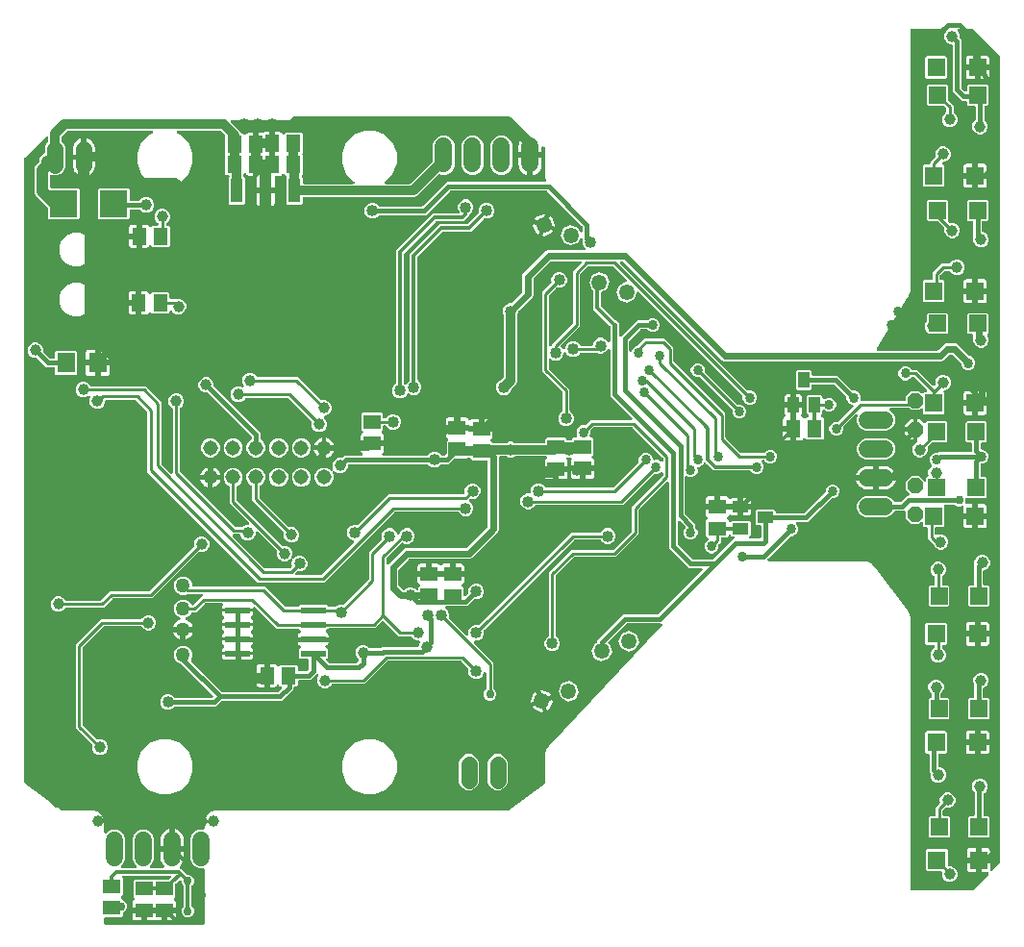
<source format=gbr>
G04 EAGLE Gerber RS-274X export*
G75*
%MOMM*%
%FSLAX34Y34*%
%LPD*%
%INBottom Copper*%
%IPPOS*%
%AMOC8*
5,1,8,0,0,1.08239X$1,22.5*%
G01*
%ADD10R,1.600000X1.800000*%
%ADD11R,1.500000X1.300000*%
%ADD12R,10.800000X10.410000*%
%ADD13R,1.066800X2.159000*%
%ADD14C,1.422400*%
%ADD15R,1.300000X1.500000*%
%ADD16R,2.400000X2.400000*%
%ADD17R,1.520000X1.600000*%
%ADD18R,1.500000X1.500000*%
%ADD19C,1.308000*%
%ADD20C,1.524000*%
%ADD21R,1.000000X1.400000*%
%ADD22R,1.300000X1.600000*%
%ADD23P,1.429621X8X112.500000*%
%ADD24R,1.400000X1.000000*%
%ADD25R,1.600000X1.300000*%
%ADD26R,2.200000X0.600000*%
%ADD27C,1.270000*%
%ADD28P,1.429621X8X42.500000*%
%ADD29P,1.429621X8X362.500000*%
%ADD30P,1.429621X8X182.500000*%
%ADD31P,1.429621X8X222.500000*%
%ADD32C,1.006400*%
%ADD33C,1.270000*%
%ADD34C,0.812800*%
%ADD35C,1.016000*%
%ADD36C,0.406400*%
%ADD37C,0.756400*%
%ADD38C,0.304800*%
%ADD39C,0.254000*%
%ADD40C,1.016000*%
%ADD41C,0.609600*%
%ADD42C,0.856400*%

G36*
X168188Y20676D02*
X168188Y20676D01*
X168307Y20683D01*
X168345Y20696D01*
X168386Y20701D01*
X168496Y20744D01*
X168609Y20781D01*
X168644Y20803D01*
X168681Y20818D01*
X168777Y20887D01*
X168878Y20951D01*
X168906Y20981D01*
X168939Y21004D01*
X169015Y21096D01*
X169096Y21183D01*
X169116Y21218D01*
X169141Y21249D01*
X169192Y21357D01*
X169250Y21461D01*
X169260Y21501D01*
X169277Y21537D01*
X169299Y21654D01*
X169329Y21769D01*
X169333Y21829D01*
X169337Y21849D01*
X169335Y21870D01*
X169339Y21930D01*
X169339Y69088D01*
X169324Y69206D01*
X169317Y69325D01*
X169304Y69363D01*
X169299Y69404D01*
X169256Y69514D01*
X169219Y69627D01*
X169197Y69662D01*
X169182Y69699D01*
X169113Y69795D01*
X169049Y69896D01*
X169019Y69924D01*
X168996Y69957D01*
X168904Y70033D01*
X168817Y70114D01*
X168782Y70134D01*
X168751Y70159D01*
X168643Y70210D01*
X168539Y70268D01*
X168499Y70278D01*
X168463Y70295D01*
X168346Y70317D01*
X168231Y70347D01*
X168171Y70351D01*
X168151Y70355D01*
X168130Y70353D01*
X168070Y70357D01*
X164246Y70357D01*
X160792Y71788D01*
X158148Y74432D01*
X156717Y77886D01*
X156717Y96866D01*
X158148Y100320D01*
X160792Y102964D01*
X164246Y104395D01*
X168070Y104395D01*
X168188Y104410D01*
X168307Y104417D01*
X168345Y104430D01*
X168386Y104435D01*
X168496Y104478D01*
X168609Y104515D01*
X168644Y104537D01*
X168681Y104552D01*
X168777Y104621D01*
X168878Y104685D01*
X168906Y104715D01*
X168939Y104738D01*
X169015Y104830D01*
X169096Y104917D01*
X169116Y104952D01*
X169141Y104983D01*
X169192Y105091D01*
X169250Y105195D01*
X169260Y105235D01*
X169277Y105271D01*
X169299Y105388D01*
X169329Y105503D01*
X169333Y105563D01*
X169337Y105583D01*
X169335Y105604D01*
X169336Y105618D01*
X169337Y105620D01*
X169337Y105622D01*
X169339Y105664D01*
X169339Y112121D01*
X170962Y116039D01*
X173961Y119038D01*
X177879Y120661D01*
X436023Y120661D01*
X436032Y120662D01*
X436041Y120661D01*
X436190Y120682D01*
X436339Y120701D01*
X436347Y120704D01*
X436356Y120705D01*
X436495Y120762D01*
X436635Y120818D01*
X436642Y120823D01*
X436650Y120826D01*
X436785Y120915D01*
X468832Y144950D01*
X468853Y144970D01*
X468878Y144986D01*
X468967Y145081D01*
X469060Y145171D01*
X469076Y145196D01*
X469096Y145218D01*
X469159Y145331D01*
X469226Y145442D01*
X469235Y145470D01*
X469250Y145496D01*
X469282Y145622D01*
X469320Y145746D01*
X469322Y145775D01*
X469329Y145804D01*
X469339Y145965D01*
X469339Y169808D01*
X469338Y169820D01*
X469339Y169849D01*
X469276Y171801D01*
X469292Y171871D01*
X469329Y172013D01*
X469330Y172028D01*
X469332Y172035D01*
X469331Y172051D01*
X469335Y172111D01*
X470077Y173902D01*
X470080Y173914D01*
X470092Y173940D01*
X470781Y175768D01*
X470823Y175826D01*
X470912Y175943D01*
X470918Y175957D01*
X470923Y175963D01*
X470928Y175977D01*
X470955Y176031D01*
X472326Y177402D01*
X472333Y177412D01*
X472354Y177432D01*
X571898Y283612D01*
X571968Y283708D01*
X572044Y283799D01*
X572061Y283836D01*
X572085Y283869D01*
X572129Y283980D01*
X572179Y284087D01*
X572187Y284127D01*
X572202Y284165D01*
X572217Y284283D01*
X572239Y284400D01*
X572236Y284440D01*
X572241Y284481D01*
X572227Y284599D01*
X572219Y284717D01*
X572207Y284756D01*
X572201Y284796D01*
X572158Y284907D01*
X572121Y285019D01*
X572099Y285054D01*
X572084Y285092D01*
X572015Y285188D01*
X571951Y285288D01*
X571921Y285316D01*
X571897Y285349D01*
X571806Y285425D01*
X571719Y285506D01*
X571684Y285526D01*
X571652Y285552D01*
X571545Y285602D01*
X571441Y285660D01*
X571401Y285670D01*
X571364Y285687D01*
X571248Y285709D01*
X571133Y285739D01*
X571072Y285743D01*
X571052Y285747D01*
X571032Y285745D01*
X570972Y285749D01*
X541600Y285749D01*
X541502Y285737D01*
X541403Y285734D01*
X541345Y285717D01*
X541285Y285709D01*
X541193Y285673D01*
X541097Y285645D01*
X541045Y285615D01*
X540989Y285592D01*
X540909Y285534D01*
X540824Y285484D01*
X540748Y285418D01*
X540732Y285406D01*
X540724Y285396D01*
X540703Y285378D01*
X525002Y269677D01*
X524989Y269660D01*
X524972Y269646D01*
X524892Y269535D01*
X524807Y269426D01*
X524799Y269406D01*
X524786Y269388D01*
X524736Y269260D01*
X524681Y269134D01*
X524678Y269112D01*
X524670Y269092D01*
X524653Y268956D01*
X524631Y268820D01*
X524633Y268798D01*
X524631Y268776D01*
X524648Y268640D01*
X524661Y268503D01*
X524668Y268483D01*
X524671Y268461D01*
X524722Y268333D01*
X524769Y268204D01*
X524781Y268186D01*
X524789Y268165D01*
X524870Y268054D01*
X524947Y267941D01*
X524964Y267926D01*
X524977Y267909D01*
X525083Y267821D01*
X525186Y267730D01*
X525205Y267720D01*
X525222Y267706D01*
X525363Y267629D01*
X525747Y267450D01*
X528123Y260925D01*
X525188Y254631D01*
X518662Y252256D01*
X512368Y255190D01*
X509993Y261716D01*
X512928Y268010D01*
X514412Y268550D01*
X514463Y268576D01*
X514517Y268594D01*
X514604Y268649D01*
X514695Y268695D01*
X514738Y268733D01*
X514786Y268764D01*
X514856Y268839D01*
X514933Y268907D01*
X514965Y268954D01*
X515004Y268996D01*
X515053Y269085D01*
X515111Y269170D01*
X515130Y269224D01*
X515157Y269274D01*
X515183Y269373D01*
X515217Y269470D01*
X515223Y269527D01*
X515237Y269582D01*
X515247Y269743D01*
X515247Y270700D01*
X537918Y293371D01*
X567872Y293371D01*
X567970Y293383D01*
X568069Y293386D01*
X568127Y293403D01*
X568187Y293411D01*
X568279Y293447D01*
X568375Y293475D01*
X568427Y293505D01*
X568483Y293528D01*
X568563Y293586D01*
X568648Y293636D01*
X568724Y293702D01*
X568740Y293714D01*
X568748Y293724D01*
X568769Y293742D01*
X607377Y332351D01*
X607463Y332460D01*
X607551Y332567D01*
X607560Y332586D01*
X607572Y332602D01*
X607628Y332730D01*
X607687Y332855D01*
X607691Y332875D01*
X607699Y332894D01*
X607721Y333032D01*
X607747Y333168D01*
X607745Y333188D01*
X607748Y333208D01*
X607735Y333347D01*
X607727Y333485D01*
X607721Y333504D01*
X607719Y333524D01*
X607671Y333656D01*
X607629Y333787D01*
X607618Y333805D01*
X607611Y333824D01*
X607533Y333939D01*
X607459Y334056D01*
X607444Y334070D01*
X607432Y334087D01*
X607328Y334179D01*
X607227Y334274D01*
X607209Y334284D01*
X607194Y334297D01*
X607070Y334360D01*
X606948Y334428D01*
X606929Y334433D01*
X606911Y334442D01*
X606775Y334472D01*
X606641Y334507D01*
X606612Y334509D01*
X606601Y334512D01*
X606580Y334511D01*
X606480Y334517D01*
X595830Y334517D01*
X578357Y351990D01*
X578357Y409437D01*
X578340Y409575D01*
X578327Y409714D01*
X578320Y409733D01*
X578317Y409753D01*
X578266Y409882D01*
X578219Y410013D01*
X578208Y410030D01*
X578200Y410049D01*
X578119Y410161D01*
X578041Y410276D01*
X578025Y410290D01*
X578014Y410306D01*
X577906Y410395D01*
X577802Y410487D01*
X577784Y410496D01*
X577769Y410509D01*
X577643Y410568D01*
X577519Y410631D01*
X577499Y410636D01*
X577481Y410644D01*
X577345Y410670D01*
X577209Y410701D01*
X577188Y410700D01*
X577169Y410704D01*
X577030Y410696D01*
X576891Y410691D01*
X576871Y410686D01*
X576851Y410684D01*
X576719Y410642D01*
X576585Y410603D01*
X576568Y410593D01*
X576549Y410586D01*
X576431Y410512D01*
X576311Y410441D01*
X576290Y410423D01*
X576280Y410416D01*
X576266Y410401D01*
X576191Y410335D01*
X552060Y386205D01*
X552000Y386127D01*
X551932Y386055D01*
X551903Y386002D01*
X551866Y385954D01*
X551826Y385863D01*
X551778Y385776D01*
X551763Y385717D01*
X551739Y385662D01*
X551724Y385564D01*
X551699Y385468D01*
X551693Y385368D01*
X551689Y385348D01*
X551691Y385335D01*
X551689Y385307D01*
X551689Y364497D01*
X531615Y344423D01*
X495565Y344423D01*
X495466Y344411D01*
X495367Y344408D01*
X495309Y344391D01*
X495249Y344383D01*
X495157Y344347D01*
X495062Y344319D01*
X495010Y344289D01*
X494953Y344266D01*
X494873Y344208D01*
X494788Y344158D01*
X494713Y344092D01*
X494696Y344080D01*
X494688Y344070D01*
X494667Y344052D01*
X478908Y328293D01*
X478848Y328215D01*
X478780Y328143D01*
X478751Y328090D01*
X478714Y328042D01*
X478674Y327951D01*
X478626Y327864D01*
X478611Y327805D01*
X478587Y327750D01*
X478572Y327652D01*
X478547Y327556D01*
X478541Y327456D01*
X478537Y327436D01*
X478539Y327423D01*
X478537Y327395D01*
X478537Y275233D01*
X478540Y275204D01*
X478538Y275174D01*
X478560Y275046D01*
X478577Y274918D01*
X478587Y274890D01*
X478592Y274861D01*
X478646Y274743D01*
X478694Y274622D01*
X478711Y274598D01*
X478723Y274571D01*
X478804Y274470D01*
X478880Y274365D01*
X478903Y274346D01*
X478922Y274323D01*
X479025Y274245D01*
X479125Y274162D01*
X479152Y274149D01*
X479176Y274131D01*
X479320Y274060D01*
X479373Y274039D01*
X481303Y272109D01*
X482347Y269588D01*
X482347Y266860D01*
X481303Y264339D01*
X479373Y262409D01*
X476852Y261365D01*
X474124Y261365D01*
X471603Y262409D01*
X469673Y264339D01*
X468629Y266860D01*
X468629Y269588D01*
X469673Y272109D01*
X471603Y274039D01*
X471656Y274060D01*
X471681Y274075D01*
X471709Y274084D01*
X471819Y274154D01*
X471932Y274218D01*
X471953Y274239D01*
X471978Y274254D01*
X472067Y274349D01*
X472160Y274439D01*
X472176Y274464D01*
X472196Y274486D01*
X472259Y274600D01*
X472327Y274710D01*
X472335Y274739D01*
X472350Y274764D01*
X472382Y274890D01*
X472420Y275014D01*
X472422Y275044D01*
X472429Y275072D01*
X472439Y275233D01*
X472439Y330447D01*
X492513Y350521D01*
X528563Y350521D01*
X528662Y350533D01*
X528761Y350536D01*
X528819Y350553D01*
X528879Y350561D01*
X528971Y350597D01*
X529066Y350625D01*
X529118Y350655D01*
X529175Y350678D01*
X529255Y350736D01*
X529340Y350786D01*
X529415Y350852D01*
X529432Y350864D01*
X529440Y350874D01*
X529461Y350892D01*
X545220Y366651D01*
X545280Y366729D01*
X545348Y366801D01*
X545377Y366854D01*
X545414Y366902D01*
X545454Y366993D01*
X545502Y367080D01*
X545517Y367139D01*
X545541Y367194D01*
X545556Y367292D01*
X545581Y367388D01*
X545587Y367488D01*
X545591Y367508D01*
X545589Y367521D01*
X545591Y367549D01*
X545591Y388359D01*
X572652Y415419D01*
X572712Y415497D01*
X572780Y415569D01*
X572809Y415622D01*
X572846Y415670D01*
X572886Y415761D01*
X572934Y415848D01*
X572949Y415907D01*
X572973Y415962D01*
X572988Y416060D01*
X573013Y416156D01*
X573019Y416256D01*
X573023Y416276D01*
X573021Y416289D01*
X573023Y416317D01*
X573023Y418132D01*
X573006Y418270D01*
X572993Y418408D01*
X572986Y418427D01*
X572983Y418447D01*
X572932Y418577D01*
X572885Y418708D01*
X572874Y418724D01*
X572866Y418743D01*
X572785Y418856D01*
X572707Y418971D01*
X572691Y418984D01*
X572680Y419000D01*
X572572Y419089D01*
X572468Y419181D01*
X572450Y419190D01*
X572435Y419203D01*
X572309Y419262D01*
X572185Y419326D01*
X572165Y419330D01*
X572147Y419339D01*
X572010Y419365D01*
X571875Y419395D01*
X571854Y419395D01*
X571835Y419399D01*
X571696Y419390D01*
X571557Y419386D01*
X571537Y419380D01*
X571517Y419379D01*
X571385Y419336D01*
X571251Y419297D01*
X571234Y419287D01*
X571215Y419281D01*
X571097Y419206D01*
X570977Y419136D01*
X570956Y419117D01*
X570946Y419111D01*
X570932Y419096D01*
X570856Y419029D01*
X570361Y418534D01*
X568134Y417611D01*
X565705Y417611D01*
X565606Y417599D01*
X565507Y417596D01*
X565449Y417579D01*
X565389Y417571D01*
X565297Y417535D01*
X565202Y417507D01*
X565150Y417477D01*
X565093Y417454D01*
X565013Y417396D01*
X564928Y417346D01*
X564853Y417280D01*
X564836Y417268D01*
X564828Y417258D01*
X564807Y417240D01*
X537711Y390143D01*
X461161Y390143D01*
X461132Y390140D01*
X461102Y390142D01*
X460974Y390120D01*
X460846Y390103D01*
X460818Y390093D01*
X460789Y390088D01*
X460671Y390034D01*
X460550Y389986D01*
X460526Y389969D01*
X460499Y389957D01*
X460398Y389876D01*
X460293Y389800D01*
X460274Y389777D01*
X460251Y389758D01*
X460173Y389655D01*
X460090Y389555D01*
X460077Y389528D01*
X460059Y389504D01*
X459988Y389360D01*
X459967Y389307D01*
X458037Y387377D01*
X455516Y386333D01*
X452788Y386333D01*
X450267Y387377D01*
X448337Y389307D01*
X447293Y391828D01*
X447293Y394556D01*
X448337Y397077D01*
X450267Y399007D01*
X452788Y400051D01*
X455168Y400051D01*
X455286Y400066D01*
X455405Y400073D01*
X455443Y400086D01*
X455484Y400091D01*
X455594Y400134D01*
X455707Y400171D01*
X455742Y400193D01*
X455779Y400208D01*
X455875Y400277D01*
X455976Y400341D01*
X456004Y400371D01*
X456037Y400394D01*
X456113Y400486D01*
X456194Y400573D01*
X456214Y400608D01*
X456239Y400639D01*
X456290Y400747D01*
X456348Y400851D01*
X456358Y400891D01*
X456375Y400927D01*
X456397Y401044D01*
X456427Y401159D01*
X456431Y401219D01*
X456435Y401239D01*
X456433Y401260D01*
X456437Y401320D01*
X456437Y403700D01*
X457481Y406221D01*
X459411Y408151D01*
X461932Y409195D01*
X464660Y409195D01*
X467181Y408151D01*
X469111Y406221D01*
X469132Y406168D01*
X469147Y406143D01*
X469156Y406115D01*
X469226Y406005D01*
X469290Y405892D01*
X469310Y405871D01*
X469326Y405846D01*
X469421Y405757D01*
X469511Y405664D01*
X469536Y405648D01*
X469558Y405628D01*
X469672Y405565D01*
X469782Y405497D01*
X469811Y405489D01*
X469836Y405474D01*
X469962Y405442D01*
X470086Y405404D01*
X470116Y405402D01*
X470144Y405395D01*
X470305Y405385D01*
X528563Y405385D01*
X528662Y405397D01*
X528761Y405400D01*
X528819Y405417D01*
X528879Y405425D01*
X528971Y405461D01*
X529066Y405489D01*
X529118Y405519D01*
X529175Y405542D01*
X529255Y405600D01*
X529340Y405650D01*
X529415Y405716D01*
X529432Y405728D01*
X529440Y405738D01*
X529461Y405756D01*
X551352Y427647D01*
X551412Y427725D01*
X551480Y427797D01*
X551509Y427850D01*
X551546Y427898D01*
X551586Y427989D01*
X551634Y428076D01*
X551649Y428135D01*
X551673Y428190D01*
X551688Y428288D01*
X551713Y428384D01*
X551719Y428484D01*
X551723Y428504D01*
X551721Y428517D01*
X551723Y428545D01*
X551723Y430974D01*
X552646Y433201D01*
X554351Y434906D01*
X556578Y435829D01*
X558990Y435829D01*
X561217Y434906D01*
X562922Y433201D01*
X563845Y430974D01*
X563845Y430855D01*
X563851Y430805D01*
X563849Y430756D01*
X563871Y430648D01*
X563885Y430539D01*
X563903Y430493D01*
X563913Y430444D01*
X563961Y430345D01*
X564002Y430243D01*
X564031Y430203D01*
X564053Y430158D01*
X564124Y430075D01*
X564188Y429986D01*
X564227Y429954D01*
X564259Y429916D01*
X564349Y429853D01*
X564433Y429783D01*
X564478Y429762D01*
X564519Y429733D01*
X564622Y429694D01*
X564721Y429648D01*
X564770Y429638D01*
X564816Y429621D01*
X564926Y429608D01*
X565033Y429588D01*
X565083Y429591D01*
X565133Y429585D01*
X565241Y429601D01*
X565351Y429608D01*
X565398Y429623D01*
X565447Y429630D01*
X565600Y429682D01*
X565722Y429733D01*
X568134Y429733D01*
X570361Y428810D01*
X570856Y428315D01*
X570966Y428229D01*
X571073Y428141D01*
X571092Y428132D01*
X571108Y428120D01*
X571236Y428064D01*
X571361Y428005D01*
X571381Y428001D01*
X571400Y427993D01*
X571538Y427971D01*
X571674Y427945D01*
X571694Y427947D01*
X571714Y427944D01*
X571853Y427957D01*
X571991Y427965D01*
X572010Y427971D01*
X572030Y427973D01*
X572161Y428020D01*
X572293Y428063D01*
X572311Y428074D01*
X572330Y428081D01*
X572444Y428159D01*
X572562Y428233D01*
X572576Y428248D01*
X572593Y428260D01*
X572685Y428364D01*
X572780Y428465D01*
X572790Y428483D01*
X572803Y428498D01*
X572866Y428622D01*
X572934Y428744D01*
X572939Y428763D01*
X572948Y428781D01*
X572978Y428917D01*
X573013Y429051D01*
X573015Y429079D01*
X573018Y429091D01*
X573017Y429112D01*
X573023Y429212D01*
X573023Y431027D01*
X573011Y431126D01*
X573008Y431225D01*
X572991Y431283D01*
X572983Y431343D01*
X572947Y431435D01*
X572919Y431530D01*
X572889Y431582D01*
X572866Y431639D01*
X572808Y431719D01*
X572758Y431804D01*
X572692Y431879D01*
X572680Y431896D01*
X572670Y431904D01*
X572652Y431925D01*
X546225Y458352D01*
X546147Y458412D01*
X546075Y458480D01*
X546022Y458509D01*
X545974Y458546D01*
X545883Y458586D01*
X545796Y458634D01*
X545737Y458649D01*
X545682Y458673D01*
X545584Y458688D01*
X545488Y458713D01*
X545388Y458719D01*
X545368Y458723D01*
X545355Y458721D01*
X545327Y458723D01*
X512329Y458723D01*
X512230Y458711D01*
X512131Y458708D01*
X512073Y458691D01*
X512013Y458683D01*
X511921Y458647D01*
X511826Y458619D01*
X511774Y458589D01*
X511717Y458566D01*
X511637Y458508D01*
X511552Y458458D01*
X511477Y458392D01*
X511460Y458380D01*
X511452Y458370D01*
X511431Y458352D01*
X509352Y456273D01*
X509292Y456195D01*
X509224Y456123D01*
X509195Y456070D01*
X509158Y456022D01*
X509118Y455931D01*
X509070Y455844D01*
X509055Y455785D01*
X509031Y455730D01*
X509016Y455632D01*
X508991Y455536D01*
X508985Y455436D01*
X508981Y455416D01*
X508983Y455403D01*
X508981Y455375D01*
X508981Y452946D01*
X508356Y451438D01*
X508343Y451390D01*
X508322Y451345D01*
X508301Y451237D01*
X508272Y451131D01*
X508271Y451081D01*
X508262Y451032D01*
X508269Y450923D01*
X508267Y450813D01*
X508278Y450765D01*
X508281Y450715D01*
X508315Y450611D01*
X508341Y450504D01*
X508364Y450460D01*
X508380Y450413D01*
X508438Y450320D01*
X508490Y450223D01*
X508523Y450186D01*
X508550Y450144D01*
X508630Y450069D01*
X508704Y449987D01*
X508745Y449960D01*
X508781Y449926D01*
X508877Y449873D01*
X508969Y449813D01*
X509016Y449796D01*
X509060Y449772D01*
X509166Y449745D01*
X509270Y449709D01*
X509320Y449705D01*
X509368Y449693D01*
X509528Y449683D01*
X510441Y449683D01*
X511483Y448641D01*
X511483Y434167D01*
X510524Y433209D01*
X510447Y433109D01*
X510365Y433015D01*
X510350Y432984D01*
X510330Y432958D01*
X510280Y432842D01*
X510224Y432730D01*
X510217Y432697D01*
X510203Y432666D01*
X510183Y432542D01*
X510157Y432419D01*
X510159Y432385D01*
X510153Y432352D01*
X510165Y432226D01*
X510170Y432101D01*
X510180Y432069D01*
X510183Y432035D01*
X510226Y431917D01*
X510262Y431796D01*
X510279Y431768D01*
X510291Y431736D01*
X510361Y431632D01*
X510426Y431524D01*
X510450Y431501D01*
X510469Y431473D01*
X510564Y431390D01*
X510653Y431301D01*
X510694Y431274D01*
X510708Y431262D01*
X510727Y431252D01*
X510787Y431212D01*
X511264Y430937D01*
X511737Y430464D01*
X512072Y429885D01*
X512245Y429238D01*
X512245Y424943D01*
X503474Y424943D01*
X503356Y424928D01*
X503237Y424921D01*
X503199Y424908D01*
X503159Y424903D01*
X503048Y424859D01*
X502935Y424823D01*
X502900Y424801D01*
X502863Y424786D01*
X502767Y424716D01*
X502666Y424653D01*
X502638Y424623D01*
X502606Y424599D01*
X502530Y424508D01*
X502448Y424421D01*
X502429Y424386D01*
X502403Y424354D01*
X502352Y424247D01*
X502295Y424143D01*
X502284Y424103D01*
X502267Y424067D01*
X502245Y423950D01*
X502215Y423835D01*
X502211Y423774D01*
X502207Y423754D01*
X502209Y423734D01*
X502205Y423674D01*
X502205Y422403D01*
X502203Y422403D01*
X502203Y423674D01*
X502188Y423792D01*
X502181Y423911D01*
X502168Y423949D01*
X502163Y423989D01*
X502119Y424100D01*
X502083Y424213D01*
X502061Y424248D01*
X502046Y424285D01*
X501976Y424381D01*
X501913Y424482D01*
X501883Y424510D01*
X501859Y424542D01*
X501768Y424618D01*
X501681Y424700D01*
X501646Y424719D01*
X501614Y424745D01*
X501507Y424796D01*
X501403Y424853D01*
X501363Y424864D01*
X501327Y424881D01*
X501210Y424903D01*
X501095Y424933D01*
X501034Y424937D01*
X501014Y424941D01*
X500994Y424939D01*
X500934Y424943D01*
X492163Y424943D01*
X492163Y429238D01*
X492336Y429885D01*
X492489Y430149D01*
X492541Y430272D01*
X492597Y430391D01*
X492602Y430418D01*
X492613Y430443D01*
X492632Y430574D01*
X492657Y430704D01*
X492655Y430730D01*
X492659Y430757D01*
X492645Y430889D01*
X492637Y431021D01*
X492629Y431047D01*
X492626Y431073D01*
X492580Y431198D01*
X492539Y431323D01*
X492525Y431346D01*
X492515Y431372D01*
X492440Y431480D01*
X492369Y431592D01*
X492349Y431611D01*
X492334Y431633D01*
X492234Y431719D01*
X492137Y431810D01*
X492113Y431823D01*
X492093Y431841D01*
X491975Y431900D01*
X491859Y431964D01*
X491833Y431970D01*
X491808Y431982D01*
X491679Y432010D01*
X491551Y432043D01*
X491513Y432045D01*
X491497Y432049D01*
X491475Y432048D01*
X491390Y432053D01*
X489344Y432053D01*
X489206Y432036D01*
X489068Y432023D01*
X489049Y432016D01*
X489029Y432013D01*
X488899Y431962D01*
X488768Y431915D01*
X488752Y431904D01*
X488733Y431896D01*
X488620Y431815D01*
X488505Y431736D01*
X488492Y431721D01*
X488476Y431710D01*
X488387Y431603D01*
X488295Y431498D01*
X488286Y431480D01*
X488273Y431465D01*
X488213Y431339D01*
X488150Y431215D01*
X488146Y431195D01*
X488137Y431177D01*
X488111Y431041D01*
X488081Y430904D01*
X488081Y430884D01*
X488077Y430865D01*
X488086Y430726D01*
X488090Y430587D01*
X488096Y430567D01*
X488097Y430547D01*
X488140Y430415D01*
X488179Y430281D01*
X488189Y430264D01*
X488195Y430245D01*
X488270Y430127D01*
X488340Y430007D01*
X488359Y429986D01*
X488365Y429976D01*
X488380Y429962D01*
X488415Y429922D01*
X488756Y429333D01*
X488929Y428686D01*
X488929Y424391D01*
X480158Y424391D01*
X480040Y424376D01*
X479921Y424369D01*
X479883Y424356D01*
X479843Y424351D01*
X479732Y424307D01*
X479619Y424271D01*
X479584Y424249D01*
X479547Y424234D01*
X479451Y424164D01*
X479350Y424101D01*
X479322Y424071D01*
X479290Y424047D01*
X479214Y423956D01*
X479132Y423869D01*
X479113Y423834D01*
X479087Y423802D01*
X479036Y423695D01*
X478979Y423591D01*
X478968Y423551D01*
X478951Y423515D01*
X478929Y423398D01*
X478899Y423283D01*
X478895Y423222D01*
X478891Y423202D01*
X478893Y423182D01*
X478889Y423122D01*
X478889Y421851D01*
X478887Y421851D01*
X478887Y423122D01*
X478872Y423240D01*
X478865Y423359D01*
X478852Y423397D01*
X478847Y423437D01*
X478803Y423548D01*
X478767Y423661D01*
X478745Y423696D01*
X478730Y423733D01*
X478660Y423829D01*
X478597Y423930D01*
X478567Y423958D01*
X478543Y423990D01*
X478452Y424066D01*
X478365Y424148D01*
X478330Y424167D01*
X478298Y424193D01*
X478191Y424244D01*
X478087Y424301D01*
X478047Y424312D01*
X478011Y424329D01*
X477894Y424351D01*
X477779Y424381D01*
X477718Y424385D01*
X477698Y424389D01*
X477678Y424387D01*
X477618Y424391D01*
X468847Y424391D01*
X468847Y428686D01*
X469020Y429333D01*
X469355Y429912D01*
X469828Y430385D01*
X470305Y430660D01*
X470405Y430736D01*
X470509Y430807D01*
X470531Y430832D01*
X470558Y430853D01*
X470636Y430951D01*
X470720Y431046D01*
X470735Y431076D01*
X470756Y431102D01*
X470807Y431217D01*
X470864Y431329D01*
X470871Y431362D01*
X470885Y431392D01*
X470906Y431516D01*
X470934Y431639D01*
X470933Y431673D01*
X470938Y431706D01*
X470928Y431831D01*
X470924Y431957D01*
X470914Y431989D01*
X470912Y432023D01*
X470870Y432142D01*
X470835Y432263D01*
X470818Y432292D01*
X470807Y432323D01*
X470738Y432428D01*
X470674Y432537D01*
X470642Y432573D01*
X470632Y432588D01*
X470615Y432603D01*
X470567Y432657D01*
X470527Y432698D01*
X470449Y432758D01*
X470377Y432826D01*
X470323Y432855D01*
X470275Y432893D01*
X470185Y432932D01*
X470098Y432980D01*
X470039Y432995D01*
X469983Y433019D01*
X469886Y433034D01*
X469790Y433059D01*
X469689Y433065D01*
X469669Y433069D01*
X469657Y433068D01*
X469629Y433069D01*
X442982Y433069D01*
X442972Y433068D01*
X442963Y433069D01*
X442815Y433048D01*
X442666Y433029D01*
X442657Y433026D01*
X442648Y433025D01*
X442496Y432973D01*
X440276Y432053D01*
X437548Y432053D01*
X435328Y432973D01*
X435319Y432975D01*
X435311Y432980D01*
X435166Y433017D01*
X435021Y433057D01*
X435012Y433057D01*
X435003Y433059D01*
X434842Y433069D01*
X429768Y433069D01*
X429650Y433054D01*
X429531Y433047D01*
X429493Y433034D01*
X429452Y433029D01*
X429342Y432986D01*
X429229Y432949D01*
X429194Y432927D01*
X429157Y432912D01*
X429061Y432843D01*
X428960Y432779D01*
X428932Y432749D01*
X428899Y432726D01*
X428823Y432634D01*
X428742Y432547D01*
X428722Y432512D01*
X428697Y432481D01*
X428646Y432373D01*
X428588Y432269D01*
X428578Y432229D01*
X428561Y432193D01*
X428539Y432076D01*
X428509Y431961D01*
X428505Y431901D01*
X428501Y431881D01*
X428503Y431860D01*
X428499Y431800D01*
X428499Y367848D01*
X427764Y366074D01*
X405070Y343380D01*
X403296Y342645D01*
X349997Y342645D01*
X349899Y342633D01*
X349800Y342630D01*
X349742Y342613D01*
X349682Y342605D01*
X349589Y342569D01*
X349494Y342541D01*
X349442Y342511D01*
X349386Y342488D01*
X349306Y342430D01*
X349220Y342380D01*
X349145Y342314D01*
X349128Y342302D01*
X349121Y342292D01*
X349100Y342274D01*
X340478Y333652D01*
X340418Y333574D01*
X340350Y333502D01*
X340321Y333449D01*
X340284Y333401D01*
X340244Y333310D01*
X340196Y333224D01*
X340181Y333165D01*
X340157Y333109D01*
X340142Y333011D01*
X340117Y332916D01*
X340111Y332816D01*
X340107Y332795D01*
X340109Y332783D01*
X340107Y332755D01*
X340107Y319517D01*
X340119Y319419D01*
X340122Y319320D01*
X340139Y319262D01*
X340147Y319202D01*
X340183Y319109D01*
X340211Y319014D01*
X340241Y318962D01*
X340264Y318906D01*
X340322Y318826D01*
X340372Y318740D01*
X340438Y318665D01*
X340450Y318648D01*
X340460Y318641D01*
X340478Y318620D01*
X343592Y315506D01*
X343670Y315446D01*
X343742Y315378D01*
X343795Y315349D01*
X343843Y315312D01*
X343934Y315272D01*
X344020Y315224D01*
X344079Y315209D01*
X344135Y315185D01*
X344233Y315170D01*
X344328Y315145D01*
X344428Y315139D01*
X344449Y315135D01*
X344461Y315137D01*
X344489Y315135D01*
X344601Y315135D01*
X344699Y315147D01*
X344798Y315150D01*
X344857Y315167D01*
X344917Y315175D01*
X345009Y315211D01*
X345104Y315239D01*
X345156Y315269D01*
X345212Y315292D01*
X345292Y315350D01*
X345378Y315400D01*
X345453Y315466D01*
X345470Y315478D01*
X345477Y315488D01*
X345499Y315506D01*
X346662Y316670D01*
X349165Y317707D01*
X351875Y317707D01*
X354378Y316670D01*
X355507Y315541D01*
X355616Y315456D01*
X355723Y315367D01*
X355742Y315359D01*
X355758Y315346D01*
X355885Y315291D01*
X356011Y315232D01*
X356031Y315228D01*
X356050Y315220D01*
X356188Y315198D01*
X356324Y315172D01*
X356344Y315173D01*
X356364Y315170D01*
X356503Y315183D01*
X356641Y315192D01*
X356660Y315198D01*
X356680Y315200D01*
X356812Y315247D01*
X356943Y315290D01*
X356961Y315301D01*
X356980Y315308D01*
X357095Y315386D01*
X357212Y315460D01*
X357226Y315475D01*
X357243Y315486D01*
X357335Y315590D01*
X357430Y315692D01*
X357440Y315709D01*
X357453Y315725D01*
X357517Y315849D01*
X357584Y315970D01*
X357589Y315990D01*
X357598Y316008D01*
X357628Y316144D01*
X357663Y316278D01*
X357665Y316306D01*
X357668Y316318D01*
X357667Y316339D01*
X357673Y316439D01*
X357673Y317545D01*
X358632Y318503D01*
X358709Y318603D01*
X358791Y318697D01*
X358806Y318728D01*
X358826Y318754D01*
X358876Y318870D01*
X358932Y318982D01*
X358939Y319015D01*
X358953Y319046D01*
X358973Y319170D01*
X358999Y319293D01*
X358997Y319327D01*
X359003Y319360D01*
X358991Y319486D01*
X358986Y319611D01*
X358976Y319643D01*
X358973Y319677D01*
X358930Y319795D01*
X358894Y319916D01*
X358877Y319944D01*
X358865Y319976D01*
X358795Y320080D01*
X358730Y320188D01*
X358706Y320211D01*
X358687Y320239D01*
X358592Y320322D01*
X358503Y320411D01*
X358462Y320438D01*
X358448Y320450D01*
X358429Y320460D01*
X358369Y320500D01*
X357892Y320775D01*
X357419Y321248D01*
X357084Y321827D01*
X356911Y322474D01*
X356911Y326769D01*
X365682Y326769D01*
X365800Y326784D01*
X365919Y326791D01*
X365957Y326804D01*
X365997Y326809D01*
X366108Y326852D01*
X366221Y326889D01*
X366256Y326911D01*
X366293Y326926D01*
X366389Y326996D01*
X366490Y327059D01*
X366518Y327089D01*
X366550Y327113D01*
X366626Y327204D01*
X366708Y327291D01*
X366727Y327326D01*
X366753Y327357D01*
X366804Y327465D01*
X366861Y327569D01*
X366872Y327609D01*
X366889Y327645D01*
X366911Y327762D01*
X366941Y327877D01*
X366945Y327938D01*
X366949Y327958D01*
X366947Y327978D01*
X366951Y328038D01*
X366951Y329309D01*
X366953Y329309D01*
X366953Y328038D01*
X366968Y327920D01*
X366975Y327801D01*
X366988Y327763D01*
X366993Y327723D01*
X367037Y327612D01*
X367073Y327499D01*
X367095Y327464D01*
X367110Y327427D01*
X367180Y327331D01*
X367243Y327230D01*
X367273Y327202D01*
X367297Y327169D01*
X367388Y327094D01*
X367475Y327012D01*
X367510Y326992D01*
X367542Y326967D01*
X367649Y326916D01*
X367753Y326858D01*
X367793Y326848D01*
X367829Y326831D01*
X367946Y326809D01*
X368061Y326779D01*
X368122Y326775D01*
X368142Y326771D01*
X368162Y326773D01*
X368222Y326769D01*
X377831Y326769D01*
X377833Y326768D01*
X377869Y326751D01*
X377986Y326729D01*
X378101Y326699D01*
X378161Y326695D01*
X378181Y326691D01*
X378202Y326693D01*
X378262Y326689D01*
X386482Y326689D01*
X386600Y326704D01*
X386719Y326711D01*
X386757Y326724D01*
X386797Y326729D01*
X386908Y326772D01*
X387021Y326809D01*
X387056Y326831D01*
X387093Y326846D01*
X387189Y326916D01*
X387290Y326979D01*
X387318Y327009D01*
X387350Y327033D01*
X387426Y327124D01*
X387508Y327211D01*
X387527Y327246D01*
X387553Y327277D01*
X387604Y327385D01*
X387661Y327489D01*
X387672Y327529D01*
X387689Y327565D01*
X387711Y327682D01*
X387741Y327797D01*
X387745Y327858D01*
X387749Y327878D01*
X387747Y327898D01*
X387751Y327958D01*
X387751Y329229D01*
X387753Y329229D01*
X387753Y327958D01*
X387768Y327840D01*
X387775Y327721D01*
X387788Y327683D01*
X387793Y327643D01*
X387837Y327532D01*
X387873Y327419D01*
X387895Y327384D01*
X387910Y327347D01*
X387980Y327251D01*
X388043Y327150D01*
X388073Y327122D01*
X388097Y327089D01*
X388188Y327014D01*
X388275Y326932D01*
X388310Y326912D01*
X388342Y326887D01*
X388449Y326836D01*
X388553Y326778D01*
X388593Y326768D01*
X388629Y326751D01*
X388746Y326729D01*
X388861Y326699D01*
X388922Y326695D01*
X388942Y326691D01*
X388962Y326693D01*
X389022Y326689D01*
X397793Y326689D01*
X397793Y322394D01*
X397620Y321747D01*
X397285Y321168D01*
X396812Y320695D01*
X396335Y320420D01*
X396236Y320344D01*
X396131Y320273D01*
X396109Y320248D01*
X396082Y320227D01*
X396004Y320129D01*
X395921Y320035D01*
X395905Y320005D01*
X395884Y319978D01*
X395833Y319863D01*
X395776Y319751D01*
X395769Y319719D01*
X395755Y319688D01*
X395734Y319564D01*
X395706Y319441D01*
X395707Y319408D01*
X395702Y319374D01*
X395712Y319249D01*
X395716Y319123D01*
X395726Y319091D01*
X395728Y319057D01*
X395769Y318939D01*
X395805Y318818D01*
X395822Y318789D01*
X395833Y318757D01*
X395902Y318652D01*
X395966Y318544D01*
X395998Y318507D01*
X396008Y318492D01*
X396025Y318477D01*
X396072Y318423D01*
X397031Y317465D01*
X397031Y310996D01*
X397048Y310859D01*
X397061Y310720D01*
X397068Y310701D01*
X397071Y310681D01*
X397122Y310552D01*
X397169Y310421D01*
X397180Y310404D01*
X397188Y310385D01*
X397269Y310272D01*
X397347Y310157D01*
X397363Y310144D01*
X397374Y310128D01*
X397482Y310039D01*
X397586Y309947D01*
X397604Y309938D01*
X397619Y309925D01*
X397745Y309866D01*
X397869Y309802D01*
X397889Y309798D01*
X397907Y309789D01*
X398044Y309763D01*
X398179Y309733D01*
X398200Y309733D01*
X398219Y309729D01*
X398358Y309738D01*
X398497Y309742D01*
X398517Y309748D01*
X398537Y309749D01*
X398669Y309792D01*
X398803Y309831D01*
X398820Y309841D01*
X398839Y309847D01*
X398957Y309922D01*
X399077Y309992D01*
X399098Y310011D01*
X399108Y310017D01*
X399122Y310032D01*
X399197Y310099D01*
X401202Y312103D01*
X401262Y312181D01*
X401330Y312253D01*
X401359Y312306D01*
X401396Y312354D01*
X401436Y312445D01*
X401484Y312532D01*
X401499Y312590D01*
X401523Y312646D01*
X401538Y312744D01*
X401563Y312840D01*
X401569Y312940D01*
X401573Y312960D01*
X401571Y312972D01*
X401573Y313000D01*
X401573Y315308D01*
X402617Y317829D01*
X404547Y319759D01*
X407068Y320803D01*
X409796Y320803D01*
X412317Y319759D01*
X414247Y317829D01*
X415291Y315308D01*
X415291Y312580D01*
X414247Y310059D01*
X412317Y308129D01*
X409796Y307085D01*
X407488Y307085D01*
X407390Y307073D01*
X407291Y307070D01*
X407233Y307053D01*
X407173Y307045D01*
X407081Y307009D01*
X406985Y306981D01*
X406933Y306951D01*
X406877Y306928D01*
X406797Y306870D01*
X406712Y306820D01*
X406636Y306754D01*
X406620Y306742D01*
X406612Y306732D01*
X406591Y306714D01*
X400866Y300989D01*
X382021Y300989D01*
X381952Y300981D01*
X381882Y300982D01*
X381795Y300961D01*
X381706Y300949D01*
X381641Y300924D01*
X381573Y300907D01*
X381494Y300865D01*
X381410Y300832D01*
X381354Y300791D01*
X381292Y300759D01*
X381226Y300698D01*
X381153Y300646D01*
X381108Y300592D01*
X381057Y300545D01*
X381007Y300470D01*
X380950Y300401D01*
X380920Y300337D01*
X380882Y300279D01*
X380853Y300194D01*
X380815Y300113D01*
X380801Y300044D01*
X380779Y299978D01*
X380772Y299889D01*
X380755Y299801D01*
X380759Y299731D01*
X380754Y299661D01*
X380769Y299573D01*
X380775Y299483D01*
X380796Y299417D01*
X380808Y299348D01*
X380845Y299266D01*
X380873Y299181D01*
X380910Y299122D01*
X380939Y299058D01*
X380995Y298988D01*
X381043Y298912D01*
X381094Y298864D01*
X381137Y298810D01*
X381209Y298755D01*
X381274Y298694D01*
X381335Y298660D01*
X381391Y298618D01*
X381536Y298547D01*
X381837Y298423D01*
X383767Y296493D01*
X384811Y293972D01*
X384811Y291244D01*
X384789Y291191D01*
X384781Y291162D01*
X384768Y291136D01*
X384739Y291010D01*
X384705Y290884D01*
X384704Y290855D01*
X384698Y290826D01*
X384702Y290696D01*
X384700Y290566D01*
X384707Y290537D01*
X384708Y290508D01*
X384744Y290383D01*
X384774Y290257D01*
X384788Y290231D01*
X384796Y290202D01*
X384862Y290091D01*
X384923Y289976D01*
X384943Y289954D01*
X384958Y289928D01*
X385064Y289808D01*
X399407Y275465D01*
X399516Y275380D01*
X399623Y275291D01*
X399642Y275283D01*
X399658Y275270D01*
X399786Y275215D01*
X399911Y275156D01*
X399931Y275152D01*
X399950Y275144D01*
X400088Y275122D01*
X400224Y275096D01*
X400244Y275097D01*
X400264Y275094D01*
X400403Y275107D01*
X400541Y275116D01*
X400560Y275122D01*
X400580Y275124D01*
X400712Y275171D01*
X400843Y275214D01*
X400861Y275224D01*
X400880Y275231D01*
X400995Y275309D01*
X401112Y275384D01*
X401126Y275399D01*
X401143Y275410D01*
X401235Y275514D01*
X401330Y275615D01*
X401340Y275633D01*
X401353Y275648D01*
X401417Y275772D01*
X401484Y275894D01*
X401489Y275913D01*
X401498Y275932D01*
X401528Y276067D01*
X401563Y276202D01*
X401565Y276230D01*
X401568Y276242D01*
X401567Y276262D01*
X401573Y276363D01*
X401573Y278732D01*
X402617Y281253D01*
X404547Y283183D01*
X407068Y284227D01*
X409796Y284227D01*
X409849Y284205D01*
X409878Y284197D01*
X409904Y284184D01*
X410030Y284155D01*
X410156Y284121D01*
X410185Y284120D01*
X410214Y284114D01*
X410344Y284118D01*
X410474Y284116D01*
X410503Y284123D01*
X410532Y284124D01*
X410657Y284160D01*
X410783Y284190D01*
X410809Y284204D01*
X410838Y284212D01*
X410949Y284278D01*
X411064Y284339D01*
X411086Y284359D01*
X411112Y284374D01*
X411232Y284480D01*
X492513Y365761D01*
X517247Y365761D01*
X517276Y365764D01*
X517306Y365762D01*
X517434Y365784D01*
X517562Y365801D01*
X517590Y365811D01*
X517619Y365816D01*
X517737Y365870D01*
X517858Y365918D01*
X517882Y365935D01*
X517909Y365947D01*
X518010Y366028D01*
X518115Y366104D01*
X518134Y366127D01*
X518157Y366146D01*
X518235Y366249D01*
X518318Y366349D01*
X518331Y366376D01*
X518349Y366400D01*
X518420Y366544D01*
X518441Y366597D01*
X520371Y368527D01*
X522892Y369571D01*
X525620Y369571D01*
X528141Y368527D01*
X530071Y366597D01*
X531115Y364076D01*
X531115Y361348D01*
X530071Y358827D01*
X528141Y356897D01*
X525620Y355853D01*
X522892Y355853D01*
X520371Y356897D01*
X518441Y358827D01*
X518420Y358880D01*
X518405Y358905D01*
X518396Y358933D01*
X518326Y359043D01*
X518262Y359156D01*
X518241Y359177D01*
X518226Y359202D01*
X518131Y359291D01*
X518041Y359384D01*
X518016Y359400D01*
X517994Y359420D01*
X517880Y359483D01*
X517770Y359551D01*
X517741Y359559D01*
X517716Y359574D01*
X517590Y359606D01*
X517466Y359644D01*
X517436Y359646D01*
X517408Y359653D01*
X517247Y359663D01*
X495565Y359663D01*
X495466Y359651D01*
X495367Y359648D01*
X495309Y359631D01*
X495249Y359623D01*
X495157Y359587D01*
X495062Y359559D01*
X495010Y359529D01*
X494953Y359506D01*
X494873Y359448D01*
X494788Y359398D01*
X494713Y359332D01*
X494696Y359320D01*
X494688Y359310D01*
X494667Y359292D01*
X415544Y280168D01*
X415526Y280145D01*
X415503Y280126D01*
X415429Y280020D01*
X415349Y279917D01*
X415337Y279890D01*
X415320Y279866D01*
X415274Y279744D01*
X415223Y279625D01*
X415218Y279596D01*
X415208Y279568D01*
X415193Y279440D01*
X415173Y279311D01*
X415176Y279282D01*
X415172Y279252D01*
X415190Y279124D01*
X415203Y278995D01*
X415213Y278967D01*
X415217Y278937D01*
X415269Y278785D01*
X415291Y278732D01*
X415291Y276004D01*
X414247Y273483D01*
X412317Y271553D01*
X409796Y270509D01*
X407427Y270509D01*
X407289Y270492D01*
X407150Y270479D01*
X407131Y270472D01*
X407111Y270469D01*
X406982Y270418D01*
X406851Y270371D01*
X406834Y270360D01*
X406815Y270352D01*
X406703Y270271D01*
X406588Y270193D01*
X406574Y270177D01*
X406558Y270166D01*
X406469Y270058D01*
X406377Y269954D01*
X406368Y269936D01*
X406355Y269921D01*
X406296Y269795D01*
X406233Y269671D01*
X406228Y269651D01*
X406220Y269633D01*
X406194Y269497D01*
X406163Y269361D01*
X406164Y269340D01*
X406160Y269321D01*
X406168Y269182D01*
X406173Y269043D01*
X406178Y269023D01*
X406180Y269003D01*
X406222Y268871D01*
X406261Y268737D01*
X406271Y268720D01*
X406278Y268701D01*
X406352Y268583D01*
X406423Y268463D01*
X406441Y268442D01*
X406448Y268432D01*
X406463Y268418D01*
X406529Y268343D01*
X421515Y253356D01*
X423673Y251199D01*
X423673Y228861D01*
X423685Y228763D01*
X423688Y228664D01*
X423705Y228606D01*
X423713Y228546D01*
X423749Y228453D01*
X423777Y228358D01*
X423807Y228306D01*
X423830Y228250D01*
X423888Y228170D01*
X423938Y228084D01*
X424004Y228009D01*
X424016Y227993D01*
X424026Y227985D01*
X424044Y227964D01*
X425338Y226670D01*
X426185Y224626D01*
X426185Y222414D01*
X425338Y220370D01*
X423774Y218806D01*
X421730Y217959D01*
X419518Y217959D01*
X417474Y218806D01*
X415910Y220370D01*
X415063Y222414D01*
X415063Y224626D01*
X415910Y226670D01*
X417204Y227964D01*
X417264Y228042D01*
X417332Y228114D01*
X417361Y228167D01*
X417398Y228215D01*
X417438Y228306D01*
X417486Y228392D01*
X417501Y228451D01*
X417525Y228507D01*
X417540Y228605D01*
X417565Y228700D01*
X417571Y228800D01*
X417575Y228821D01*
X417573Y228833D01*
X417575Y228861D01*
X417575Y241610D01*
X417567Y241679D01*
X417568Y241749D01*
X417547Y241837D01*
X417535Y241926D01*
X417510Y241991D01*
X417493Y242058D01*
X417451Y242138D01*
X417418Y242221D01*
X417377Y242278D01*
X417345Y242340D01*
X417284Y242406D01*
X417232Y242479D01*
X417178Y242523D01*
X417131Y242575D01*
X417056Y242624D01*
X416987Y242682D01*
X416923Y242711D01*
X416865Y242750D01*
X416780Y242779D01*
X416699Y242817D01*
X416630Y242830D01*
X416564Y242853D01*
X416475Y242860D01*
X416387Y242877D01*
X416317Y242873D01*
X416247Y242878D01*
X416159Y242863D01*
X416069Y242857D01*
X416003Y242836D01*
X415934Y242824D01*
X415852Y242787D01*
X415767Y242759D01*
X415708Y242722D01*
X415644Y242693D01*
X415574Y242637D01*
X415498Y242589D01*
X415450Y242538D01*
X415396Y242494D01*
X415341Y242423D01*
X415280Y242357D01*
X415246Y242296D01*
X415204Y242240D01*
X415133Y242096D01*
X414247Y239955D01*
X412317Y238025D01*
X409796Y236981D01*
X407068Y236981D01*
X404547Y238025D01*
X402617Y239955D01*
X401573Y242476D01*
X401573Y245204D01*
X401595Y245257D01*
X401603Y245286D01*
X401616Y245312D01*
X401645Y245439D01*
X401679Y245564D01*
X401680Y245593D01*
X401686Y245622D01*
X401682Y245752D01*
X401684Y245882D01*
X401677Y245911D01*
X401676Y245940D01*
X401640Y246065D01*
X401610Y246191D01*
X401596Y246217D01*
X401588Y246246D01*
X401522Y246357D01*
X401461Y246472D01*
X401441Y246494D01*
X401426Y246520D01*
X401320Y246640D01*
X395349Y252612D01*
X395271Y252672D01*
X395199Y252740D01*
X395146Y252769D01*
X395098Y252806D01*
X395007Y252846D01*
X394920Y252894D01*
X394861Y252909D01*
X394806Y252933D01*
X394708Y252948D01*
X394612Y252973D01*
X394512Y252979D01*
X394492Y252983D01*
X394479Y252981D01*
X394451Y252983D01*
X330973Y252983D01*
X330874Y252971D01*
X330775Y252968D01*
X330717Y252951D01*
X330657Y252943D01*
X330565Y252907D01*
X330470Y252879D01*
X330418Y252849D01*
X330361Y252826D01*
X330281Y252768D01*
X330196Y252718D01*
X330120Y252652D01*
X330104Y252640D01*
X330096Y252630D01*
X330075Y252612D01*
X310127Y232663D01*
X282293Y232663D01*
X282264Y232660D01*
X282234Y232662D01*
X282107Y232640D01*
X281978Y232623D01*
X281950Y232613D01*
X281921Y232607D01*
X281803Y232554D01*
X281682Y232506D01*
X281658Y232489D01*
X281631Y232477D01*
X281530Y232396D01*
X281425Y232320D01*
X281406Y232297D01*
X281383Y232278D01*
X281305Y232175D01*
X281222Y232075D01*
X281209Y232048D01*
X281191Y232024D01*
X281120Y231880D01*
X281110Y231854D01*
X279194Y229938D01*
X276691Y228901D01*
X273981Y228901D01*
X271478Y229938D01*
X269562Y231854D01*
X268525Y234357D01*
X268525Y237067D01*
X269592Y239641D01*
X269610Y239708D01*
X269638Y239772D01*
X269652Y239861D01*
X269676Y239948D01*
X269677Y240017D01*
X269688Y240086D01*
X269679Y240176D01*
X269681Y240266D01*
X269664Y240334D01*
X269658Y240403D01*
X269627Y240488D01*
X269606Y240575D01*
X269574Y240637D01*
X269550Y240702D01*
X269500Y240777D01*
X269458Y240856D01*
X269411Y240908D01*
X269372Y240966D01*
X269304Y241025D01*
X269244Y241091D01*
X269185Y241130D01*
X269133Y241176D01*
X269053Y241217D01*
X268978Y241266D01*
X268912Y241289D01*
X268850Y241321D01*
X268762Y241340D01*
X268677Y241369D01*
X268608Y241375D01*
X268540Y241390D01*
X268450Y241388D01*
X268360Y241395D01*
X268291Y241383D01*
X268222Y241381D01*
X268135Y241356D01*
X268047Y241340D01*
X267983Y241312D01*
X267916Y241292D01*
X267839Y241247D01*
X267757Y241210D01*
X267703Y241166D01*
X267642Y241131D01*
X267521Y241024D01*
X262462Y235965D01*
X252728Y235965D01*
X252610Y235950D01*
X252491Y235943D01*
X252453Y235930D01*
X252412Y235925D01*
X252302Y235882D01*
X252189Y235845D01*
X252154Y235823D01*
X252117Y235808D01*
X252021Y235739D01*
X251920Y235675D01*
X251892Y235645D01*
X251859Y235622D01*
X251783Y235530D01*
X251702Y235443D01*
X251682Y235408D01*
X251657Y235377D01*
X251606Y235269D01*
X251548Y235165D01*
X251538Y235125D01*
X251521Y235089D01*
X251499Y234972D01*
X251469Y234857D01*
X251465Y234797D01*
X251461Y234777D01*
X251463Y234756D01*
X251459Y234696D01*
X251459Y231539D01*
X250417Y230497D01*
X248920Y230497D01*
X248802Y230482D01*
X248683Y230475D01*
X248645Y230462D01*
X248604Y230457D01*
X248494Y230414D01*
X248381Y230377D01*
X248346Y230355D01*
X248309Y230340D01*
X248213Y230271D01*
X248112Y230207D01*
X248084Y230177D01*
X248051Y230154D01*
X247975Y230062D01*
X247894Y229975D01*
X247874Y229940D01*
X247849Y229909D01*
X247798Y229801D01*
X247740Y229697D01*
X247730Y229657D01*
X247713Y229621D01*
X247691Y229504D01*
X247661Y229389D01*
X247657Y229329D01*
X247653Y229309D01*
X247655Y229288D01*
X247651Y229228D01*
X247651Y228038D01*
X237290Y217677D01*
X184984Y217677D01*
X184886Y217665D01*
X184787Y217662D01*
X184729Y217645D01*
X184669Y217637D01*
X184577Y217601D01*
X184481Y217573D01*
X184429Y217543D01*
X184373Y217520D01*
X184293Y217462D01*
X184208Y217412D01*
X184132Y217346D01*
X184116Y217334D01*
X184108Y217324D01*
X184087Y217306D01*
X179378Y212597D01*
X143575Y212597D01*
X143477Y212585D01*
X143378Y212582D01*
X143319Y212565D01*
X143259Y212557D01*
X143167Y212521D01*
X143072Y212493D01*
X143020Y212463D01*
X142964Y212440D01*
X142883Y212382D01*
X142798Y212332D01*
X142723Y212266D01*
X142706Y212254D01*
X142698Y212244D01*
X142677Y212226D01*
X141045Y210593D01*
X138524Y209549D01*
X135796Y209549D01*
X133275Y210593D01*
X131345Y212523D01*
X130301Y215044D01*
X130301Y217772D01*
X131345Y220293D01*
X133275Y222223D01*
X135796Y223267D01*
X138524Y223267D01*
X141045Y222223D01*
X142677Y220590D01*
X142756Y220530D01*
X142828Y220462D01*
X142881Y220433D01*
X142929Y220396D01*
X143019Y220356D01*
X143106Y220308D01*
X143165Y220293D01*
X143220Y220269D01*
X143318Y220254D01*
X143414Y220229D01*
X143514Y220223D01*
X143534Y220219D01*
X143547Y220221D01*
X143575Y220219D01*
X175696Y220219D01*
X175794Y220231D01*
X175893Y220234D01*
X175932Y220245D01*
X175972Y220249D01*
X175991Y220256D01*
X176011Y220259D01*
X176103Y220295D01*
X176199Y220323D01*
X176233Y220343D01*
X176271Y220357D01*
X176288Y220368D01*
X176307Y220376D01*
X176387Y220434D01*
X176472Y220484D01*
X176518Y220524D01*
X176535Y220535D01*
X176548Y220551D01*
X176564Y220562D01*
X176572Y220572D01*
X176593Y220590D01*
X176593Y220591D01*
X176666Y220685D01*
X176745Y220774D01*
X176754Y220792D01*
X176767Y220807D01*
X176776Y220826D01*
X176788Y220842D01*
X176836Y220951D01*
X176890Y221057D01*
X176894Y221077D01*
X176903Y221095D01*
X176906Y221115D01*
X176915Y221134D01*
X176933Y221251D01*
X176959Y221367D01*
X176959Y221388D01*
X176962Y221407D01*
X176961Y221427D01*
X176964Y221448D01*
X176953Y221566D01*
X176950Y221685D01*
X176944Y221705D01*
X176943Y221725D01*
X176937Y221744D01*
X176935Y221764D01*
X176894Y221877D01*
X176861Y221991D01*
X176851Y222008D01*
X176845Y222027D01*
X176834Y222044D01*
X176827Y222064D01*
X176760Y222162D01*
X176700Y222265D01*
X176681Y222286D01*
X176675Y222296D01*
X176660Y222310D01*
X176648Y222327D01*
X176633Y222340D01*
X176593Y222386D01*
X149415Y249564D01*
X149337Y249624D01*
X149265Y249692D01*
X149212Y249721D01*
X149164Y249758D01*
X149073Y249798D01*
X148986Y249846D01*
X148936Y249858D01*
X145763Y251173D01*
X143477Y253459D01*
X142239Y256447D01*
X142239Y259681D01*
X143477Y262669D01*
X145763Y264955D01*
X148751Y266193D01*
X151985Y266193D01*
X154973Y264955D01*
X157259Y262669D01*
X158497Y259681D01*
X158497Y256447D01*
X157302Y253563D01*
X157294Y253535D01*
X157281Y253508D01*
X157252Y253381D01*
X157218Y253256D01*
X157218Y253227D01*
X157211Y253198D01*
X157215Y253068D01*
X157213Y252938D01*
X157220Y252910D01*
X157221Y252880D01*
X157257Y252756D01*
X157287Y252629D01*
X157301Y252603D01*
X157309Y252575D01*
X157375Y252463D01*
X157436Y252348D01*
X157456Y252326D01*
X157471Y252301D01*
X157577Y252180D01*
X184087Y225670D01*
X184165Y225610D01*
X184237Y225542D01*
X184290Y225513D01*
X184338Y225476D01*
X184429Y225436D01*
X184516Y225388D01*
X184574Y225373D01*
X184630Y225349D01*
X184728Y225334D01*
X184824Y225309D01*
X184924Y225303D01*
X184944Y225299D01*
X184956Y225301D01*
X184984Y225299D01*
X233608Y225299D01*
X233706Y225311D01*
X233805Y225314D01*
X233863Y225331D01*
X233923Y225339D01*
X234015Y225375D01*
X234111Y225403D01*
X234163Y225433D01*
X234219Y225456D01*
X234299Y225514D01*
X234384Y225564D01*
X234460Y225630D01*
X234476Y225642D01*
X234484Y225652D01*
X234505Y225670D01*
X237165Y228331D01*
X237250Y228440D01*
X237339Y228547D01*
X237348Y228566D01*
X237360Y228582D01*
X237416Y228710D01*
X237475Y228835D01*
X237479Y228855D01*
X237487Y228874D01*
X237509Y229012D01*
X237535Y229148D01*
X237533Y229168D01*
X237536Y229188D01*
X237523Y229327D01*
X237515Y229465D01*
X237509Y229484D01*
X237507Y229504D01*
X237459Y229636D01*
X237417Y229767D01*
X237406Y229785D01*
X237399Y229804D01*
X237321Y229919D01*
X237247Y230036D01*
X237232Y230050D01*
X237220Y230067D01*
X237116Y230159D01*
X237015Y230254D01*
X236997Y230264D01*
X236982Y230277D01*
X236858Y230341D01*
X236736Y230408D01*
X236717Y230413D01*
X236699Y230422D01*
X236563Y230452D01*
X236429Y230487D01*
X236400Y230489D01*
X236389Y230492D01*
X236368Y230491D01*
X236268Y230497D01*
X235943Y230497D01*
X234985Y231456D01*
X234885Y231533D01*
X234791Y231615D01*
X234760Y231630D01*
X234734Y231650D01*
X234618Y231700D01*
X234506Y231756D01*
X234473Y231763D01*
X234442Y231777D01*
X234318Y231797D01*
X234195Y231823D01*
X234161Y231821D01*
X234128Y231827D01*
X234002Y231815D01*
X233877Y231810D01*
X233845Y231800D01*
X233811Y231797D01*
X233693Y231754D01*
X233572Y231718D01*
X233544Y231701D01*
X233512Y231689D01*
X233408Y231619D01*
X233300Y231554D01*
X233277Y231530D01*
X233249Y231511D01*
X233166Y231416D01*
X233077Y231327D01*
X233050Y231286D01*
X233038Y231272D01*
X233028Y231253D01*
X232988Y231193D01*
X232713Y230716D01*
X232240Y230243D01*
X231661Y229908D01*
X231014Y229735D01*
X226719Y229735D01*
X226719Y238506D01*
X226704Y238624D01*
X226697Y238743D01*
X226684Y238781D01*
X226679Y238821D01*
X226635Y238932D01*
X226599Y239045D01*
X226577Y239080D01*
X226562Y239117D01*
X226492Y239213D01*
X226429Y239314D01*
X226399Y239342D01*
X226375Y239374D01*
X226284Y239450D01*
X226197Y239532D01*
X226162Y239551D01*
X226130Y239577D01*
X226023Y239628D01*
X225919Y239685D01*
X225879Y239696D01*
X225843Y239713D01*
X225726Y239735D01*
X225611Y239765D01*
X225550Y239769D01*
X225530Y239773D01*
X225510Y239771D01*
X225450Y239775D01*
X224179Y239775D01*
X224179Y239777D01*
X225450Y239777D01*
X225568Y239792D01*
X225687Y239799D01*
X225725Y239812D01*
X225765Y239817D01*
X225876Y239861D01*
X225989Y239897D01*
X226024Y239919D01*
X226061Y239934D01*
X226157Y240004D01*
X226258Y240067D01*
X226286Y240097D01*
X226318Y240121D01*
X226394Y240212D01*
X226476Y240299D01*
X226495Y240334D01*
X226521Y240366D01*
X226572Y240473D01*
X226629Y240577D01*
X226640Y240617D01*
X226657Y240653D01*
X226679Y240770D01*
X226709Y240885D01*
X226713Y240946D01*
X226717Y240966D01*
X226715Y240986D01*
X226719Y241046D01*
X226719Y249817D01*
X231014Y249817D01*
X231661Y249644D01*
X232240Y249309D01*
X232713Y248836D01*
X232988Y248359D01*
X233064Y248259D01*
X233135Y248155D01*
X233160Y248133D01*
X233181Y248106D01*
X233279Y248028D01*
X233373Y247945D01*
X233403Y247929D01*
X233430Y247908D01*
X233545Y247857D01*
X233657Y247800D01*
X233689Y247793D01*
X233720Y247779D01*
X233844Y247758D01*
X233967Y247730D01*
X234000Y247732D01*
X234034Y247726D01*
X234159Y247736D01*
X234285Y247740D01*
X234317Y247750D01*
X234351Y247752D01*
X234469Y247794D01*
X234590Y247829D01*
X234619Y247846D01*
X234651Y247857D01*
X234756Y247926D01*
X234864Y247990D01*
X234901Y248022D01*
X234916Y248033D01*
X234931Y248049D01*
X234985Y248096D01*
X235943Y249055D01*
X250417Y249055D01*
X251459Y248013D01*
X251459Y244856D01*
X251474Y244738D01*
X251481Y244619D01*
X251494Y244581D01*
X251499Y244540D01*
X251542Y244430D01*
X251579Y244317D01*
X251601Y244282D01*
X251616Y244245D01*
X251685Y244149D01*
X251749Y244048D01*
X251779Y244020D01*
X251802Y243987D01*
X251894Y243911D01*
X251981Y243830D01*
X252016Y243810D01*
X252047Y243785D01*
X252155Y243734D01*
X252259Y243676D01*
X252299Y243666D01*
X252335Y243649D01*
X252452Y243627D01*
X252567Y243597D01*
X252627Y243593D01*
X252647Y243589D01*
X252668Y243591D01*
X252728Y243587D01*
X258780Y243587D01*
X258878Y243599D01*
X258977Y243602D01*
X259035Y243619D01*
X259095Y243627D01*
X259187Y243663D01*
X259283Y243691D01*
X259335Y243721D01*
X259391Y243744D01*
X259471Y243802D01*
X259556Y243852D01*
X259632Y243918D01*
X259648Y243930D01*
X259656Y243940D01*
X259677Y243958D01*
X260766Y245047D01*
X260826Y245125D01*
X260894Y245197D01*
X260923Y245250D01*
X260960Y245298D01*
X261000Y245389D01*
X261048Y245476D01*
X261063Y245534D01*
X261087Y245590D01*
X261102Y245688D01*
X261127Y245784D01*
X261133Y245884D01*
X261137Y245904D01*
X261135Y245916D01*
X261137Y245944D01*
X261137Y253286D01*
X261122Y253404D01*
X261115Y253523D01*
X261102Y253561D01*
X261097Y253602D01*
X261054Y253712D01*
X261017Y253825D01*
X260995Y253860D01*
X260980Y253897D01*
X260911Y253993D01*
X260847Y254094D01*
X260817Y254122D01*
X260794Y254155D01*
X260702Y254231D01*
X260615Y254312D01*
X260580Y254332D01*
X260549Y254357D01*
X260441Y254408D01*
X260337Y254466D01*
X260297Y254476D01*
X260261Y254493D01*
X260144Y254515D01*
X260029Y254545D01*
X259969Y254549D01*
X259949Y254553D01*
X259928Y254551D01*
X259868Y254555D01*
X253211Y254555D01*
X252169Y255597D01*
X252169Y263071D01*
X253303Y264204D01*
X253315Y264209D01*
X253456Y264263D01*
X253462Y264267D01*
X253468Y264270D01*
X253591Y264359D01*
X253716Y264447D01*
X253720Y264453D01*
X253726Y264456D01*
X253822Y264572D01*
X253921Y264690D01*
X253924Y264696D01*
X253928Y264701D01*
X253993Y264838D01*
X254060Y264976D01*
X254061Y264983D01*
X254064Y264989D01*
X254092Y265137D01*
X254123Y265288D01*
X254122Y265295D01*
X254124Y265301D01*
X254114Y265453D01*
X254106Y265606D01*
X254104Y265612D01*
X254104Y265619D01*
X254057Y265762D01*
X254011Y265909D01*
X254008Y265915D01*
X254006Y265921D01*
X253925Y266050D01*
X253844Y266180D01*
X253839Y266184D01*
X253836Y266190D01*
X253725Y266295D01*
X253615Y266400D01*
X253609Y266403D01*
X253604Y266408D01*
X253471Y266482D01*
X253338Y266557D01*
X253329Y266559D01*
X253326Y266562D01*
X253315Y266564D01*
X253185Y266608D01*
X252967Y266666D01*
X252388Y267001D01*
X251915Y267474D01*
X251580Y268053D01*
X251407Y268700D01*
X251407Y270535D01*
X264718Y270535D01*
X264836Y270550D01*
X264955Y270557D01*
X264962Y270559D01*
X265018Y270545D01*
X265078Y270541D01*
X265098Y270537D01*
X265118Y270539D01*
X265178Y270535D01*
X278489Y270535D01*
X278489Y268700D01*
X278316Y268053D01*
X277981Y267474D01*
X277508Y267001D01*
X276929Y266666D01*
X276711Y266608D01*
X276570Y266551D01*
X276428Y266494D01*
X276422Y266490D01*
X276416Y266488D01*
X276294Y266397D01*
X276170Y266308D01*
X276166Y266302D01*
X276161Y266298D01*
X276065Y266180D01*
X275968Y266063D01*
X275965Y266056D01*
X275961Y266051D01*
X275896Y265911D01*
X275832Y265775D01*
X275831Y265768D01*
X275828Y265762D01*
X275801Y265611D01*
X275772Y265462D01*
X275773Y265456D01*
X275772Y265449D01*
X275783Y265294D01*
X275792Y265145D01*
X275794Y265139D01*
X275795Y265132D01*
X275843Y264987D01*
X275890Y264843D01*
X275894Y264837D01*
X275896Y264830D01*
X275980Y264701D01*
X276060Y264574D01*
X276065Y264569D01*
X276069Y264564D01*
X276181Y264460D01*
X276292Y264356D01*
X276298Y264353D01*
X276303Y264348D01*
X276437Y264276D01*
X276570Y264202D01*
X276577Y264201D01*
X276583Y264198D01*
X276606Y264192D01*
X277727Y263071D01*
X277727Y255597D01*
X276798Y254668D01*
X276725Y254574D01*
X276646Y254485D01*
X276628Y254449D01*
X276603Y254417D01*
X276556Y254308D01*
X276501Y254202D01*
X276493Y254162D01*
X276477Y254125D01*
X276458Y254008D01*
X276432Y253892D01*
X276433Y253851D01*
X276427Y253811D01*
X276438Y253693D01*
X276441Y253574D01*
X276453Y253535D01*
X276457Y253495D01*
X276497Y253382D01*
X276530Y253268D01*
X276550Y253233D01*
X276564Y253195D01*
X276631Y253097D01*
X276691Y252994D01*
X276731Y252949D01*
X276743Y252932D01*
X276758Y252919D01*
X276798Y252873D01*
X278601Y251070D01*
X278679Y251010D01*
X278751Y250942D01*
X278804Y250913D01*
X278852Y250876D01*
X278943Y250836D01*
X279030Y250788D01*
X279088Y250773D01*
X279144Y250749D01*
X279242Y250734D01*
X279338Y250709D01*
X279438Y250703D01*
X279458Y250699D01*
X279470Y250701D01*
X279498Y250699D01*
X302696Y250699D01*
X302794Y250711D01*
X302893Y250714D01*
X302951Y250731D01*
X303011Y250739D01*
X303103Y250775D01*
X303199Y250803D01*
X303251Y250833D01*
X303307Y250856D01*
X303387Y250914D01*
X303472Y250964D01*
X303548Y251030D01*
X303564Y251042D01*
X303572Y251052D01*
X303593Y251070D01*
X304681Y252159D01*
X304742Y252237D01*
X304810Y252309D01*
X304839Y252362D01*
X304876Y252410D01*
X304916Y252501D01*
X304964Y252588D01*
X304979Y252646D01*
X305003Y252702D01*
X305018Y252800D01*
X305043Y252895D01*
X305049Y252996D01*
X305053Y253016D01*
X305051Y253028D01*
X305053Y253056D01*
X305053Y253749D01*
X305041Y253847D01*
X305038Y253946D01*
X305021Y254005D01*
X305013Y254065D01*
X304977Y254157D01*
X304949Y254252D01*
X304919Y254304D01*
X304896Y254360D01*
X304838Y254441D01*
X304788Y254526D01*
X304722Y254601D01*
X304710Y254618D01*
X304700Y254625D01*
X304682Y254647D01*
X303090Y256238D01*
X302053Y258741D01*
X302053Y261451D01*
X303090Y263954D01*
X305006Y265870D01*
X307509Y266907D01*
X310219Y266907D01*
X312722Y265870D01*
X314313Y264278D01*
X314392Y264218D01*
X314464Y264150D01*
X314517Y264121D01*
X314565Y264084D01*
X314656Y264044D01*
X314742Y263996D01*
X314801Y263981D01*
X314856Y263957D01*
X314954Y263942D01*
X315050Y263917D01*
X315150Y263911D01*
X315171Y263907D01*
X315183Y263909D01*
X315211Y263907D01*
X323960Y263907D01*
X324058Y263919D01*
X324157Y263922D01*
X324215Y263939D01*
X324275Y263947D01*
X324367Y263983D01*
X324462Y264011D01*
X324514Y264041D01*
X324571Y264064D01*
X324651Y264122D01*
X324736Y264172D01*
X324812Y264238D01*
X324828Y264250D01*
X324836Y264260D01*
X324857Y264278D01*
X325501Y264923D01*
X356664Y264923D01*
X356782Y264938D01*
X356901Y264945D01*
X356939Y264958D01*
X356980Y264963D01*
X357090Y265006D01*
X357203Y265043D01*
X357238Y265065D01*
X357275Y265080D01*
X357371Y265149D01*
X357472Y265213D01*
X357500Y265243D01*
X357533Y265266D01*
X357609Y265358D01*
X357690Y265445D01*
X357710Y265480D01*
X357735Y265511D01*
X357786Y265619D01*
X357844Y265723D01*
X357854Y265763D01*
X357871Y265799D01*
X357893Y265916D01*
X357923Y266031D01*
X357927Y266091D01*
X357931Y266111D01*
X357929Y266132D01*
X357933Y266192D01*
X357933Y266531D01*
X358874Y268802D01*
X358887Y268850D01*
X358908Y268895D01*
X358929Y269003D01*
X358958Y269109D01*
X358959Y269159D01*
X358968Y269208D01*
X358961Y269317D01*
X358963Y269427D01*
X358952Y269475D01*
X358948Y269525D01*
X358915Y269629D01*
X358889Y269736D01*
X358866Y269780D01*
X358850Y269827D01*
X358792Y269920D01*
X358740Y270017D01*
X358707Y270054D01*
X358680Y270096D01*
X358600Y270171D01*
X358526Y270253D01*
X358485Y270280D01*
X358449Y270314D01*
X358353Y270367D01*
X358261Y270427D01*
X358214Y270444D01*
X358170Y270468D01*
X358064Y270495D01*
X357960Y270531D01*
X357910Y270535D01*
X357862Y270547D01*
X357702Y270557D01*
X356277Y270557D01*
X353774Y271594D01*
X351858Y273510D01*
X351848Y273536D01*
X351833Y273561D01*
X351824Y273589D01*
X351754Y273699D01*
X351690Y273812D01*
X351669Y273833D01*
X351654Y273858D01*
X351559Y273947D01*
X351469Y274040D01*
X351444Y274056D01*
X351422Y274076D01*
X351308Y274139D01*
X351198Y274207D01*
X351169Y274215D01*
X351143Y274230D01*
X351018Y274262D01*
X350894Y274300D01*
X350864Y274302D01*
X350836Y274309D01*
X350675Y274319D01*
X340113Y274319D01*
X327034Y287399D01*
X326939Y287472D01*
X326850Y287551D01*
X326814Y287569D01*
X326782Y287594D01*
X326673Y287641D01*
X326567Y287695D01*
X326528Y287704D01*
X326490Y287720D01*
X326373Y287739D01*
X326257Y287765D01*
X326216Y287764D01*
X326176Y287770D01*
X326058Y287759D01*
X325939Y287755D01*
X325900Y287744D01*
X325860Y287740D01*
X325747Y287700D01*
X325633Y287667D01*
X325599Y287646D01*
X325560Y287633D01*
X325462Y287566D01*
X325359Y287505D01*
X325314Y287465D01*
X325297Y287454D01*
X325284Y287439D01*
X325239Y287399D01*
X319525Y281685D01*
X278940Y281685D01*
X278842Y281673D01*
X278743Y281670D01*
X278685Y281653D01*
X278625Y281645D01*
X278533Y281609D01*
X278438Y281581D01*
X278386Y281551D01*
X278329Y281528D01*
X278249Y281470D01*
X278164Y281420D01*
X278089Y281354D01*
X278072Y281342D01*
X278064Y281332D01*
X278043Y281314D01*
X276593Y279864D01*
X276581Y279859D01*
X276440Y279805D01*
X276434Y279801D01*
X276428Y279798D01*
X276305Y279709D01*
X276180Y279621D01*
X276176Y279615D01*
X276170Y279612D01*
X276074Y279495D01*
X275975Y279378D01*
X275972Y279372D01*
X275968Y279367D01*
X275903Y279230D01*
X275836Y279092D01*
X275835Y279085D01*
X275832Y279079D01*
X275804Y278931D01*
X275773Y278780D01*
X275774Y278773D01*
X275772Y278767D01*
X275782Y278615D01*
X275790Y278462D01*
X275792Y278456D01*
X275792Y278449D01*
X275839Y278305D01*
X275885Y278159D01*
X275888Y278153D01*
X275890Y278147D01*
X275971Y278018D01*
X276052Y277888D01*
X276057Y277884D01*
X276060Y277878D01*
X276171Y277773D01*
X276281Y277668D01*
X276287Y277665D01*
X276292Y277660D01*
X276426Y277586D01*
X276558Y277511D01*
X276567Y277509D01*
X276570Y277506D01*
X276581Y277504D01*
X276711Y277460D01*
X276929Y277402D01*
X277508Y277067D01*
X277981Y276594D01*
X278316Y276015D01*
X278489Y275368D01*
X278489Y273533D01*
X265178Y273533D01*
X265060Y273518D01*
X264941Y273511D01*
X264934Y273509D01*
X264878Y273523D01*
X264818Y273527D01*
X264798Y273531D01*
X264778Y273529D01*
X264718Y273533D01*
X251407Y273533D01*
X251407Y275368D01*
X251580Y276015D01*
X251915Y276594D01*
X252388Y277067D01*
X252967Y277402D01*
X253185Y277460D01*
X253326Y277517D01*
X253468Y277574D01*
X253474Y277578D01*
X253480Y277580D01*
X253602Y277671D01*
X253726Y277760D01*
X253730Y277766D01*
X253735Y277770D01*
X253831Y277888D01*
X253928Y278005D01*
X253931Y278012D01*
X253935Y278017D01*
X253999Y278156D01*
X254064Y278293D01*
X254065Y278300D01*
X254068Y278306D01*
X254095Y278457D01*
X254124Y278606D01*
X254123Y278612D01*
X254124Y278619D01*
X254113Y278771D01*
X254104Y278923D01*
X254102Y278929D01*
X254101Y278936D01*
X254053Y279081D01*
X254006Y279225D01*
X254002Y279231D01*
X254000Y279238D01*
X253917Y279366D01*
X253836Y279494D01*
X253831Y279499D01*
X253827Y279504D01*
X253715Y279608D01*
X253604Y279712D01*
X253598Y279715D01*
X253593Y279720D01*
X253459Y279792D01*
X253326Y279866D01*
X253319Y279867D01*
X253313Y279870D01*
X253290Y279876D01*
X252107Y281060D01*
X252029Y281120D01*
X251957Y281188D01*
X251904Y281217D01*
X251856Y281254D01*
X251765Y281294D01*
X251678Y281342D01*
X251620Y281357D01*
X251564Y281381D01*
X251466Y281396D01*
X251370Y281421D01*
X251270Y281427D01*
X251250Y281431D01*
X251238Y281429D01*
X251210Y281431D01*
X232417Y281431D01*
X230260Y283589D01*
X214055Y299793D01*
X213946Y299878D01*
X213839Y299967D01*
X213820Y299975D01*
X213804Y299988D01*
X213676Y300043D01*
X213551Y300102D01*
X213531Y300106D01*
X213512Y300114D01*
X213374Y300136D01*
X213238Y300162D01*
X213218Y300161D01*
X213198Y300164D01*
X213059Y300151D01*
X212921Y300142D01*
X212902Y300136D01*
X212882Y300134D01*
X212750Y300087D01*
X212619Y300044D01*
X212601Y300034D01*
X212582Y300027D01*
X212467Y299948D01*
X212350Y299874D01*
X212336Y299859D01*
X212319Y299848D01*
X212227Y299744D01*
X212132Y299643D01*
X212122Y299625D01*
X212109Y299610D01*
X212045Y299486D01*
X211978Y299364D01*
X211973Y299345D01*
X211964Y299326D01*
X211934Y299191D01*
X211899Y299056D01*
X211897Y299028D01*
X211894Y299016D01*
X211895Y298996D01*
X211891Y298933D01*
X198578Y298933D01*
X198460Y298918D01*
X198341Y298911D01*
X198334Y298909D01*
X198278Y298923D01*
X198218Y298927D01*
X198198Y298931D01*
X198178Y298929D01*
X198118Y298933D01*
X184807Y298933D01*
X184807Y300768D01*
X184980Y301415D01*
X185249Y301879D01*
X185300Y302002D01*
X185356Y302121D01*
X185362Y302148D01*
X185372Y302173D01*
X185391Y302304D01*
X185416Y302434D01*
X185415Y302460D01*
X185419Y302487D01*
X185405Y302619D01*
X185396Y302751D01*
X185388Y302777D01*
X185385Y302803D01*
X185339Y302928D01*
X185298Y303053D01*
X185284Y303076D01*
X185275Y303102D01*
X185199Y303210D01*
X185128Y303322D01*
X185109Y303341D01*
X185093Y303363D01*
X184993Y303449D01*
X184897Y303540D01*
X184873Y303553D01*
X184853Y303571D01*
X184734Y303630D01*
X184618Y303694D01*
X184592Y303700D01*
X184568Y303712D01*
X184438Y303740D01*
X184310Y303773D01*
X184272Y303775D01*
X184257Y303779D01*
X184235Y303778D01*
X184150Y303783D01*
X170445Y303783D01*
X170346Y303771D01*
X170247Y303768D01*
X170189Y303751D01*
X170129Y303743D01*
X170037Y303707D01*
X169942Y303679D01*
X169890Y303649D01*
X169833Y303626D01*
X169753Y303568D01*
X169668Y303518D01*
X169593Y303452D01*
X169576Y303440D01*
X169568Y303430D01*
X169547Y303412D01*
X161791Y295655D01*
X158752Y295655D01*
X158722Y295652D01*
X158693Y295654D01*
X158565Y295632D01*
X158436Y295615D01*
X158409Y295605D01*
X158380Y295600D01*
X158261Y295546D01*
X158141Y295498D01*
X158117Y295481D01*
X158090Y295469D01*
X157988Y295388D01*
X157883Y295312D01*
X157864Y295289D01*
X157841Y295270D01*
X157763Y295167D01*
X157680Y295067D01*
X157668Y295040D01*
X157650Y295016D01*
X157579Y294872D01*
X157259Y294099D01*
X154973Y291813D01*
X153360Y291145D01*
X153240Y291076D01*
X153117Y291011D01*
X153102Y290997D01*
X153084Y290987D01*
X152984Y290891D01*
X152881Y290797D01*
X152870Y290780D01*
X152856Y290766D01*
X152783Y290648D01*
X152707Y290531D01*
X152700Y290512D01*
X152690Y290495D01*
X152649Y290362D01*
X152603Y290231D01*
X152602Y290210D01*
X152596Y290191D01*
X152589Y290051D01*
X152578Y289914D01*
X152582Y289894D01*
X152581Y289873D01*
X152609Y289737D01*
X152633Y289600D01*
X152641Y289582D01*
X152645Y289562D01*
X152706Y289437D01*
X152763Y289310D01*
X152776Y289295D01*
X152785Y289276D01*
X152875Y289171D01*
X152962Y289062D01*
X152978Y289050D01*
X152991Y289034D01*
X153105Y288954D01*
X153216Y288871D01*
X153241Y288858D01*
X153251Y288851D01*
X153270Y288844D01*
X153360Y288800D01*
X154579Y288295D01*
X156036Y287322D01*
X157274Y286084D01*
X158247Y284627D01*
X158917Y283009D01*
X158928Y282955D01*
X151638Y282955D01*
X151520Y282940D01*
X151401Y282933D01*
X151363Y282920D01*
X151323Y282915D01*
X151212Y282871D01*
X151099Y282835D01*
X151064Y282813D01*
X151027Y282798D01*
X150931Y282728D01*
X150830Y282665D01*
X150802Y282635D01*
X150770Y282611D01*
X150694Y282520D01*
X150612Y282433D01*
X150593Y282398D01*
X150567Y282366D01*
X150516Y282259D01*
X150459Y282155D01*
X150448Y282115D01*
X150431Y282079D01*
X150409Y281962D01*
X150379Y281847D01*
X150375Y281786D01*
X150371Y281766D01*
X150373Y281746D01*
X150369Y281686D01*
X150369Y280415D01*
X150367Y280415D01*
X150367Y281686D01*
X150352Y281804D01*
X150345Y281923D01*
X150332Y281961D01*
X150327Y282001D01*
X150283Y282112D01*
X150247Y282225D01*
X150225Y282260D01*
X150210Y282297D01*
X150140Y282393D01*
X150077Y282494D01*
X150047Y282522D01*
X150023Y282554D01*
X149932Y282630D01*
X149845Y282712D01*
X149810Y282731D01*
X149778Y282757D01*
X149671Y282808D01*
X149567Y282865D01*
X149527Y282876D01*
X149491Y282893D01*
X149374Y282915D01*
X149259Y282945D01*
X149198Y282949D01*
X149178Y282953D01*
X149158Y282951D01*
X149098Y282955D01*
X141808Y282955D01*
X141819Y283009D01*
X142489Y284627D01*
X143462Y286084D01*
X144700Y287322D01*
X146157Y288295D01*
X147376Y288800D01*
X147497Y288869D01*
X147619Y288934D01*
X147634Y288947D01*
X147652Y288957D01*
X147752Y289054D01*
X147855Y289148D01*
X147866Y289165D01*
X147880Y289179D01*
X147953Y289297D01*
X148029Y289413D01*
X148036Y289432D01*
X148046Y289450D01*
X148087Y289583D01*
X148133Y289714D01*
X148134Y289734D01*
X148140Y289754D01*
X148147Y289892D01*
X148158Y290031D01*
X148154Y290051D01*
X148155Y290071D01*
X148127Y290207D01*
X148103Y290344D01*
X148095Y290363D01*
X148091Y290383D01*
X148030Y290508D01*
X147973Y290634D01*
X147960Y290650D01*
X147951Y290668D01*
X147861Y290774D01*
X147774Y290883D01*
X147758Y290895D01*
X147745Y290910D01*
X147631Y290990D01*
X147520Y291074D01*
X147495Y291086D01*
X147485Y291094D01*
X147466Y291101D01*
X147376Y291145D01*
X145763Y291813D01*
X143477Y294099D01*
X142239Y297087D01*
X142239Y300321D01*
X143477Y303309D01*
X145763Y305595D01*
X148751Y306833D01*
X151985Y306833D01*
X154973Y305595D01*
X157259Y303309D01*
X157576Y302545D01*
X157600Y302502D01*
X157617Y302455D01*
X157679Y302364D01*
X157733Y302269D01*
X157768Y302233D01*
X157796Y302192D01*
X157878Y302119D01*
X157954Y302040D01*
X157997Y302014D01*
X158034Y301981D01*
X158132Y301931D01*
X158225Y301874D01*
X158273Y301859D01*
X158317Y301837D01*
X158424Y301813D01*
X158529Y301780D01*
X158579Y301778D01*
X158627Y301767D01*
X158737Y301771D01*
X158847Y301765D01*
X158896Y301775D01*
X158945Y301777D01*
X159051Y301807D01*
X159158Y301830D01*
X159203Y301851D01*
X159251Y301865D01*
X159345Y301921D01*
X159444Y301969D01*
X159482Y302002D01*
X159525Y302027D01*
X159646Y302133D01*
X167257Y309745D01*
X167342Y309854D01*
X167431Y309961D01*
X167439Y309980D01*
X167452Y309996D01*
X167507Y310124D01*
X167566Y310249D01*
X167570Y310269D01*
X167578Y310288D01*
X167600Y310426D01*
X167626Y310562D01*
X167625Y310582D01*
X167628Y310602D01*
X167615Y310741D01*
X167606Y310879D01*
X167600Y310898D01*
X167598Y310918D01*
X167551Y311050D01*
X167508Y311181D01*
X167498Y311199D01*
X167491Y311218D01*
X167413Y311333D01*
X167338Y311450D01*
X167323Y311464D01*
X167312Y311481D01*
X167208Y311573D01*
X167107Y311668D01*
X167089Y311678D01*
X167074Y311691D01*
X166950Y311754D01*
X166828Y311822D01*
X166809Y311827D01*
X166790Y311836D01*
X166655Y311866D01*
X166520Y311901D01*
X166492Y311903D01*
X166480Y311906D01*
X166460Y311905D01*
X166359Y311911D01*
X154690Y311911D01*
X154681Y311910D01*
X154672Y311911D01*
X154523Y311890D01*
X154375Y311871D01*
X154366Y311868D01*
X154357Y311867D01*
X154205Y311815D01*
X151985Y310895D01*
X148751Y310895D01*
X145763Y312133D01*
X143477Y314419D01*
X142239Y317407D01*
X142239Y320641D01*
X143477Y323629D01*
X145763Y325915D01*
X148751Y327153D01*
X151985Y327153D01*
X154973Y325915D01*
X157259Y323629D01*
X158497Y320641D01*
X158497Y319278D01*
X158512Y319160D01*
X158519Y319041D01*
X158532Y319003D01*
X158537Y318962D01*
X158580Y318852D01*
X158617Y318739D01*
X158639Y318704D01*
X158654Y318667D01*
X158723Y318571D01*
X158787Y318470D01*
X158817Y318442D01*
X158840Y318409D01*
X158932Y318333D01*
X159019Y318252D01*
X159054Y318232D01*
X159085Y318207D01*
X159193Y318156D01*
X159297Y318098D01*
X159337Y318088D01*
X159373Y318071D01*
X159490Y318049D01*
X159605Y318019D01*
X159665Y318015D01*
X159685Y318011D01*
X159706Y318013D01*
X159766Y318009D01*
X222751Y318009D01*
X239905Y300854D01*
X239983Y300794D01*
X240055Y300726D01*
X240108Y300697D01*
X240156Y300660D01*
X240247Y300620D01*
X240334Y300572D01*
X240393Y300557D01*
X240448Y300533D01*
X240546Y300518D01*
X240642Y300493D01*
X240742Y300487D01*
X240762Y300483D01*
X240775Y300485D01*
X240803Y300483D01*
X250956Y300483D01*
X251054Y300495D01*
X251153Y300498D01*
X251211Y300515D01*
X251271Y300523D01*
X251363Y300559D01*
X251458Y300587D01*
X251510Y300617D01*
X251567Y300640D01*
X251647Y300698D01*
X251732Y300748D01*
X251807Y300814D01*
X251824Y300826D01*
X251832Y300836D01*
X251853Y300854D01*
X253211Y302213D01*
X276685Y302213D01*
X278043Y300854D01*
X278121Y300794D01*
X278193Y300726D01*
X278246Y300697D01*
X278294Y300660D01*
X278385Y300620D01*
X278472Y300572D01*
X278530Y300557D01*
X278586Y300533D01*
X278684Y300518D01*
X278780Y300493D01*
X278880Y300487D01*
X278900Y300483D01*
X278913Y300485D01*
X278941Y300483D01*
X284161Y300483D01*
X284259Y300495D01*
X284359Y300498D01*
X284417Y300515D01*
X284477Y300523D01*
X284569Y300559D01*
X284664Y300587D01*
X284716Y300617D01*
X284773Y300640D01*
X284853Y300698D01*
X284938Y300748D01*
X285013Y300814D01*
X285030Y300826D01*
X285038Y300836D01*
X285059Y300855D01*
X285675Y301471D01*
X288196Y302515D01*
X290924Y302515D01*
X290977Y302493D01*
X291006Y302485D01*
X291032Y302472D01*
X291159Y302443D01*
X291284Y302409D01*
X291313Y302408D01*
X291342Y302402D01*
X291472Y302406D01*
X291602Y302404D01*
X291631Y302411D01*
X291660Y302412D01*
X291785Y302448D01*
X291911Y302478D01*
X291937Y302492D01*
X291966Y302500D01*
X292077Y302566D01*
X292192Y302627D01*
X292214Y302647D01*
X292240Y302662D01*
X292360Y302768D01*
X313572Y323979D01*
X313632Y324057D01*
X313700Y324129D01*
X313729Y324182D01*
X313766Y324230D01*
X313806Y324321D01*
X313854Y324408D01*
X313869Y324467D01*
X313893Y324522D01*
X313908Y324620D01*
X313933Y324716D01*
X313939Y324816D01*
X313943Y324836D01*
X313941Y324849D01*
X313943Y324877D01*
X313943Y348735D01*
X325120Y359912D01*
X325138Y359935D01*
X325161Y359954D01*
X325235Y360060D01*
X325315Y360163D01*
X325327Y360190D01*
X325344Y360214D01*
X325390Y360336D01*
X325441Y360455D01*
X325446Y360484D01*
X325456Y360512D01*
X325471Y360640D01*
X325491Y360769D01*
X325488Y360798D01*
X325492Y360828D01*
X325474Y360956D01*
X325467Y361025D01*
X325465Y361057D01*
X325464Y361061D01*
X325461Y361085D01*
X325451Y361113D01*
X325447Y361143D01*
X325395Y361295D01*
X325373Y361348D01*
X325373Y364076D01*
X326417Y366597D01*
X328347Y368527D01*
X330868Y369571D01*
X333596Y369571D01*
X336117Y368527D01*
X338047Y366597D01*
X338679Y365069D01*
X338748Y364949D01*
X338813Y364826D01*
X338827Y364811D01*
X338837Y364793D01*
X338934Y364693D01*
X339027Y364590D01*
X339044Y364579D01*
X339058Y364565D01*
X339176Y364492D01*
X339293Y364416D01*
X339312Y364409D01*
X339329Y364398D01*
X339462Y364358D01*
X339594Y364312D01*
X339614Y364311D01*
X339633Y364305D01*
X339772Y364298D01*
X339911Y364287D01*
X339931Y364291D01*
X339951Y364290D01*
X340087Y364318D01*
X340224Y364342D01*
X340243Y364350D01*
X340262Y364354D01*
X340387Y364415D01*
X340514Y364472D01*
X340530Y364485D01*
X340548Y364494D01*
X340654Y364584D01*
X340762Y364671D01*
X340775Y364687D01*
X340790Y364700D01*
X340870Y364814D01*
X340954Y364925D01*
X340966Y364950D01*
X340973Y364960D01*
X340980Y364979D01*
X341025Y365069D01*
X341657Y366597D01*
X343587Y368527D01*
X346108Y369571D01*
X348836Y369571D01*
X351357Y368527D01*
X353287Y366597D01*
X354331Y364076D01*
X354331Y361348D01*
X353287Y358827D01*
X351357Y356897D01*
X348836Y355853D01*
X346108Y355853D01*
X343900Y356768D01*
X343871Y356776D01*
X343845Y356789D01*
X343718Y356818D01*
X343593Y356852D01*
X343563Y356852D01*
X343534Y356859D01*
X343405Y356855D01*
X343275Y356857D01*
X343246Y356850D01*
X343217Y356849D01*
X343092Y356813D01*
X342966Y356783D01*
X342939Y356769D01*
X342911Y356761D01*
X342799Y356695D01*
X342684Y356634D01*
X342663Y356614D01*
X342637Y356599D01*
X342516Y356493D01*
X329556Y343533D01*
X329496Y343455D01*
X329428Y343383D01*
X329399Y343330D01*
X329362Y343282D01*
X329322Y343191D01*
X329274Y343104D01*
X329259Y343045D01*
X329235Y342990D01*
X329220Y342892D01*
X329195Y342796D01*
X329189Y342696D01*
X329185Y342676D01*
X329187Y342663D01*
X329185Y342635D01*
X329185Y339075D01*
X329202Y338937D01*
X329215Y338799D01*
X329222Y338780D01*
X329225Y338759D01*
X329276Y338630D01*
X329323Y338499D01*
X329334Y338483D01*
X329342Y338464D01*
X329423Y338352D01*
X329501Y338236D01*
X329517Y338223D01*
X329528Y338206D01*
X329636Y338118D01*
X329740Y338026D01*
X329758Y338017D01*
X329773Y338004D01*
X329899Y337944D01*
X330023Y337881D01*
X330043Y337877D01*
X330061Y337868D01*
X330197Y337842D01*
X330333Y337811D01*
X330354Y337812D01*
X330373Y337808D01*
X330512Y337817D01*
X330651Y337821D01*
X330671Y337827D01*
X330691Y337828D01*
X330823Y337871D01*
X330957Y337910D01*
X330974Y337920D01*
X330993Y337926D01*
X331111Y338001D01*
X331231Y338071D01*
X331252Y338090D01*
X331262Y338096D01*
X331276Y338111D01*
X331351Y338177D01*
X343202Y350028D01*
X344738Y351564D01*
X346512Y352299D01*
X399811Y352299D01*
X399909Y352311D01*
X400008Y352314D01*
X400066Y352331D01*
X400126Y352339D01*
X400219Y352375D01*
X400314Y352403D01*
X400366Y352433D01*
X400422Y352456D01*
X400502Y352514D01*
X400588Y352564D01*
X400663Y352630D01*
X400680Y352642D01*
X400687Y352652D01*
X400708Y352670D01*
X418474Y370436D01*
X418534Y370514D01*
X418602Y370586D01*
X418631Y370639D01*
X418668Y370687D01*
X418708Y370778D01*
X418756Y370864D01*
X418771Y370923D01*
X418795Y370979D01*
X418810Y371077D01*
X418835Y371172D01*
X418841Y371272D01*
X418845Y371293D01*
X418843Y371305D01*
X418845Y371333D01*
X418845Y428280D01*
X418830Y428398D01*
X418823Y428517D01*
X418810Y428555D01*
X418805Y428596D01*
X418762Y428706D01*
X418725Y428819D01*
X418703Y428854D01*
X418688Y428891D01*
X418619Y428987D01*
X418555Y429088D01*
X418525Y429116D01*
X418502Y429149D01*
X418410Y429225D01*
X418323Y429306D01*
X418288Y429326D01*
X418257Y429351D01*
X418149Y429402D01*
X418045Y429460D01*
X418005Y429470D01*
X417969Y429487D01*
X417852Y429509D01*
X417737Y429539D01*
X417677Y429543D01*
X417657Y429547D01*
X417636Y429545D01*
X417576Y429549D01*
X404811Y429549D01*
X403769Y430591D01*
X403769Y430716D01*
X403754Y430834D01*
X403747Y430953D01*
X403734Y430991D01*
X403729Y431032D01*
X403686Y431142D01*
X403649Y431255D01*
X403627Y431290D01*
X403612Y431327D01*
X403543Y431423D01*
X403479Y431524D01*
X403449Y431552D01*
X403426Y431585D01*
X403334Y431661D01*
X403247Y431742D01*
X403212Y431762D01*
X403181Y431787D01*
X403073Y431838D01*
X402969Y431896D01*
X402929Y431906D01*
X402893Y431923D01*
X402776Y431945D01*
X402661Y431975D01*
X402601Y431979D01*
X402581Y431983D01*
X402560Y431981D01*
X402500Y431985D01*
X401775Y431985D01*
X401676Y431973D01*
X401577Y431970D01*
X401519Y431953D01*
X401459Y431945D01*
X401367Y431909D01*
X401272Y431881D01*
X401220Y431851D01*
X401163Y431828D01*
X401083Y431770D01*
X400998Y431720D01*
X400922Y431654D01*
X400906Y431642D01*
X400898Y431632D01*
X400877Y431614D01*
X399985Y430721D01*
X389384Y430721D01*
X389286Y430709D01*
X389187Y430706D01*
X389129Y430689D01*
X389069Y430681D01*
X388977Y430645D01*
X388881Y430617D01*
X388829Y430587D01*
X388773Y430564D01*
X388693Y430506D01*
X388608Y430456D01*
X388532Y430390D01*
X388516Y430378D01*
X388508Y430368D01*
X388487Y430350D01*
X384094Y425957D01*
X378271Y425957D01*
X378173Y425945D01*
X378074Y425942D01*
X378015Y425925D01*
X377955Y425917D01*
X377863Y425881D01*
X377768Y425853D01*
X377716Y425823D01*
X377660Y425800D01*
X377579Y425742D01*
X377494Y425692D01*
X377419Y425626D01*
X377402Y425614D01*
X377394Y425604D01*
X377373Y425586D01*
X375741Y423953D01*
X373220Y422909D01*
X370492Y422909D01*
X367971Y423953D01*
X366339Y425586D01*
X366260Y425646D01*
X366188Y425714D01*
X366135Y425743D01*
X366087Y425780D01*
X365997Y425820D01*
X365910Y425868D01*
X365851Y425883D01*
X365796Y425907D01*
X365698Y425922D01*
X365602Y425947D01*
X365502Y425953D01*
X365482Y425957D01*
X365469Y425955D01*
X365441Y425957D01*
X296624Y425957D01*
X296506Y425942D01*
X296387Y425935D01*
X296349Y425922D01*
X296308Y425917D01*
X296198Y425874D01*
X296085Y425837D01*
X296050Y425815D01*
X296013Y425800D01*
X295917Y425731D01*
X295816Y425667D01*
X295788Y425637D01*
X295755Y425614D01*
X295679Y425522D01*
X295598Y425435D01*
X295578Y425400D01*
X295553Y425369D01*
X295502Y425261D01*
X295444Y425157D01*
X295434Y425117D01*
X295417Y425081D01*
X295395Y424964D01*
X295365Y424849D01*
X295361Y424789D01*
X295357Y424769D01*
X295359Y424748D01*
X295355Y424688D01*
X295355Y423333D01*
X294318Y420830D01*
X292402Y418914D01*
X289899Y417877D01*
X287189Y417877D01*
X284686Y418914D01*
X283983Y419618D01*
X283927Y419660D01*
X283879Y419710D01*
X283802Y419757D01*
X283731Y419813D01*
X283667Y419840D01*
X283608Y419877D01*
X283522Y419903D01*
X283439Y419939D01*
X283370Y419950D01*
X283304Y419970D01*
X283214Y419975D01*
X283125Y419989D01*
X283056Y419982D01*
X282986Y419985D01*
X282898Y419967D01*
X282809Y419959D01*
X282743Y419935D01*
X282675Y419921D01*
X282594Y419882D01*
X282509Y419851D01*
X282452Y419812D01*
X282389Y419781D01*
X282321Y419723D01*
X282246Y419673D01*
X282200Y419620D01*
X282147Y419575D01*
X282095Y419502D01*
X282036Y419434D01*
X282004Y419372D01*
X281964Y419315D01*
X281932Y419231D01*
X281891Y419151D01*
X281876Y419083D01*
X281851Y419018D01*
X281841Y418928D01*
X281822Y418841D01*
X281824Y418771D01*
X281816Y418702D01*
X281829Y418613D01*
X281831Y418523D01*
X281851Y418456D01*
X281860Y418387D01*
X281912Y418234D01*
X282799Y416095D01*
X282799Y412785D01*
X281532Y409728D01*
X279192Y407388D01*
X276135Y406121D01*
X272825Y406121D01*
X269768Y407388D01*
X267428Y409728D01*
X266161Y412785D01*
X266161Y416095D01*
X267428Y419152D01*
X269768Y421492D01*
X272825Y422759D01*
X276135Y422759D01*
X279192Y421492D01*
X280320Y420365D01*
X280375Y420322D01*
X280424Y420272D01*
X280500Y420225D01*
X280571Y420170D01*
X280635Y420142D01*
X280695Y420105D01*
X280780Y420079D01*
X280863Y420043D01*
X280932Y420032D01*
X280999Y420012D01*
X281088Y420008D01*
X281177Y419993D01*
X281247Y420000D01*
X281316Y419997D01*
X281404Y420015D01*
X281494Y420023D01*
X281559Y420047D01*
X281628Y420061D01*
X281708Y420101D01*
X281793Y420131D01*
X281851Y420170D01*
X281913Y420201D01*
X281982Y420259D01*
X282056Y420309D01*
X282102Y420362D01*
X282155Y420407D01*
X282207Y420480D01*
X282267Y420548D01*
X282298Y420610D01*
X282338Y420667D01*
X282370Y420751D01*
X282411Y420831D01*
X282426Y420899D01*
X282451Y420965D01*
X282461Y421054D01*
X282481Y421141D01*
X282479Y421211D01*
X282486Y421281D01*
X282474Y421370D01*
X282471Y421459D01*
X282452Y421526D01*
X282442Y421595D01*
X282390Y421748D01*
X281733Y423333D01*
X281733Y426043D01*
X282770Y428546D01*
X284686Y430462D01*
X287189Y431499D01*
X289440Y431499D01*
X289538Y431511D01*
X289637Y431514D01*
X289695Y431531D01*
X289755Y431539D01*
X289847Y431575D01*
X289943Y431603D01*
X289995Y431633D01*
X290051Y431656D01*
X290131Y431714D01*
X290216Y431764D01*
X290292Y431830D01*
X290308Y431842D01*
X290316Y431852D01*
X290337Y431870D01*
X292046Y433579D01*
X307221Y433579D01*
X307366Y433597D01*
X307511Y433612D01*
X307523Y433617D01*
X307536Y433619D01*
X307672Y433672D01*
X307809Y433723D01*
X307820Y433731D01*
X307832Y433736D01*
X307950Y433821D01*
X308070Y433905D01*
X308078Y433915D01*
X308089Y433922D01*
X308182Y434035D01*
X308278Y434145D01*
X308284Y434157D01*
X308292Y434167D01*
X308354Y434299D01*
X308419Y434430D01*
X308422Y434443D01*
X308428Y434455D01*
X308455Y434598D01*
X308485Y434741D01*
X308485Y434754D01*
X308487Y434767D01*
X308478Y434913D01*
X308472Y435059D01*
X308468Y435072D01*
X308468Y435085D01*
X308423Y435224D01*
X308381Y435363D01*
X308374Y435375D01*
X308370Y435387D01*
X308292Y435511D01*
X308216Y435636D01*
X308207Y435645D01*
X308199Y435656D01*
X308093Y435756D01*
X307989Y435858D01*
X307974Y435868D01*
X307968Y435874D01*
X307953Y435882D01*
X307952Y435883D01*
X307459Y436376D01*
X307124Y436955D01*
X306951Y437602D01*
X306951Y441897D01*
X315722Y441897D01*
X315840Y441912D01*
X315959Y441919D01*
X315997Y441932D01*
X316037Y441937D01*
X316148Y441980D01*
X316261Y442017D01*
X316296Y442039D01*
X316333Y442054D01*
X316429Y442124D01*
X316530Y442187D01*
X316558Y442217D01*
X316590Y442241D01*
X316666Y442332D01*
X316748Y442419D01*
X316767Y442454D01*
X316793Y442485D01*
X316844Y442593D01*
X316901Y442697D01*
X316912Y442737D01*
X316929Y442773D01*
X316951Y442890D01*
X316981Y443005D01*
X316985Y443066D01*
X316989Y443086D01*
X316987Y443106D01*
X316991Y443166D01*
X316991Y445706D01*
X316976Y445824D01*
X316969Y445943D01*
X316956Y445981D01*
X316951Y446021D01*
X316907Y446132D01*
X316871Y446245D01*
X316849Y446280D01*
X316834Y446317D01*
X316764Y446413D01*
X316701Y446514D01*
X316671Y446542D01*
X316647Y446574D01*
X316556Y446650D01*
X316469Y446732D01*
X316434Y446751D01*
X316402Y446777D01*
X316295Y446828D01*
X316191Y446885D01*
X316151Y446896D01*
X316115Y446913D01*
X315998Y446935D01*
X315883Y446965D01*
X315822Y446969D01*
X315802Y446973D01*
X315782Y446971D01*
X315722Y446975D01*
X306951Y446975D01*
X306951Y451270D01*
X307124Y451917D01*
X307459Y452496D01*
X307932Y452969D01*
X308409Y453244D01*
X308509Y453320D01*
X308613Y453391D01*
X308635Y453416D01*
X308662Y453437D01*
X308740Y453535D01*
X308823Y453629D01*
X308839Y453659D01*
X308860Y453686D01*
X308911Y453801D01*
X308968Y453913D01*
X308975Y453945D01*
X308989Y453976D01*
X309010Y454100D01*
X309038Y454223D01*
X309036Y454256D01*
X309042Y454290D01*
X309032Y454415D01*
X309028Y454541D01*
X309018Y454573D01*
X309016Y454607D01*
X308974Y454725D01*
X308939Y454846D01*
X308922Y454875D01*
X308911Y454907D01*
X308842Y455012D01*
X308778Y455120D01*
X308746Y455157D01*
X308735Y455172D01*
X308719Y455187D01*
X308672Y455241D01*
X307713Y456199D01*
X307713Y470673D01*
X308755Y471715D01*
X325229Y471715D01*
X326271Y470673D01*
X326271Y467614D01*
X326286Y467496D01*
X326293Y467377D01*
X326306Y467339D01*
X326311Y467298D01*
X326354Y467188D01*
X326391Y467075D01*
X326413Y467040D01*
X326428Y467003D01*
X326497Y466907D01*
X326561Y466806D01*
X326591Y466778D01*
X326614Y466745D01*
X326706Y466669D01*
X326793Y466588D01*
X326828Y466568D01*
X326859Y466543D01*
X326967Y466492D01*
X327071Y466434D01*
X327111Y466424D01*
X327147Y466407D01*
X327264Y466385D01*
X327379Y466355D01*
X327439Y466351D01*
X327459Y466347D01*
X327480Y466349D01*
X327540Y466345D01*
X328271Y466345D01*
X328300Y466348D01*
X328330Y466346D01*
X328458Y466368D01*
X328586Y466385D01*
X328614Y466395D01*
X328643Y466400D01*
X328761Y466454D01*
X328882Y466502D01*
X328906Y466519D01*
X328933Y466531D01*
X329034Y466612D01*
X329139Y466688D01*
X329158Y466711D01*
X329181Y466730D01*
X329259Y466833D01*
X329342Y466933D01*
X329355Y466960D01*
X329373Y466984D01*
X329444Y467128D01*
X329465Y467181D01*
X331395Y469111D01*
X333916Y470155D01*
X336644Y470155D01*
X339165Y469111D01*
X341095Y467181D01*
X342139Y464660D01*
X342139Y461932D01*
X341095Y459411D01*
X339165Y457481D01*
X336644Y456437D01*
X333916Y456437D01*
X331395Y457481D01*
X329465Y459411D01*
X329444Y459464D01*
X329429Y459489D01*
X329420Y459517D01*
X329350Y459627D01*
X329286Y459740D01*
X329265Y459761D01*
X329250Y459786D01*
X329155Y459875D01*
X329065Y459968D01*
X329040Y459984D01*
X329018Y460004D01*
X328904Y460067D01*
X328794Y460135D01*
X328765Y460143D01*
X328740Y460158D01*
X328614Y460190D01*
X328490Y460228D01*
X328460Y460230D01*
X328432Y460237D01*
X328271Y460247D01*
X327540Y460247D01*
X327422Y460232D01*
X327303Y460225D01*
X327265Y460212D01*
X327224Y460207D01*
X327114Y460164D01*
X327001Y460127D01*
X326966Y460105D01*
X326929Y460090D01*
X326833Y460021D01*
X326732Y459957D01*
X326704Y459927D01*
X326671Y459904D01*
X326595Y459812D01*
X326514Y459725D01*
X326494Y459690D01*
X326469Y459659D01*
X326418Y459551D01*
X326360Y459447D01*
X326350Y459407D01*
X326333Y459371D01*
X326311Y459254D01*
X326281Y459139D01*
X326277Y459079D01*
X326273Y459059D01*
X326275Y459038D01*
X326271Y458978D01*
X326271Y456199D01*
X325312Y455241D01*
X325235Y455141D01*
X325153Y455047D01*
X325138Y455016D01*
X325118Y454990D01*
X325068Y454874D01*
X325012Y454762D01*
X325005Y454729D01*
X324991Y454698D01*
X324971Y454574D01*
X324945Y454451D01*
X324947Y454417D01*
X324941Y454384D01*
X324953Y454258D01*
X324958Y454133D01*
X324968Y454101D01*
X324971Y454067D01*
X325014Y453949D01*
X325050Y453828D01*
X325067Y453800D01*
X325079Y453768D01*
X325149Y453664D01*
X325214Y453556D01*
X325238Y453533D01*
X325257Y453505D01*
X325352Y453422D01*
X325441Y453333D01*
X325482Y453306D01*
X325496Y453294D01*
X325515Y453284D01*
X325575Y453244D01*
X326052Y452969D01*
X326525Y452496D01*
X326860Y451917D01*
X327033Y451270D01*
X327033Y446975D01*
X318262Y446975D01*
X318144Y446960D01*
X318025Y446953D01*
X317987Y446940D01*
X317947Y446935D01*
X317836Y446891D01*
X317723Y446855D01*
X317688Y446833D01*
X317651Y446818D01*
X317555Y446748D01*
X317454Y446685D01*
X317426Y446655D01*
X317394Y446631D01*
X317318Y446540D01*
X317236Y446453D01*
X317216Y446418D01*
X317191Y446386D01*
X317140Y446279D01*
X317083Y446175D01*
X317072Y446135D01*
X317055Y446099D01*
X317033Y445982D01*
X317003Y445867D01*
X316999Y445806D01*
X316995Y445786D01*
X316997Y445766D01*
X316993Y445706D01*
X316993Y443166D01*
X317008Y443048D01*
X317015Y442929D01*
X317028Y442891D01*
X317033Y442851D01*
X317077Y442740D01*
X317113Y442627D01*
X317135Y442592D01*
X317150Y442555D01*
X317220Y442459D01*
X317283Y442358D01*
X317313Y442330D01*
X317337Y442297D01*
X317428Y442222D01*
X317515Y442140D01*
X317550Y442120D01*
X317582Y442095D01*
X317689Y442044D01*
X317793Y441986D01*
X317833Y441976D01*
X317869Y441959D01*
X317986Y441937D01*
X318101Y441907D01*
X318162Y441903D01*
X318182Y441899D01*
X318202Y441901D01*
X318262Y441897D01*
X327033Y441897D01*
X327033Y437602D01*
X326860Y436955D01*
X326525Y436376D01*
X325997Y435847D01*
X325895Y435774D01*
X325886Y435763D01*
X325876Y435755D01*
X325785Y435641D01*
X325692Y435529D01*
X325686Y435516D01*
X325678Y435506D01*
X325618Y435372D01*
X325556Y435241D01*
X325554Y435228D01*
X325548Y435216D01*
X325524Y435071D01*
X325497Y434928D01*
X325497Y434915D01*
X325495Y434902D01*
X325507Y434756D01*
X325516Y434611D01*
X325520Y434598D01*
X325522Y434585D01*
X325569Y434447D01*
X325614Y434309D01*
X325622Y434297D01*
X325626Y434285D01*
X325706Y434164D01*
X325785Y434040D01*
X325794Y434031D01*
X325802Y434020D01*
X325909Y433922D01*
X326016Y433822D01*
X326028Y433816D01*
X326038Y433807D01*
X326167Y433739D01*
X326295Y433668D01*
X326307Y433665D01*
X326319Y433659D01*
X326461Y433625D01*
X326603Y433589D01*
X326621Y433588D01*
X326629Y433586D01*
X326646Y433586D01*
X326763Y433579D01*
X365441Y433579D01*
X365539Y433591D01*
X365638Y433594D01*
X365697Y433611D01*
X365757Y433619D01*
X365849Y433655D01*
X365944Y433683D01*
X365996Y433713D01*
X366052Y433736D01*
X366133Y433794D01*
X366218Y433844D01*
X366293Y433910D01*
X366310Y433922D01*
X366318Y433932D01*
X366339Y433950D01*
X367971Y435583D01*
X370492Y436627D01*
X373220Y436627D01*
X375741Y435583D01*
X377373Y433950D01*
X377452Y433890D01*
X377524Y433822D01*
X377577Y433793D01*
X377625Y433756D01*
X377715Y433716D01*
X377802Y433668D01*
X377861Y433653D01*
X377916Y433629D01*
X378014Y433614D01*
X378110Y433589D01*
X378210Y433583D01*
X378230Y433579D01*
X378243Y433581D01*
X378271Y433579D01*
X380412Y433579D01*
X380510Y433591D01*
X380609Y433594D01*
X380667Y433611D01*
X380727Y433619D01*
X380819Y433655D01*
X380915Y433683D01*
X380967Y433713D01*
X381023Y433736D01*
X381103Y433794D01*
X381188Y433844D01*
X381264Y433910D01*
X381280Y433922D01*
X381288Y433932D01*
X381309Y433950D01*
X382098Y434739D01*
X382158Y434817D01*
X382226Y434889D01*
X382255Y434942D01*
X382292Y434990D01*
X382332Y435081D01*
X382380Y435168D01*
X382395Y435226D01*
X382419Y435282D01*
X382434Y435380D01*
X382459Y435476D01*
X382465Y435576D01*
X382469Y435596D01*
X382467Y435608D01*
X382469Y435636D01*
X382469Y446237D01*
X383428Y447195D01*
X383504Y447294D01*
X383587Y447389D01*
X383602Y447420D01*
X383622Y447446D01*
X383672Y447562D01*
X383728Y447674D01*
X383735Y447707D01*
X383749Y447738D01*
X383769Y447863D01*
X383795Y447985D01*
X383793Y448019D01*
X383799Y448052D01*
X383787Y448178D01*
X383782Y448303D01*
X383772Y448335D01*
X383769Y448369D01*
X383726Y448488D01*
X383690Y448608D01*
X383673Y448636D01*
X383661Y448668D01*
X383591Y448772D01*
X383526Y448880D01*
X383502Y448903D01*
X383483Y448931D01*
X383388Y449014D01*
X383299Y449103D01*
X383258Y449130D01*
X383244Y449142D01*
X383225Y449152D01*
X383165Y449192D01*
X382688Y449467D01*
X382215Y449940D01*
X381880Y450519D01*
X381707Y451166D01*
X381707Y455461D01*
X390478Y455461D01*
X390596Y455476D01*
X390715Y455483D01*
X390753Y455496D01*
X390793Y455501D01*
X390904Y455544D01*
X391017Y455581D01*
X391052Y455603D01*
X391089Y455618D01*
X391185Y455688D01*
X391286Y455751D01*
X391314Y455781D01*
X391346Y455805D01*
X391422Y455896D01*
X391504Y455983D01*
X391523Y456018D01*
X391549Y456049D01*
X391600Y456157D01*
X391657Y456261D01*
X391668Y456301D01*
X391685Y456337D01*
X391707Y456454D01*
X391737Y456569D01*
X391741Y456629D01*
X391745Y456650D01*
X391743Y456670D01*
X391747Y456730D01*
X391747Y458001D01*
X391749Y458001D01*
X391749Y456730D01*
X391764Y456612D01*
X391771Y456493D01*
X391784Y456455D01*
X391789Y456415D01*
X391833Y456304D01*
X391869Y456191D01*
X391891Y456156D01*
X391906Y456119D01*
X391976Y456023D01*
X392039Y455922D01*
X392069Y455894D01*
X392093Y455861D01*
X392184Y455786D01*
X392271Y455704D01*
X392306Y455684D01*
X392338Y455659D01*
X392445Y455608D01*
X392549Y455550D01*
X392589Y455540D01*
X392625Y455523D01*
X392742Y455501D01*
X392857Y455471D01*
X392918Y455467D01*
X392938Y455463D01*
X392958Y455465D01*
X393018Y455461D01*
X401801Y455461D01*
X401804Y455440D01*
X401811Y455321D01*
X401824Y455283D01*
X401829Y455243D01*
X401872Y455132D01*
X401909Y455019D01*
X401931Y454984D01*
X401946Y454947D01*
X402015Y454851D01*
X402079Y454750D01*
X402109Y454722D01*
X402132Y454689D01*
X402224Y454614D01*
X402311Y454532D01*
X402346Y454512D01*
X402377Y454487D01*
X402485Y454436D01*
X402589Y454378D01*
X402629Y454368D01*
X402665Y454351D01*
X402782Y454329D01*
X402897Y454299D01*
X402957Y454295D01*
X402977Y454291D01*
X402998Y454293D01*
X403058Y454289D01*
X411778Y454289D01*
X411896Y454304D01*
X412015Y454311D01*
X412053Y454324D01*
X412093Y454329D01*
X412204Y454372D01*
X412317Y454409D01*
X412352Y454431D01*
X412389Y454446D01*
X412485Y454516D01*
X412586Y454579D01*
X412614Y454609D01*
X412646Y454633D01*
X412722Y454724D01*
X412804Y454811D01*
X412823Y454846D01*
X412849Y454877D01*
X412900Y454985D01*
X412957Y455089D01*
X412968Y455129D01*
X412985Y455165D01*
X413007Y455282D01*
X413037Y455397D01*
X413041Y455458D01*
X413045Y455478D01*
X413043Y455498D01*
X413047Y455558D01*
X413047Y456829D01*
X413049Y456829D01*
X413049Y455558D01*
X413064Y455440D01*
X413071Y455321D01*
X413084Y455283D01*
X413089Y455243D01*
X413133Y455132D01*
X413169Y455019D01*
X413191Y454984D01*
X413206Y454947D01*
X413276Y454851D01*
X413339Y454750D01*
X413369Y454722D01*
X413393Y454689D01*
X413484Y454614D01*
X413571Y454532D01*
X413606Y454512D01*
X413638Y454487D01*
X413745Y454436D01*
X413849Y454378D01*
X413889Y454368D01*
X413925Y454351D01*
X414042Y454329D01*
X414157Y454299D01*
X414218Y454295D01*
X414238Y454291D01*
X414258Y454293D01*
X414318Y454289D01*
X423089Y454289D01*
X423089Y449994D01*
X422916Y449347D01*
X422581Y448768D01*
X422108Y448295D01*
X421631Y448020D01*
X421531Y447944D01*
X421427Y447873D01*
X421405Y447848D01*
X421378Y447827D01*
X421300Y447729D01*
X421217Y447635D01*
X421201Y447605D01*
X421180Y447578D01*
X421129Y447463D01*
X421072Y447351D01*
X421065Y447319D01*
X421051Y447288D01*
X421030Y447164D01*
X421002Y447041D01*
X421004Y447008D01*
X420998Y446974D01*
X421008Y446849D01*
X421012Y446723D01*
X421022Y446691D01*
X421024Y446657D01*
X421066Y446539D01*
X421101Y446418D01*
X421118Y446389D01*
X421129Y446357D01*
X421198Y446252D01*
X421262Y446144D01*
X421294Y446107D01*
X421305Y446092D01*
X421321Y446077D01*
X421368Y446023D01*
X422265Y445126D01*
X422343Y445066D01*
X422415Y444998D01*
X422468Y444969D01*
X422516Y444932D01*
X422607Y444892D01*
X422694Y444844D01*
X422752Y444829D01*
X422808Y444805D01*
X422906Y444790D01*
X423002Y444765D01*
X423102Y444759D01*
X423122Y444755D01*
X423135Y444757D01*
X423163Y444755D01*
X434842Y444755D01*
X434852Y444756D01*
X434861Y444755D01*
X435009Y444776D01*
X435158Y444795D01*
X435167Y444798D01*
X435176Y444799D01*
X435328Y444851D01*
X437548Y445771D01*
X440276Y445771D01*
X442496Y444851D01*
X442505Y444849D01*
X442513Y444844D01*
X442658Y444807D01*
X442803Y444767D01*
X442812Y444767D01*
X442821Y444765D01*
X442982Y444755D01*
X468340Y444755D01*
X468458Y444770D01*
X468577Y444777D01*
X468615Y444790D01*
X468656Y444795D01*
X468766Y444838D01*
X468879Y444875D01*
X468914Y444897D01*
X468951Y444912D01*
X469047Y444981D01*
X469148Y445045D01*
X469176Y445075D01*
X469209Y445098D01*
X469285Y445190D01*
X469366Y445277D01*
X469386Y445312D01*
X469411Y445343D01*
X469462Y445451D01*
X469520Y445555D01*
X469530Y445595D01*
X469547Y445631D01*
X469569Y445748D01*
X469599Y445863D01*
X469603Y445923D01*
X469607Y445943D01*
X469605Y445964D01*
X469609Y446024D01*
X469609Y448089D01*
X470651Y449131D01*
X487125Y449131D01*
X488167Y448089D01*
X488167Y447964D01*
X488182Y447846D01*
X488189Y447727D01*
X488202Y447689D01*
X488207Y447648D01*
X488250Y447538D01*
X488287Y447425D01*
X488309Y447390D01*
X488324Y447353D01*
X488393Y447257D01*
X488457Y447156D01*
X488487Y447128D01*
X488510Y447095D01*
X488602Y447019D01*
X488689Y446938D01*
X488724Y446918D01*
X488755Y446893D01*
X488863Y446842D01*
X488967Y446784D01*
X489007Y446774D01*
X489043Y446757D01*
X489160Y446735D01*
X489275Y446705D01*
X489335Y446701D01*
X489355Y446697D01*
X489376Y446699D01*
X489436Y446695D01*
X491656Y446695D01*
X491774Y446710D01*
X491893Y446717D01*
X491931Y446730D01*
X491972Y446735D01*
X492082Y446778D01*
X492195Y446815D01*
X492230Y446837D01*
X492267Y446852D01*
X492363Y446921D01*
X492464Y446985D01*
X492492Y447015D01*
X492525Y447038D01*
X492601Y447130D01*
X492682Y447217D01*
X492702Y447252D01*
X492727Y447283D01*
X492778Y447391D01*
X492836Y447495D01*
X492846Y447535D01*
X492863Y447571D01*
X492885Y447688D01*
X492915Y447803D01*
X492919Y447863D01*
X492923Y447883D01*
X492921Y447904D01*
X492925Y447964D01*
X492925Y448641D01*
X493967Y449683D01*
X496312Y449683D01*
X496361Y449689D01*
X496411Y449687D01*
X496518Y449709D01*
X496627Y449723D01*
X496673Y449741D01*
X496722Y449751D01*
X496821Y449799D01*
X496923Y449840D01*
X496963Y449869D01*
X497008Y449891D01*
X497091Y449962D01*
X497180Y450026D01*
X497212Y450065D01*
X497250Y450097D01*
X497313Y450187D01*
X497383Y450271D01*
X497404Y450316D01*
X497433Y450357D01*
X497472Y450460D01*
X497518Y450559D01*
X497528Y450608D01*
X497545Y450654D01*
X497558Y450764D01*
X497578Y450871D01*
X497575Y450921D01*
X497581Y450970D01*
X497565Y451079D01*
X497559Y451189D01*
X497543Y451236D01*
X497536Y451285D01*
X497484Y451438D01*
X496859Y452946D01*
X496859Y455358D01*
X497782Y457585D01*
X499487Y459290D01*
X501714Y460213D01*
X504143Y460213D01*
X504242Y460225D01*
X504341Y460228D01*
X504399Y460245D01*
X504459Y460253D01*
X504551Y460289D01*
X504646Y460317D01*
X504698Y460347D01*
X504755Y460370D01*
X504835Y460428D01*
X504920Y460478D01*
X504995Y460544D01*
X505012Y460556D01*
X505020Y460566D01*
X505041Y460584D01*
X509277Y464821D01*
X544758Y464821D01*
X544895Y464838D01*
X545034Y464851D01*
X545053Y464858D01*
X545073Y464861D01*
X545202Y464912D01*
X545333Y464959D01*
X545350Y464970D01*
X545369Y464978D01*
X545481Y465059D01*
X545597Y465137D01*
X545610Y465153D01*
X545626Y465164D01*
X545715Y465272D01*
X545807Y465376D01*
X545816Y465394D01*
X545829Y465409D01*
X545888Y465535D01*
X545952Y465659D01*
X545956Y465679D01*
X545965Y465697D01*
X545991Y465833D01*
X546021Y465969D01*
X546021Y465990D01*
X546025Y466009D01*
X546016Y466148D01*
X546012Y466287D01*
X546006Y466307D01*
X546005Y466327D01*
X545962Y466459D01*
X545923Y466593D01*
X545913Y466610D01*
X545907Y466629D01*
X545832Y466747D01*
X545762Y466867D01*
X545743Y466888D01*
X545737Y466898D01*
X545722Y466912D01*
X545655Y466987D01*
X526541Y486102D01*
X526541Y526283D01*
X526533Y526352D01*
X526534Y526422D01*
X526513Y526509D01*
X526501Y526598D01*
X526476Y526663D01*
X526459Y526731D01*
X526417Y526810D01*
X526384Y526894D01*
X526343Y526950D01*
X526311Y527012D01*
X526250Y527078D01*
X526198Y527151D01*
X526144Y527196D01*
X526097Y527247D01*
X526022Y527297D01*
X525953Y527354D01*
X525889Y527384D01*
X525831Y527422D01*
X525746Y527451D01*
X525665Y527489D01*
X525596Y527503D01*
X525530Y527525D01*
X525441Y527532D01*
X525353Y527549D01*
X525283Y527545D01*
X525213Y527550D01*
X525125Y527535D01*
X525035Y527529D01*
X524969Y527508D01*
X524900Y527496D01*
X524818Y527459D01*
X524733Y527431D01*
X524674Y527394D01*
X524610Y527365D01*
X524540Y527309D01*
X524464Y527261D01*
X524416Y527210D01*
X524362Y527167D01*
X524307Y527095D01*
X524246Y527030D01*
X524212Y526969D01*
X524170Y526913D01*
X524099Y526768D01*
X523975Y526467D01*
X522045Y524537D01*
X519524Y523493D01*
X516796Y523493D01*
X515189Y524159D01*
X515180Y524161D01*
X515172Y524166D01*
X515027Y524203D01*
X514883Y524243D01*
X514873Y524243D01*
X514864Y524245D01*
X514704Y524255D01*
X500785Y524255D01*
X500756Y524252D01*
X500726Y524254D01*
X500598Y524232D01*
X500470Y524215D01*
X500442Y524205D01*
X500413Y524200D01*
X500295Y524146D01*
X500174Y524098D01*
X500150Y524081D01*
X500123Y524069D01*
X500022Y523988D01*
X499917Y523912D01*
X499898Y523889D01*
X499875Y523870D01*
X499797Y523767D01*
X499714Y523667D01*
X499701Y523640D01*
X499683Y523616D01*
X499612Y523472D01*
X499591Y523419D01*
X497661Y521489D01*
X495140Y520445D01*
X492412Y520445D01*
X489891Y521489D01*
X487961Y523419D01*
X487837Y523720D01*
X487802Y523781D01*
X487776Y523846D01*
X487724Y523918D01*
X487679Y523996D01*
X487630Y524047D01*
X487590Y524103D01*
X487520Y524160D01*
X487458Y524225D01*
X487398Y524261D01*
X487345Y524306D01*
X487263Y524344D01*
X487187Y524391D01*
X487120Y524412D01*
X487057Y524441D01*
X486969Y524458D01*
X486883Y524485D01*
X486813Y524488D01*
X486744Y524501D01*
X486655Y524496D01*
X486565Y524500D01*
X486497Y524486D01*
X486427Y524481D01*
X486342Y524454D01*
X486254Y524436D01*
X486191Y524405D01*
X486125Y524383D01*
X486049Y524335D01*
X485968Y524296D01*
X485915Y524251D01*
X485856Y524213D01*
X485794Y524148D01*
X485726Y524090D01*
X485686Y524032D01*
X485638Y523982D01*
X485595Y523903D01*
X485543Y523830D01*
X485518Y523764D01*
X485484Y523703D01*
X485462Y523616D01*
X485430Y523532D01*
X485422Y523463D01*
X485405Y523395D01*
X485395Y523235D01*
X485395Y522892D01*
X484351Y520371D01*
X482421Y518441D01*
X479900Y517397D01*
X477172Y517397D01*
X474651Y518441D01*
X474608Y518485D01*
X474498Y518570D01*
X474391Y518659D01*
X474372Y518667D01*
X474356Y518680D01*
X474229Y518735D01*
X474103Y518794D01*
X474083Y518798D01*
X474064Y518806D01*
X473927Y518828D01*
X473790Y518854D01*
X473770Y518853D01*
X473750Y518856D01*
X473612Y518843D01*
X473473Y518834D01*
X473454Y518828D01*
X473434Y518826D01*
X473303Y518779D01*
X473171Y518736D01*
X473153Y518725D01*
X473134Y518719D01*
X473020Y518641D01*
X472902Y518566D01*
X472888Y518551D01*
X472871Y518540D01*
X472780Y518436D01*
X472684Y518334D01*
X472674Y518317D01*
X472661Y518302D01*
X472598Y518178D01*
X472530Y518056D01*
X472525Y518036D01*
X472516Y518018D01*
X472486Y517882D01*
X472451Y517748D01*
X472449Y517720D01*
X472446Y517708D01*
X472447Y517688D01*
X472441Y517587D01*
X472441Y510805D01*
X472453Y510706D01*
X472456Y510607D01*
X472473Y510549D01*
X472481Y510489D01*
X472517Y510397D01*
X472545Y510302D01*
X472575Y510250D01*
X472598Y510193D01*
X472656Y510113D01*
X472706Y510028D01*
X472772Y509953D01*
X472784Y509936D01*
X472794Y509928D01*
X472812Y509907D01*
X490729Y491991D01*
X490729Y473353D01*
X490732Y473324D01*
X490730Y473294D01*
X490752Y473166D01*
X490769Y473038D01*
X490779Y473010D01*
X490784Y472981D01*
X490838Y472863D01*
X490886Y472742D01*
X490903Y472718D01*
X490915Y472691D01*
X490996Y472590D01*
X491072Y472485D01*
X491095Y472466D01*
X491114Y472443D01*
X491217Y472365D01*
X491317Y472282D01*
X491344Y472269D01*
X491368Y472251D01*
X491512Y472180D01*
X491565Y472159D01*
X493495Y470229D01*
X494539Y467708D01*
X494539Y464980D01*
X493495Y462459D01*
X491565Y460529D01*
X489044Y459485D01*
X486316Y459485D01*
X483795Y460529D01*
X481865Y462459D01*
X480821Y464980D01*
X480821Y467708D01*
X481865Y470229D01*
X483795Y472159D01*
X483848Y472180D01*
X483873Y472195D01*
X483901Y472204D01*
X484011Y472274D01*
X484124Y472338D01*
X484145Y472359D01*
X484170Y472374D01*
X484259Y472469D01*
X484352Y472559D01*
X484368Y472584D01*
X484388Y472606D01*
X484451Y472720D01*
X484519Y472830D01*
X484527Y472859D01*
X484542Y472884D01*
X484574Y473010D01*
X484612Y473134D01*
X484614Y473164D01*
X484621Y473192D01*
X484631Y473353D01*
X484631Y488939D01*
X484619Y489038D01*
X484616Y489137D01*
X484599Y489195D01*
X484591Y489255D01*
X484555Y489347D01*
X484527Y489442D01*
X484497Y489494D01*
X484474Y489551D01*
X484416Y489631D01*
X484366Y489716D01*
X484300Y489791D01*
X484288Y489808D01*
X484278Y489816D01*
X484260Y489837D01*
X466343Y507753D01*
X466343Y577335D01*
X474472Y585464D01*
X474490Y585487D01*
X474513Y585506D01*
X474587Y585612D01*
X474667Y585715D01*
X474679Y585742D01*
X474696Y585766D01*
X474742Y585888D01*
X474793Y586007D01*
X474798Y586036D01*
X474808Y586064D01*
X474823Y586192D01*
X474843Y586321D01*
X474840Y586350D01*
X474844Y586380D01*
X474826Y586508D01*
X474813Y586637D01*
X474803Y586665D01*
X474799Y586695D01*
X474747Y586847D01*
X474725Y586900D01*
X474725Y589628D01*
X475769Y592149D01*
X477699Y594079D01*
X480220Y595123D01*
X482948Y595123D01*
X485469Y594079D01*
X487399Y592149D01*
X488443Y589628D01*
X488443Y586900D01*
X487399Y584379D01*
X485469Y582449D01*
X482948Y581405D01*
X480220Y581405D01*
X480167Y581427D01*
X480138Y581435D01*
X480112Y581448D01*
X479986Y581477D01*
X479860Y581511D01*
X479831Y581512D01*
X479802Y581518D01*
X479672Y581514D01*
X479542Y581516D01*
X479513Y581509D01*
X479484Y581508D01*
X479359Y581472D01*
X479233Y581442D01*
X479207Y581428D01*
X479178Y581420D01*
X479067Y581354D01*
X478952Y581293D01*
X478930Y581273D01*
X478904Y581258D01*
X478784Y581152D01*
X472812Y575181D01*
X472752Y575103D01*
X472684Y575031D01*
X472655Y574978D01*
X472618Y574930D01*
X472578Y574839D01*
X472530Y574752D01*
X472515Y574693D01*
X472491Y574638D01*
X472476Y574540D01*
X472451Y574444D01*
X472445Y574344D01*
X472441Y574324D01*
X472443Y574311D01*
X472441Y574283D01*
X472441Y530925D01*
X472458Y530787D01*
X472471Y530648D01*
X472478Y530629D01*
X472481Y530609D01*
X472532Y530480D01*
X472579Y530349D01*
X472590Y530332D01*
X472598Y530313D01*
X472679Y530201D01*
X472757Y530086D01*
X472773Y530072D01*
X472784Y530056D01*
X472892Y529967D01*
X472996Y529875D01*
X473014Y529866D01*
X473029Y529853D01*
X473155Y529794D01*
X473279Y529731D01*
X473299Y529726D01*
X473317Y529718D01*
X473454Y529692D01*
X473589Y529661D01*
X473610Y529662D01*
X473629Y529658D01*
X473768Y529667D01*
X473907Y529671D01*
X473927Y529676D01*
X473947Y529678D01*
X474079Y529721D01*
X474213Y529759D01*
X474230Y529770D01*
X474249Y529776D01*
X474367Y529850D01*
X474487Y529921D01*
X474508Y529939D01*
X474518Y529946D01*
X474532Y529961D01*
X474608Y530027D01*
X474651Y530071D01*
X474704Y530092D01*
X474729Y530107D01*
X474757Y530116D01*
X474867Y530186D01*
X474980Y530250D01*
X475001Y530270D01*
X475026Y530286D01*
X475115Y530381D01*
X475208Y530471D01*
X475224Y530496D01*
X475244Y530518D01*
X475307Y530632D01*
X475375Y530742D01*
X475383Y530771D01*
X475398Y530796D01*
X475430Y530922D01*
X475468Y531046D01*
X475470Y531076D01*
X475477Y531104D01*
X475487Y531265D01*
X475487Y531615D01*
X493404Y549531D01*
X493464Y549609D01*
X493532Y549681D01*
X493561Y549734D01*
X493598Y549782D01*
X493638Y549873D01*
X493686Y549960D01*
X493701Y550018D01*
X493725Y550074D01*
X493740Y550172D01*
X493765Y550268D01*
X493771Y550368D01*
X493775Y550388D01*
X493773Y550401D01*
X493775Y550429D01*
X493775Y595623D01*
X500759Y602607D01*
X500844Y602716D01*
X500933Y602823D01*
X500941Y602842D01*
X500954Y602858D01*
X501009Y602986D01*
X501068Y603111D01*
X501072Y603131D01*
X501080Y603150D01*
X501102Y603288D01*
X501128Y603424D01*
X501127Y603444D01*
X501130Y603464D01*
X501117Y603603D01*
X501108Y603741D01*
X501102Y603760D01*
X501100Y603780D01*
X501053Y603912D01*
X501010Y604043D01*
X501000Y604061D01*
X500993Y604080D01*
X500915Y604195D01*
X500840Y604312D01*
X500825Y604326D01*
X500814Y604343D01*
X500710Y604435D01*
X500609Y604530D01*
X500591Y604540D01*
X500576Y604553D01*
X500452Y604617D01*
X500330Y604684D01*
X500311Y604689D01*
X500292Y604698D01*
X500157Y604728D01*
X500022Y604763D01*
X499994Y604765D01*
X499982Y604768D01*
X499962Y604767D01*
X499861Y604773D01*
X474965Y604773D01*
X474867Y604761D01*
X474768Y604758D01*
X474710Y604741D01*
X474650Y604733D01*
X474557Y604697D01*
X474462Y604669D01*
X474410Y604639D01*
X474354Y604616D01*
X474274Y604558D01*
X474188Y604508D01*
X474113Y604442D01*
X474096Y604430D01*
X474089Y604420D01*
X474068Y604402D01*
X459350Y589684D01*
X459290Y589606D01*
X459222Y589534D01*
X459193Y589481D01*
X459156Y589433D01*
X459116Y589342D01*
X459068Y589256D01*
X459053Y589197D01*
X459029Y589141D01*
X459014Y589043D01*
X458989Y588948D01*
X458983Y588848D01*
X458979Y588827D01*
X458981Y588815D01*
X458979Y588787D01*
X458979Y575112D01*
X458244Y573338D01*
X446142Y561236D01*
X446082Y561158D01*
X446014Y561086D01*
X445985Y561033D01*
X445948Y560985D01*
X445908Y560894D01*
X445860Y560808D01*
X445845Y560749D01*
X445821Y560693D01*
X445806Y560595D01*
X445781Y560500D01*
X445775Y560400D01*
X445771Y560379D01*
X445773Y560367D01*
X445771Y560339D01*
X445771Y559468D01*
X444851Y557248D01*
X444849Y557239D01*
X444844Y557231D01*
X444807Y557086D01*
X444767Y556941D01*
X444767Y556932D01*
X444765Y556923D01*
X444755Y556762D01*
X444755Y498710D01*
X443865Y496562D01*
X439825Y492522D01*
X439819Y492515D01*
X439812Y492509D01*
X439722Y492389D01*
X439630Y492271D01*
X439626Y492262D01*
X439621Y492255D01*
X439550Y492110D01*
X438631Y489891D01*
X436701Y487961D01*
X434180Y486917D01*
X431452Y486917D01*
X428931Y487961D01*
X427001Y489891D01*
X425957Y492412D01*
X425957Y495140D01*
X427001Y497661D01*
X428931Y499591D01*
X431150Y500510D01*
X431158Y500515D01*
X431167Y500517D01*
X431294Y500592D01*
X431300Y500594D01*
X431306Y500599D01*
X431427Y500667D01*
X431433Y500674D01*
X431441Y500679D01*
X431562Y500785D01*
X432698Y501920D01*
X432758Y501999D01*
X432826Y502071D01*
X432855Y502124D01*
X432892Y502172D01*
X432932Y502263D01*
X432980Y502349D01*
X432995Y502408D01*
X433019Y502464D01*
X433034Y502561D01*
X433059Y502657D01*
X433065Y502757D01*
X433069Y502778D01*
X433067Y502790D01*
X433069Y502818D01*
X433069Y556762D01*
X433068Y556772D01*
X433069Y556781D01*
X433048Y556930D01*
X433029Y557078D01*
X433026Y557087D01*
X433025Y557096D01*
X432973Y557248D01*
X432053Y559468D01*
X432053Y562196D01*
X433097Y564717D01*
X435027Y566647D01*
X437548Y567691D01*
X438419Y567691D01*
X438517Y567703D01*
X438616Y567706D01*
X438674Y567723D01*
X438734Y567731D01*
X438827Y567767D01*
X438922Y567795D01*
X438974Y567825D01*
X439030Y567848D01*
X439110Y567906D01*
X439196Y567956D01*
X439271Y568022D01*
X439288Y568034D01*
X439295Y568044D01*
X439301Y568049D01*
X439304Y568051D01*
X439306Y568053D01*
X439316Y568062D01*
X448954Y577700D01*
X449014Y577778D01*
X449082Y577850D01*
X449111Y577903D01*
X449148Y577951D01*
X449188Y578042D01*
X449236Y578128D01*
X449251Y578187D01*
X449275Y578243D01*
X449290Y578341D01*
X449315Y578436D01*
X449321Y578536D01*
X449325Y578557D01*
X449323Y578569D01*
X449325Y578597D01*
X449325Y592272D01*
X450060Y594046D01*
X469706Y613692D01*
X471480Y614427D01*
X503617Y614427D01*
X503755Y614444D01*
X503894Y614457D01*
X503913Y614464D01*
X503933Y614467D01*
X504062Y614518D01*
X504193Y614565D01*
X504210Y614576D01*
X504229Y614584D01*
X504341Y614665D01*
X504456Y614743D01*
X504469Y614759D01*
X504486Y614770D01*
X504575Y614878D01*
X504667Y614982D01*
X504676Y615000D01*
X504689Y615015D01*
X504748Y615141D01*
X504811Y615265D01*
X504816Y615285D01*
X504824Y615303D01*
X504850Y615439D01*
X504881Y615575D01*
X504880Y615596D01*
X504884Y615615D01*
X504875Y615754D01*
X504871Y615893D01*
X504866Y615913D01*
X504864Y615933D01*
X504822Y616065D01*
X504783Y616199D01*
X504772Y616216D01*
X504766Y616235D01*
X504692Y616353D01*
X504621Y616473D01*
X504603Y616494D01*
X504596Y616504D01*
X504581Y616518D01*
X504515Y616593D01*
X503201Y617907D01*
X502157Y620428D01*
X502157Y623949D01*
X502145Y624045D01*
X502142Y624143D01*
X502125Y624203D01*
X502117Y624264D01*
X502082Y624355D01*
X502055Y624448D01*
X502023Y624502D01*
X502000Y624560D01*
X501943Y624639D01*
X501894Y624723D01*
X501850Y624767D01*
X501814Y624817D01*
X501738Y624879D01*
X501670Y624949D01*
X501617Y624980D01*
X501569Y625020D01*
X501481Y625062D01*
X501397Y625112D01*
X501337Y625129D01*
X501281Y625156D01*
X501185Y625174D01*
X501092Y625202D01*
X501030Y625204D01*
X500969Y625215D01*
X500871Y625209D01*
X500774Y625213D01*
X500713Y625200D01*
X500651Y625196D01*
X500558Y625166D01*
X500463Y625145D01*
X500408Y625117D01*
X500349Y625098D01*
X500266Y625046D01*
X500179Y625002D01*
X500133Y624961D01*
X500080Y624928D01*
X500013Y624857D01*
X499940Y624793D01*
X499905Y624741D01*
X499862Y624696D01*
X499815Y624611D01*
X499760Y624530D01*
X499718Y624435D01*
X499708Y624417D01*
X499706Y624406D01*
X499695Y624383D01*
X498656Y621526D01*
X492362Y618592D01*
X485836Y620967D01*
X482901Y627261D01*
X485277Y633786D01*
X491570Y636721D01*
X498096Y634346D01*
X499738Y630825D01*
X499760Y630789D01*
X499776Y630750D01*
X499845Y630656D01*
X499907Y630556D01*
X499938Y630527D01*
X499962Y630493D01*
X500053Y630418D01*
X500138Y630338D01*
X500175Y630317D01*
X500207Y630290D01*
X500313Y630240D01*
X500416Y630183D01*
X500457Y630173D01*
X500495Y630155D01*
X500610Y630133D01*
X500724Y630103D01*
X500766Y630103D01*
X500808Y630095D01*
X500925Y630102D01*
X501042Y630102D01*
X501083Y630112D01*
X501125Y630115D01*
X501237Y630151D01*
X501350Y630180D01*
X501387Y630200D01*
X501427Y630213D01*
X501527Y630275D01*
X501630Y630332D01*
X501661Y630360D01*
X501696Y630383D01*
X501777Y630469D01*
X501862Y630548D01*
X501885Y630584D01*
X501914Y630614D01*
X501971Y630717D01*
X502034Y630816D01*
X502047Y630856D01*
X502068Y630893D01*
X502097Y631006D01*
X502134Y631118D01*
X502137Y631160D01*
X502147Y631201D01*
X502157Y631362D01*
X502157Y634928D01*
X502145Y635026D01*
X502142Y635125D01*
X502125Y635183D01*
X502117Y635243D01*
X502081Y635335D01*
X502053Y635431D01*
X502023Y635483D01*
X502000Y635539D01*
X501942Y635619D01*
X501892Y635704D01*
X501826Y635780D01*
X501814Y635796D01*
X501804Y635804D01*
X501786Y635825D01*
X471233Y666378D01*
X471155Y666438D01*
X471083Y666506D01*
X471030Y666535D01*
X470982Y666572D01*
X470891Y666612D01*
X470804Y666660D01*
X470746Y666675D01*
X470690Y666699D01*
X470592Y666714D01*
X470497Y666739D01*
X470396Y666745D01*
X470376Y666749D01*
X470364Y666747D01*
X470336Y666749D01*
X386152Y666749D01*
X386054Y666737D01*
X385955Y666734D01*
X385897Y666717D01*
X385837Y666709D01*
X385745Y666673D01*
X385649Y666645D01*
X385597Y666615D01*
X385541Y666592D01*
X385461Y666534D01*
X385376Y666484D01*
X385300Y666418D01*
X385284Y666406D01*
X385276Y666396D01*
X385255Y666378D01*
X364290Y645413D01*
X323407Y645413D01*
X323309Y645401D01*
X323210Y645398D01*
X323151Y645381D01*
X323091Y645373D01*
X322999Y645337D01*
X322904Y645309D01*
X322852Y645279D01*
X322796Y645256D01*
X322715Y645198D01*
X322630Y645148D01*
X322555Y645082D01*
X322538Y645070D01*
X322530Y645060D01*
X322509Y645042D01*
X320877Y643409D01*
X318356Y642365D01*
X315628Y642365D01*
X313107Y643409D01*
X311177Y645339D01*
X310133Y647860D01*
X310133Y650588D01*
X311177Y653109D01*
X313107Y655039D01*
X315628Y656083D01*
X318356Y656083D01*
X320877Y655039D01*
X322509Y653406D01*
X322588Y653346D01*
X322660Y653278D01*
X322713Y653249D01*
X322761Y653212D01*
X322851Y653172D01*
X322938Y653124D01*
X322997Y653109D01*
X323052Y653085D01*
X323150Y653070D01*
X323246Y653045D01*
X323346Y653039D01*
X323366Y653035D01*
X323379Y653037D01*
X323407Y653035D01*
X360608Y653035D01*
X360706Y653047D01*
X360805Y653050D01*
X360863Y653067D01*
X360923Y653075D01*
X361015Y653111D01*
X361111Y653139D01*
X361163Y653169D01*
X361219Y653192D01*
X361299Y653250D01*
X361384Y653300D01*
X361460Y653366D01*
X361476Y653378D01*
X361484Y653388D01*
X361505Y653406D01*
X382470Y674371D01*
X468893Y674371D01*
X468942Y674377D01*
X468992Y674375D01*
X469099Y674397D01*
X469209Y674411D01*
X469255Y674429D01*
X469303Y674439D01*
X469402Y674487D01*
X469504Y674528D01*
X469545Y674557D01*
X469589Y674579D01*
X469673Y674650D01*
X469762Y674714D01*
X469793Y674753D01*
X469831Y674785D01*
X469894Y674875D01*
X469964Y674959D01*
X469986Y675004D01*
X470014Y675045D01*
X470053Y675148D01*
X470100Y675247D01*
X470109Y675296D01*
X470127Y675342D01*
X470139Y675452D01*
X470160Y675559D01*
X470157Y675609D01*
X470162Y675658D01*
X470147Y675767D01*
X470140Y675877D01*
X470125Y675924D01*
X470118Y675973D01*
X470066Y676126D01*
X469339Y677879D01*
X469339Y704035D01*
X469336Y704065D01*
X469338Y704094D01*
X469316Y704222D01*
X469299Y704351D01*
X469288Y704378D01*
X469283Y704408D01*
X469230Y704526D01*
X469182Y704646D01*
X469165Y704670D01*
X469153Y704697D01*
X469072Y704799D01*
X468996Y704904D01*
X468973Y704923D01*
X468954Y704946D01*
X468832Y705050D01*
X468244Y705491D01*
X468201Y705516D01*
X468163Y705547D01*
X468063Y705594D01*
X467967Y705649D01*
X467919Y705662D01*
X467875Y705683D01*
X467767Y705704D01*
X467660Y705733D01*
X467611Y705733D01*
X467562Y705743D01*
X467453Y705736D01*
X467342Y705738D01*
X467294Y705726D01*
X467245Y705723D01*
X467140Y705689D01*
X467033Y705663D01*
X466990Y705640D01*
X466943Y705625D01*
X466849Y705566D01*
X466752Y705514D01*
X466716Y705481D01*
X466674Y705455D01*
X466598Y705375D01*
X466517Y705300D01*
X466490Y705259D01*
X466456Y705223D01*
X466403Y705127D01*
X466342Y705035D01*
X466326Y704988D01*
X466302Y704945D01*
X466275Y704838D01*
X466239Y704734D01*
X466235Y704685D01*
X466223Y704637D01*
X466213Y704476D01*
X466213Y700587D01*
X458591Y700587D01*
X458591Y712096D01*
X458587Y712126D01*
X458590Y712155D01*
X458568Y712283D01*
X458551Y712412D01*
X458540Y712439D01*
X458535Y712469D01*
X458482Y712587D01*
X458434Y712707D01*
X458417Y712731D01*
X458405Y712759D01*
X458324Y712860D01*
X458247Y712965D01*
X458224Y712984D01*
X458206Y713007D01*
X458084Y713111D01*
X455544Y715016D01*
X455501Y715041D01*
X455463Y715072D01*
X455363Y715119D01*
X455267Y715174D01*
X455219Y715187D01*
X455175Y715208D01*
X455067Y715229D01*
X454960Y715258D01*
X454911Y715258D01*
X454863Y715268D01*
X454753Y715261D01*
X454642Y715263D01*
X454594Y715251D01*
X454545Y715248D01*
X454441Y715214D01*
X454333Y715188D01*
X454290Y715165D01*
X454243Y715150D01*
X454150Y715091D01*
X454052Y715039D01*
X454016Y715006D01*
X453974Y714980D01*
X453898Y714899D01*
X453817Y714825D01*
X453790Y714784D01*
X453756Y714748D01*
X453703Y714652D01*
X453642Y714560D01*
X453626Y714513D01*
X453602Y714470D01*
X453575Y714363D01*
X453539Y714259D01*
X453535Y714210D01*
X453523Y714162D01*
X453513Y714001D01*
X453513Y700587D01*
X445891Y700587D01*
X445891Y706468D01*
X446141Y708047D01*
X446636Y709568D01*
X447362Y710993D01*
X448302Y712287D01*
X449433Y713418D01*
X450727Y714358D01*
X452168Y715093D01*
X452186Y715097D01*
X452301Y715158D01*
X452418Y715213D01*
X452441Y715232D01*
X452467Y715246D01*
X452563Y715333D01*
X452663Y715415D01*
X452680Y715440D01*
X452703Y715460D01*
X452774Y715568D01*
X452850Y715673D01*
X452861Y715701D01*
X452877Y715726D01*
X452919Y715848D01*
X452967Y715968D01*
X452971Y715998D01*
X452980Y716027D01*
X452991Y716155D01*
X453007Y716284D01*
X453003Y716314D01*
X453005Y716344D01*
X452983Y716471D01*
X452967Y716599D01*
X452956Y716627D01*
X452951Y716657D01*
X452898Y716775D01*
X452850Y716895D01*
X452833Y716919D01*
X452820Y716947D01*
X452739Y717048D01*
X452664Y717152D01*
X452640Y717172D01*
X452622Y717195D01*
X452499Y717300D01*
X436785Y729085D01*
X436777Y729090D01*
X436770Y729096D01*
X436639Y729168D01*
X436509Y729243D01*
X436500Y729245D01*
X436492Y729250D01*
X436348Y729287D01*
X436202Y729327D01*
X436193Y729327D01*
X436184Y729329D01*
X436023Y729339D01*
X193340Y729339D01*
X193202Y729322D01*
X193063Y729309D01*
X193044Y729302D01*
X193024Y729299D01*
X192895Y729248D01*
X192764Y729201D01*
X192747Y729190D01*
X192729Y729182D01*
X192617Y729101D01*
X192501Y729023D01*
X192488Y729007D01*
X192471Y728996D01*
X192383Y728888D01*
X192291Y728784D01*
X192281Y728766D01*
X192268Y728751D01*
X192209Y728625D01*
X192146Y728501D01*
X192142Y728481D01*
X192133Y728463D01*
X192107Y728327D01*
X192076Y728191D01*
X192077Y728170D01*
X192073Y728151D01*
X192082Y728012D01*
X192086Y727873D01*
X192092Y727853D01*
X192093Y727833D01*
X192136Y727701D01*
X192174Y727567D01*
X192185Y727550D01*
X192191Y727531D01*
X192266Y727413D01*
X192336Y727293D01*
X192354Y727272D01*
X192361Y727262D01*
X192376Y727248D01*
X192442Y727173D01*
X200741Y718874D01*
X201105Y717994D01*
X201120Y717969D01*
X201129Y717941D01*
X201199Y717831D01*
X201263Y717718D01*
X201284Y717697D01*
X201299Y717672D01*
X201394Y717583D01*
X201484Y717490D01*
X201509Y717474D01*
X201531Y717454D01*
X201645Y717391D01*
X201755Y717323D01*
X201784Y717315D01*
X201809Y717300D01*
X201935Y717268D01*
X202059Y717230D01*
X202089Y717228D01*
X202117Y717221D01*
X202278Y717211D01*
X203025Y717211D01*
X203983Y716252D01*
X204083Y716175D01*
X204177Y716093D01*
X204208Y716078D01*
X204234Y716058D01*
X204350Y716008D01*
X204462Y715952D01*
X204495Y715945D01*
X204526Y715931D01*
X204650Y715911D01*
X204773Y715885D01*
X204807Y715887D01*
X204840Y715881D01*
X204966Y715893D01*
X205091Y715898D01*
X205123Y715908D01*
X205157Y715911D01*
X205275Y715954D01*
X205396Y715990D01*
X205424Y716007D01*
X205456Y716019D01*
X205560Y716089D01*
X205668Y716154D01*
X205691Y716178D01*
X205719Y716197D01*
X205802Y716292D01*
X205891Y716381D01*
X205918Y716422D01*
X205930Y716436D01*
X205940Y716455D01*
X205980Y716515D01*
X206255Y716992D01*
X206728Y717465D01*
X207307Y717800D01*
X207954Y717973D01*
X212249Y717973D01*
X212249Y709202D01*
X212264Y709084D01*
X212271Y708965D01*
X212284Y708927D01*
X212289Y708887D01*
X212332Y708776D01*
X212369Y708663D01*
X212391Y708628D01*
X212406Y708591D01*
X212476Y708495D01*
X212539Y708394D01*
X212569Y708366D01*
X212593Y708334D01*
X212684Y708258D01*
X212771Y708176D01*
X212806Y708157D01*
X212837Y708131D01*
X212945Y708080D01*
X213049Y708023D01*
X213089Y708012D01*
X213125Y707995D01*
X213242Y707973D01*
X213357Y707943D01*
X213418Y707939D01*
X213438Y707935D01*
X213458Y707937D01*
X213518Y707933D01*
X214789Y707933D01*
X214789Y707931D01*
X213518Y707931D01*
X213400Y707916D01*
X213281Y707909D01*
X213243Y707896D01*
X213203Y707891D01*
X213092Y707847D01*
X212979Y707811D01*
X212944Y707789D01*
X212907Y707774D01*
X212811Y707704D01*
X212710Y707641D01*
X212682Y707611D01*
X212649Y707587D01*
X212574Y707496D01*
X212492Y707409D01*
X212472Y707374D01*
X212447Y707342D01*
X212396Y707235D01*
X212338Y707131D01*
X212328Y707091D01*
X212311Y707055D01*
X212289Y706938D01*
X212259Y706823D01*
X212255Y706762D01*
X212251Y706742D01*
X212253Y706722D01*
X212249Y706662D01*
X212249Y691422D01*
X212264Y691304D01*
X212271Y691185D01*
X212284Y691147D01*
X212289Y691107D01*
X212332Y690996D01*
X212369Y690883D01*
X212391Y690848D01*
X212406Y690811D01*
X212476Y690715D01*
X212539Y690614D01*
X212569Y690586D01*
X212593Y690554D01*
X212684Y690478D01*
X212771Y690396D01*
X212806Y690377D01*
X212837Y690351D01*
X212945Y690300D01*
X213049Y690243D01*
X213089Y690232D01*
X213125Y690215D01*
X213242Y690193D01*
X213357Y690163D01*
X213418Y690159D01*
X213438Y690155D01*
X213458Y690157D01*
X213518Y690153D01*
X214789Y690153D01*
X214789Y690151D01*
X213518Y690151D01*
X213400Y690136D01*
X213281Y690129D01*
X213243Y690116D01*
X213203Y690111D01*
X213092Y690067D01*
X212979Y690031D01*
X212944Y690009D01*
X212907Y689994D01*
X212811Y689924D01*
X212710Y689861D01*
X212682Y689831D01*
X212649Y689807D01*
X212574Y689716D01*
X212492Y689629D01*
X212472Y689594D01*
X212447Y689562D01*
X212396Y689455D01*
X212338Y689351D01*
X212328Y689311D01*
X212311Y689275D01*
X212289Y689158D01*
X212259Y689043D01*
X212255Y688982D01*
X212251Y688962D01*
X212253Y688942D01*
X212249Y688882D01*
X212249Y680111D01*
X207954Y680111D01*
X207307Y680284D01*
X206728Y680619D01*
X206255Y681092D01*
X205980Y681569D01*
X205904Y681669D01*
X205833Y681773D01*
X205808Y681795D01*
X205787Y681822D01*
X205689Y681900D01*
X205595Y681983D01*
X205565Y681999D01*
X205538Y682020D01*
X205423Y682071D01*
X205311Y682128D01*
X205279Y682135D01*
X205248Y682149D01*
X205124Y682170D01*
X205001Y682198D01*
X204968Y682196D01*
X204934Y682202D01*
X204809Y682192D01*
X204683Y682188D01*
X204651Y682178D01*
X204617Y682176D01*
X204499Y682134D01*
X204378Y682099D01*
X204349Y682082D01*
X204317Y682071D01*
X204212Y682002D01*
X204104Y681938D01*
X204067Y681906D01*
X204052Y681895D01*
X204037Y681879D01*
X203983Y681832D01*
X203882Y681731D01*
X203822Y681653D01*
X203754Y681581D01*
X203725Y681528D01*
X203688Y681480D01*
X203648Y681389D01*
X203600Y681302D01*
X203585Y681244D01*
X203561Y681188D01*
X203546Y681090D01*
X203521Y680994D01*
X203515Y680894D01*
X203511Y680874D01*
X203513Y680861D01*
X203511Y680833D01*
X203511Y680111D01*
X203523Y680013D01*
X203526Y679914D01*
X203543Y679856D01*
X203551Y679796D01*
X203587Y679704D01*
X203615Y679609D01*
X203645Y679557D01*
X203668Y679500D01*
X203726Y679420D01*
X203776Y679335D01*
X203842Y679260D01*
X203854Y679243D01*
X203864Y679235D01*
X203883Y679214D01*
X204781Y678316D01*
X204781Y655252D01*
X203739Y654210D01*
X191597Y654210D01*
X190555Y655252D01*
X190555Y678316D01*
X190946Y678707D01*
X191031Y678816D01*
X191120Y678923D01*
X191129Y678942D01*
X191141Y678958D01*
X191196Y679086D01*
X191255Y679211D01*
X191259Y679231D01*
X191267Y679250D01*
X191289Y679388D01*
X191315Y679524D01*
X191314Y679544D01*
X191317Y679564D01*
X191304Y679703D01*
X191295Y679841D01*
X191289Y679860D01*
X191287Y679880D01*
X191240Y680011D01*
X191197Y680143D01*
X191187Y680161D01*
X191180Y680180D01*
X191102Y680294D01*
X191027Y680412D01*
X191013Y680426D01*
X191001Y680443D01*
X190897Y680535D01*
X190796Y680630D01*
X190778Y680640D01*
X190763Y680653D01*
X190639Y680716D01*
X190517Y680784D01*
X190498Y680789D01*
X190480Y680798D01*
X190344Y680828D01*
X190209Y680863D01*
X190181Y680865D01*
X190169Y680868D01*
X190149Y680867D01*
X190049Y680873D01*
X188551Y680873D01*
X187509Y681915D01*
X187509Y698509D01*
X187561Y698611D01*
X187570Y698651D01*
X187586Y698688D01*
X187605Y698805D01*
X187631Y698922D01*
X187630Y698962D01*
X187636Y699002D01*
X187625Y699120D01*
X187621Y699239D01*
X187610Y699278D01*
X187606Y699318D01*
X187566Y699431D01*
X187533Y699545D01*
X187512Y699580D01*
X187509Y699588D01*
X187509Y715054D01*
X187497Y715152D01*
X187494Y715251D01*
X187477Y715310D01*
X187469Y715370D01*
X187433Y715462D01*
X187405Y715557D01*
X187375Y715609D01*
X187352Y715665D01*
X187294Y715746D01*
X187244Y715831D01*
X187178Y715906D01*
X187166Y715923D01*
X187156Y715931D01*
X187138Y715952D01*
X184028Y719062D01*
X183949Y719122D01*
X183877Y719190D01*
X183824Y719219D01*
X183776Y719256D01*
X183685Y719296D01*
X183599Y719344D01*
X183540Y719359D01*
X183484Y719383D01*
X183387Y719398D01*
X183291Y719423D01*
X183191Y719429D01*
X183170Y719433D01*
X183158Y719431D01*
X183130Y719433D01*
X145994Y719433D01*
X145925Y719425D01*
X145855Y719426D01*
X145767Y719405D01*
X145678Y719393D01*
X145613Y719368D01*
X145546Y719351D01*
X145466Y719309D01*
X145383Y719276D01*
X145326Y719235D01*
X145264Y719203D01*
X145198Y719142D01*
X145125Y719090D01*
X145081Y719036D01*
X145029Y718989D01*
X144980Y718914D01*
X144922Y718845D01*
X144893Y718781D01*
X144854Y718723D01*
X144825Y718638D01*
X144787Y718557D01*
X144774Y718488D01*
X144751Y718422D01*
X144744Y718333D01*
X144727Y718245D01*
X144731Y718175D01*
X144726Y718105D01*
X144741Y718017D01*
X144747Y717927D01*
X144768Y717861D01*
X144780Y717792D01*
X144817Y717710D01*
X144845Y717625D01*
X144882Y717566D01*
X144911Y717502D01*
X144967Y717432D01*
X145015Y717356D01*
X145066Y717308D01*
X145109Y717254D01*
X145181Y717199D01*
X145247Y717138D01*
X145308Y717104D01*
X145364Y717062D01*
X145508Y716991D01*
X148166Y715891D01*
X154963Y709094D01*
X158641Y700214D01*
X158641Y690602D01*
X154963Y681722D01*
X148166Y674925D01*
X139286Y671247D01*
X129674Y671247D01*
X120794Y674925D01*
X113997Y681722D01*
X110319Y690602D01*
X110319Y700214D01*
X113997Y709094D01*
X120794Y715891D01*
X123452Y716991D01*
X123513Y717026D01*
X123577Y717052D01*
X123650Y717104D01*
X123728Y717149D01*
X123778Y717197D01*
X123835Y717238D01*
X123892Y717308D01*
X123957Y717370D01*
X123993Y717430D01*
X124038Y717483D01*
X124076Y717565D01*
X124123Y717641D01*
X124143Y717708D01*
X124173Y717771D01*
X124190Y717859D01*
X124216Y717945D01*
X124220Y718015D01*
X124233Y718084D01*
X124227Y718173D01*
X124232Y718263D01*
X124217Y718331D01*
X124213Y718401D01*
X124185Y718486D01*
X124167Y718574D01*
X124137Y718637D01*
X124115Y718703D01*
X124067Y718779D01*
X124028Y718860D01*
X123982Y718913D01*
X123945Y718972D01*
X123879Y719034D01*
X123821Y719102D01*
X123764Y719142D01*
X123713Y719190D01*
X123635Y719233D01*
X123561Y719285D01*
X123496Y719310D01*
X123435Y719344D01*
X123348Y719366D01*
X123264Y719398D01*
X123194Y719406D01*
X123127Y719423D01*
X122966Y719433D01*
X49045Y719433D01*
X48947Y719421D01*
X48848Y719418D01*
X48789Y719401D01*
X48729Y719393D01*
X48637Y719357D01*
X48542Y719329D01*
X48490Y719299D01*
X48434Y719276D01*
X48354Y719218D01*
X48268Y719168D01*
X48193Y719102D01*
X48176Y719090D01*
X48168Y719080D01*
X48147Y719062D01*
X43750Y714665D01*
X43690Y714586D01*
X43622Y714514D01*
X43593Y714461D01*
X43556Y714413D01*
X43516Y714322D01*
X43468Y714236D01*
X43453Y714177D01*
X43429Y714122D01*
X43414Y714024D01*
X43389Y713928D01*
X43383Y713828D01*
X43379Y713807D01*
X43381Y713795D01*
X43379Y713767D01*
X43379Y710804D01*
X43391Y710706D01*
X43394Y710607D01*
X43411Y710549D01*
X43419Y710489D01*
X43455Y710397D01*
X43483Y710302D01*
X43513Y710249D01*
X43536Y710193D01*
X43594Y710113D01*
X43644Y710028D01*
X43710Y709952D01*
X43722Y709936D01*
X43732Y709928D01*
X43750Y709907D01*
X45073Y708584D01*
X46427Y705317D01*
X46427Y687555D01*
X45073Y684288D01*
X42572Y681787D01*
X39305Y680433D01*
X35768Y680433D01*
X35030Y680739D01*
X34982Y680752D01*
X34937Y680773D01*
X34829Y680794D01*
X34723Y680823D01*
X34673Y680824D01*
X34624Y680833D01*
X34515Y680826D01*
X34405Y680828D01*
X34357Y680816D01*
X34307Y680813D01*
X34203Y680779D01*
X34096Y680754D01*
X34052Y680730D01*
X34005Y680715D01*
X33912Y680656D01*
X33815Y680605D01*
X33778Y680572D01*
X33736Y680545D01*
X33661Y680465D01*
X33579Y680391D01*
X33552Y680350D01*
X33518Y680313D01*
X33465Y680217D01*
X33405Y680125D01*
X33388Y680078D01*
X33364Y680035D01*
X33337Y679929D01*
X33301Y679825D01*
X33297Y679775D01*
X33285Y679727D01*
X33275Y679566D01*
X33275Y670376D01*
X33290Y670258D01*
X33297Y670139D01*
X33310Y670101D01*
X33315Y670060D01*
X33358Y669950D01*
X33395Y669837D01*
X33417Y669802D01*
X33432Y669765D01*
X33501Y669669D01*
X33565Y669568D01*
X33595Y669540D01*
X33618Y669507D01*
X33710Y669431D01*
X33797Y669350D01*
X33832Y669330D01*
X33863Y669305D01*
X33971Y669254D01*
X34075Y669196D01*
X34115Y669186D01*
X34151Y669169D01*
X34268Y669147D01*
X34383Y669117D01*
X34443Y669113D01*
X34463Y669109D01*
X34484Y669111D01*
X34544Y669107D01*
X58145Y669107D01*
X59187Y668065D01*
X59187Y642591D01*
X58145Y641549D01*
X32671Y641549D01*
X31629Y642591D01*
X31629Y651057D01*
X31617Y651155D01*
X31614Y651254D01*
X31597Y651313D01*
X31589Y651373D01*
X31553Y651465D01*
X31525Y651560D01*
X31495Y651612D01*
X31472Y651668D01*
X31414Y651749D01*
X31364Y651834D01*
X31298Y651909D01*
X31286Y651926D01*
X31276Y651934D01*
X31258Y651955D01*
X20601Y662611D01*
X19557Y665132D01*
X19557Y686680D01*
X20601Y689201D01*
X23250Y691849D01*
X23310Y691928D01*
X23378Y692000D01*
X23407Y692053D01*
X23444Y692101D01*
X23484Y692191D01*
X23532Y692278D01*
X23547Y692337D01*
X23571Y692392D01*
X23586Y692490D01*
X23611Y692586D01*
X23617Y692686D01*
X23621Y692706D01*
X23619Y692719D01*
X23621Y692747D01*
X23621Y694276D01*
X24665Y696797D01*
X26595Y698727D01*
X27862Y699251D01*
X27887Y699266D01*
X27915Y699275D01*
X28025Y699345D01*
X28138Y699409D01*
X28159Y699429D01*
X28184Y699445D01*
X28273Y699540D01*
X28366Y699630D01*
X28382Y699655D01*
X28402Y699677D01*
X28465Y699791D01*
X28533Y699901D01*
X28541Y699929D01*
X28556Y699955D01*
X28588Y700081D01*
X28626Y700205D01*
X28628Y700235D01*
X28635Y700263D01*
X28645Y700424D01*
X28645Y705317D01*
X29999Y708584D01*
X31322Y709907D01*
X31382Y709985D01*
X31450Y710057D01*
X31479Y710110D01*
X31516Y710158D01*
X31556Y710249D01*
X31604Y710336D01*
X31619Y710394D01*
X31643Y710450D01*
X31658Y710548D01*
X31683Y710644D01*
X31689Y710744D01*
X31693Y710764D01*
X31691Y710776D01*
X31693Y710804D01*
X31693Y713552D01*
X31676Y713690D01*
X31663Y713829D01*
X31656Y713848D01*
X31653Y713868D01*
X31602Y713997D01*
X31555Y714128D01*
X31544Y714145D01*
X31536Y714164D01*
X31455Y714276D01*
X31377Y714391D01*
X31361Y714405D01*
X31350Y714421D01*
X31242Y714510D01*
X31138Y714602D01*
X31120Y714611D01*
X31105Y714624D01*
X30979Y714683D01*
X30855Y714746D01*
X30835Y714751D01*
X30817Y714759D01*
X30681Y714785D01*
X30545Y714816D01*
X30524Y714815D01*
X30505Y714819D01*
X30366Y714811D01*
X30227Y714806D01*
X30207Y714801D01*
X30187Y714799D01*
X30055Y714757D01*
X29921Y714718D01*
X29904Y714708D01*
X29885Y714701D01*
X29767Y714627D01*
X29647Y714556D01*
X29626Y714538D01*
X29616Y714531D01*
X29602Y714516D01*
X29527Y714450D01*
X11032Y695956D01*
X10972Y695878D01*
X10904Y695806D01*
X10875Y695753D01*
X10838Y695705D01*
X10798Y695614D01*
X10750Y695527D01*
X10735Y695468D01*
X10711Y695413D01*
X10696Y695315D01*
X10671Y695219D01*
X10665Y695119D01*
X10661Y695099D01*
X10663Y695086D01*
X10661Y695058D01*
X10661Y145965D01*
X10664Y145935D01*
X10662Y145906D01*
X10684Y145778D01*
X10701Y145649D01*
X10712Y145622D01*
X10717Y145592D01*
X10770Y145474D01*
X10818Y145354D01*
X10835Y145330D01*
X10847Y145302D01*
X10928Y145201D01*
X11004Y145096D01*
X11027Y145077D01*
X11046Y145054D01*
X11168Y144950D01*
X43215Y120915D01*
X43223Y120910D01*
X43230Y120904D01*
X43361Y120832D01*
X43491Y120757D01*
X43500Y120755D01*
X43508Y120750D01*
X43652Y120713D01*
X43798Y120673D01*
X43807Y120673D01*
X43816Y120671D01*
X43977Y120661D01*
X72121Y120661D01*
X76039Y119038D01*
X79038Y116039D01*
X80661Y112121D01*
X80661Y102097D01*
X80678Y101959D01*
X80691Y101820D01*
X80698Y101801D01*
X80701Y101781D01*
X80752Y101652D01*
X80799Y101521D01*
X80810Y101504D01*
X80818Y101486D01*
X80899Y101373D01*
X80977Y101258D01*
X80993Y101245D01*
X81004Y101228D01*
X81112Y101139D01*
X81216Y101048D01*
X81234Y101038D01*
X81249Y101025D01*
X81375Y100966D01*
X81499Y100903D01*
X81519Y100898D01*
X81537Y100890D01*
X81674Y100864D01*
X81809Y100833D01*
X81830Y100834D01*
X81849Y100830D01*
X81988Y100839D01*
X82127Y100843D01*
X82147Y100849D01*
X82167Y100850D01*
X82299Y100893D01*
X82433Y100931D01*
X82450Y100942D01*
X82469Y100948D01*
X82587Y101022D01*
X82707Y101093D01*
X82728Y101111D01*
X82738Y101118D01*
X82752Y101133D01*
X82827Y101199D01*
X84592Y102964D01*
X88046Y104395D01*
X91786Y104395D01*
X95240Y102964D01*
X97884Y100320D01*
X99315Y96866D01*
X99315Y77886D01*
X97884Y74432D01*
X95977Y72525D01*
X95892Y72416D01*
X95803Y72309D01*
X95795Y72290D01*
X95782Y72274D01*
X95727Y72146D01*
X95668Y72021D01*
X95664Y72001D01*
X95656Y71982D01*
X95634Y71844D01*
X95608Y71708D01*
X95609Y71688D01*
X95606Y71668D01*
X95619Y71529D01*
X95628Y71391D01*
X95634Y71372D01*
X95636Y71352D01*
X95683Y71220D01*
X95726Y71089D01*
X95737Y71071D01*
X95744Y71052D01*
X95822Y70937D01*
X95896Y70820D01*
X95911Y70806D01*
X95922Y70789D01*
X96026Y70697D01*
X96128Y70602D01*
X96145Y70592D01*
X96161Y70579D01*
X96285Y70515D01*
X96406Y70448D01*
X96426Y70443D01*
X96444Y70434D01*
X96580Y70404D01*
X96714Y70369D01*
X96742Y70367D01*
X96754Y70364D01*
X96775Y70365D01*
X96875Y70359D01*
X108357Y70359D01*
X108495Y70376D01*
X108634Y70389D01*
X108653Y70396D01*
X108673Y70399D01*
X108802Y70450D01*
X108933Y70497D01*
X108950Y70508D01*
X108968Y70516D01*
X109081Y70597D01*
X109196Y70675D01*
X109209Y70691D01*
X109226Y70702D01*
X109315Y70810D01*
X109406Y70914D01*
X109416Y70932D01*
X109429Y70947D01*
X109488Y71073D01*
X109551Y71197D01*
X109556Y71217D01*
X109564Y71235D01*
X109590Y71371D01*
X109621Y71507D01*
X109620Y71528D01*
X109624Y71547D01*
X109615Y71686D01*
X109611Y71825D01*
X109605Y71845D01*
X109604Y71865D01*
X109561Y71997D01*
X109523Y72131D01*
X109512Y72148D01*
X109506Y72167D01*
X109432Y72285D01*
X109361Y72405D01*
X109343Y72426D01*
X109336Y72436D01*
X109321Y72450D01*
X109255Y72525D01*
X107348Y74432D01*
X105917Y77886D01*
X105917Y96866D01*
X107348Y100320D01*
X109992Y102964D01*
X113446Y104395D01*
X117186Y104395D01*
X120640Y102964D01*
X123284Y100320D01*
X124715Y96866D01*
X124715Y77886D01*
X123284Y74432D01*
X121377Y72525D01*
X121292Y72416D01*
X121203Y72309D01*
X121195Y72290D01*
X121182Y72274D01*
X121127Y72146D01*
X121068Y72021D01*
X121064Y72001D01*
X121056Y71982D01*
X121034Y71844D01*
X121008Y71708D01*
X121009Y71688D01*
X121006Y71668D01*
X121019Y71529D01*
X121028Y71391D01*
X121034Y71372D01*
X121036Y71352D01*
X121083Y71220D01*
X121126Y71089D01*
X121137Y71071D01*
X121144Y71052D01*
X121222Y70937D01*
X121296Y70820D01*
X121311Y70806D01*
X121322Y70789D01*
X121426Y70697D01*
X121528Y70602D01*
X121545Y70592D01*
X121561Y70579D01*
X121685Y70515D01*
X121806Y70448D01*
X121826Y70443D01*
X121844Y70434D01*
X121980Y70404D01*
X122114Y70369D01*
X122142Y70367D01*
X122154Y70364D01*
X122175Y70365D01*
X122275Y70359D01*
X132680Y70359D01*
X132818Y70376D01*
X132956Y70389D01*
X132975Y70396D01*
X132995Y70399D01*
X133125Y70450D01*
X133255Y70497D01*
X133272Y70508D01*
X133291Y70516D01*
X133403Y70597D01*
X133518Y70675D01*
X133532Y70691D01*
X133548Y70702D01*
X133637Y70810D01*
X133729Y70914D01*
X133738Y70932D01*
X133751Y70947D01*
X133810Y71073D01*
X133873Y71197D01*
X133878Y71217D01*
X133887Y71235D01*
X133913Y71372D01*
X133943Y71507D01*
X133942Y71528D01*
X133946Y71547D01*
X133938Y71686D01*
X133933Y71825D01*
X133928Y71845D01*
X133927Y71865D01*
X133884Y71997D01*
X133845Y72131D01*
X133835Y72148D01*
X133829Y72167D01*
X133754Y72285D01*
X133683Y72405D01*
X133665Y72426D01*
X133658Y72436D01*
X133643Y72450D01*
X133577Y72526D01*
X132966Y73137D01*
X132026Y74431D01*
X131300Y75856D01*
X130805Y77377D01*
X130555Y78956D01*
X130555Y84837D01*
X139446Y84837D01*
X139564Y84852D01*
X139683Y84859D01*
X139721Y84872D01*
X139761Y84877D01*
X139872Y84920D01*
X139985Y84957D01*
X140019Y84979D01*
X140057Y84994D01*
X140153Y85064D01*
X140254Y85127D01*
X140282Y85157D01*
X140314Y85180D01*
X140390Y85272D01*
X140472Y85359D01*
X140491Y85394D01*
X140517Y85425D01*
X140568Y85533D01*
X140625Y85637D01*
X140636Y85677D01*
X140653Y85713D01*
X140675Y85830D01*
X140705Y85945D01*
X140709Y86006D01*
X140713Y86026D01*
X140711Y86046D01*
X140715Y86106D01*
X140715Y87377D01*
X140717Y87377D01*
X140717Y86106D01*
X140732Y85988D01*
X140739Y85869D01*
X140752Y85831D01*
X140757Y85790D01*
X140801Y85680D01*
X140837Y85567D01*
X140859Y85532D01*
X140874Y85495D01*
X140944Y85399D01*
X141007Y85298D01*
X141037Y85270D01*
X141061Y85237D01*
X141152Y85162D01*
X141239Y85080D01*
X141274Y85060D01*
X141306Y85035D01*
X141413Y84984D01*
X141518Y84926D01*
X141557Y84916D01*
X141593Y84899D01*
X141710Y84877D01*
X141825Y84847D01*
X141886Y84843D01*
X141906Y84839D01*
X141926Y84841D01*
X141986Y84837D01*
X150877Y84837D01*
X150877Y78956D01*
X150627Y77377D01*
X150132Y75856D01*
X149406Y74431D01*
X148466Y73137D01*
X147578Y72248D01*
X147505Y72154D01*
X147426Y72065D01*
X147407Y72029D01*
X147383Y71997D01*
X147335Y71888D01*
X147281Y71782D01*
X147272Y71742D01*
X147256Y71705D01*
X147238Y71587D01*
X147212Y71471D01*
X147213Y71431D01*
X147206Y71391D01*
X147218Y71272D01*
X147221Y71153D01*
X147232Y71115D01*
X147236Y71074D01*
X147277Y70962D01*
X147310Y70848D01*
X147330Y70813D01*
X147344Y70775D01*
X147411Y70677D01*
X147471Y70574D01*
X147511Y70529D01*
X147522Y70512D01*
X147538Y70498D01*
X147578Y70453D01*
X148316Y69715D01*
X148316Y69714D01*
X153170Y64860D01*
X153249Y64800D01*
X153321Y64732D01*
X153374Y64703D01*
X153422Y64666D01*
X153513Y64626D01*
X153599Y64578D01*
X153658Y64563D01*
X153713Y64539D01*
X153811Y64524D01*
X153907Y64499D01*
X154007Y64493D01*
X154028Y64489D01*
X154040Y64491D01*
X154068Y64489D01*
X155538Y64489D01*
X157582Y63642D01*
X159146Y62078D01*
X159993Y60034D01*
X159993Y57822D01*
X159146Y55778D01*
X158106Y54738D01*
X158046Y54660D01*
X157978Y54588D01*
X157949Y54535D01*
X157912Y54487D01*
X157872Y54396D01*
X157824Y54310D01*
X157809Y54251D01*
X157785Y54195D01*
X157770Y54097D01*
X157745Y54002D01*
X157739Y53902D01*
X157735Y53881D01*
X157737Y53869D01*
X157735Y53841D01*
X157735Y37599D01*
X157747Y37501D01*
X157750Y37402D01*
X157767Y37344D01*
X157775Y37284D01*
X157811Y37191D01*
X157839Y37096D01*
X157869Y37044D01*
X157892Y36988D01*
X157950Y36908D01*
X158000Y36822D01*
X158066Y36747D01*
X158078Y36731D01*
X158088Y36723D01*
X158106Y36702D01*
X159146Y35662D01*
X159993Y33618D01*
X159993Y31406D01*
X159146Y29362D01*
X157582Y27798D01*
X155538Y26951D01*
X153326Y26951D01*
X151282Y27798D01*
X149718Y29362D01*
X148871Y31406D01*
X148871Y33618D01*
X149718Y35662D01*
X150758Y36702D01*
X150818Y36780D01*
X150886Y36852D01*
X150915Y36905D01*
X150952Y36953D01*
X150992Y37044D01*
X151040Y37130D01*
X151055Y37189D01*
X151079Y37245D01*
X151094Y37343D01*
X151119Y37438D01*
X151125Y37538D01*
X151129Y37559D01*
X151127Y37571D01*
X151129Y37599D01*
X151129Y53841D01*
X151117Y53939D01*
X151114Y54038D01*
X151097Y54096D01*
X151089Y54156D01*
X151053Y54249D01*
X151025Y54344D01*
X150995Y54396D01*
X150972Y54452D01*
X150914Y54532D01*
X150864Y54618D01*
X150798Y54693D01*
X150786Y54709D01*
X150776Y54717D01*
X150758Y54738D01*
X149718Y55778D01*
X148871Y57822D01*
X148871Y58415D01*
X148857Y58528D01*
X148851Y58642D01*
X148837Y58686D01*
X148831Y58730D01*
X148789Y58837D01*
X148755Y58946D01*
X148731Y58984D01*
X148714Y59026D01*
X148647Y59119D01*
X148587Y59216D01*
X148554Y59247D01*
X148528Y59283D01*
X148439Y59356D01*
X148357Y59435D01*
X148317Y59457D01*
X148283Y59486D01*
X148179Y59535D01*
X148080Y59591D01*
X148036Y59603D01*
X147995Y59622D01*
X147883Y59643D01*
X147772Y59673D01*
X147727Y59673D01*
X147683Y59682D01*
X147569Y59674D01*
X147454Y59676D01*
X147410Y59665D01*
X147365Y59662D01*
X147257Y59627D01*
X147145Y59599D01*
X147106Y59578D01*
X147063Y59564D01*
X146966Y59503D01*
X146865Y59449D01*
X146812Y59405D01*
X146794Y59394D01*
X146781Y59380D01*
X146740Y59347D01*
X143798Y56628D01*
X143719Y56533D01*
X143634Y56443D01*
X143617Y56412D01*
X143594Y56384D01*
X143540Y56273D01*
X143480Y56164D01*
X143472Y56130D01*
X143456Y56098D01*
X143432Y55976D01*
X143401Y55856D01*
X143398Y55804D01*
X143394Y55786D01*
X143395Y55764D01*
X143391Y55696D01*
X143391Y44935D01*
X142432Y43977D01*
X142355Y43877D01*
X142273Y43783D01*
X142258Y43752D01*
X142238Y43726D01*
X142188Y43610D01*
X142132Y43498D01*
X142125Y43465D01*
X142111Y43434D01*
X142091Y43310D01*
X142065Y43187D01*
X142067Y43153D01*
X142061Y43120D01*
X142073Y42994D01*
X142078Y42869D01*
X142088Y42837D01*
X142091Y42803D01*
X142134Y42685D01*
X142170Y42564D01*
X142187Y42536D01*
X142199Y42504D01*
X142269Y42400D01*
X142334Y42292D01*
X142358Y42269D01*
X142377Y42241D01*
X142472Y42158D01*
X142561Y42069D01*
X142602Y42042D01*
X142616Y42030D01*
X142635Y42020D01*
X142695Y41980D01*
X143172Y41705D01*
X143645Y41232D01*
X143980Y40653D01*
X144153Y40006D01*
X144153Y35711D01*
X135382Y35711D01*
X135264Y35696D01*
X135145Y35689D01*
X135107Y35676D01*
X135067Y35671D01*
X134956Y35627D01*
X134843Y35591D01*
X134808Y35569D01*
X134771Y35554D01*
X134675Y35484D01*
X134574Y35421D01*
X134546Y35391D01*
X134514Y35367D01*
X134438Y35276D01*
X134356Y35189D01*
X134337Y35154D01*
X134311Y35122D01*
X134260Y35015D01*
X134203Y34911D01*
X134192Y34871D01*
X134175Y34835D01*
X134153Y34718D01*
X134123Y34603D01*
X134119Y34542D01*
X134115Y34522D01*
X134117Y34502D01*
X134113Y34442D01*
X134113Y33171D01*
X134111Y33171D01*
X134111Y34442D01*
X134096Y34560D01*
X134089Y34679D01*
X134076Y34717D01*
X134071Y34757D01*
X134027Y34868D01*
X133991Y34981D01*
X133969Y35016D01*
X133954Y35053D01*
X133884Y35149D01*
X133821Y35250D01*
X133791Y35278D01*
X133767Y35310D01*
X133676Y35386D01*
X133589Y35468D01*
X133554Y35487D01*
X133522Y35513D01*
X133415Y35564D01*
X133311Y35621D01*
X133271Y35632D01*
X133235Y35649D01*
X133118Y35671D01*
X133003Y35701D01*
X132942Y35705D01*
X132922Y35709D01*
X132902Y35707D01*
X132842Y35711D01*
X117094Y35711D01*
X116976Y35696D01*
X116857Y35689D01*
X116819Y35676D01*
X116779Y35671D01*
X116668Y35627D01*
X116555Y35591D01*
X116520Y35569D01*
X116483Y35554D01*
X116387Y35484D01*
X116286Y35421D01*
X116258Y35391D01*
X116226Y35367D01*
X116150Y35276D01*
X116068Y35189D01*
X116049Y35154D01*
X116023Y35122D01*
X115972Y35015D01*
X115915Y34911D01*
X115904Y34871D01*
X115887Y34835D01*
X115865Y34718D01*
X115835Y34603D01*
X115831Y34542D01*
X115827Y34522D01*
X115829Y34502D01*
X115825Y34442D01*
X115825Y33171D01*
X115823Y33171D01*
X115823Y34442D01*
X115808Y34560D01*
X115801Y34679D01*
X115788Y34717D01*
X115783Y34757D01*
X115739Y34868D01*
X115703Y34981D01*
X115681Y35016D01*
X115666Y35053D01*
X115596Y35149D01*
X115533Y35250D01*
X115503Y35278D01*
X115479Y35310D01*
X115388Y35386D01*
X115301Y35468D01*
X115266Y35487D01*
X115234Y35513D01*
X115127Y35564D01*
X115023Y35621D01*
X114983Y35632D01*
X114947Y35649D01*
X114830Y35671D01*
X114715Y35701D01*
X114654Y35705D01*
X114634Y35709D01*
X114614Y35707D01*
X114554Y35711D01*
X105783Y35711D01*
X105783Y40006D01*
X105956Y40653D01*
X106291Y41232D01*
X106764Y41705D01*
X107241Y41980D01*
X107341Y42056D01*
X107445Y42127D01*
X107467Y42152D01*
X107494Y42173D01*
X107572Y42271D01*
X107655Y42365D01*
X107671Y42395D01*
X107692Y42422D01*
X107743Y42537D01*
X107800Y42649D01*
X107807Y42681D01*
X107821Y42712D01*
X107842Y42836D01*
X107870Y42959D01*
X107868Y42992D01*
X107874Y43026D01*
X107864Y43151D01*
X107860Y43277D01*
X107850Y43309D01*
X107848Y43343D01*
X107806Y43461D01*
X107771Y43582D01*
X107754Y43611D01*
X107743Y43643D01*
X107674Y43748D01*
X107610Y43856D01*
X107578Y43893D01*
X107567Y43908D01*
X107551Y43923D01*
X107504Y43977D01*
X106545Y44935D01*
X106545Y59409D01*
X107587Y60451D01*
X124061Y60451D01*
X124071Y60441D01*
X124165Y60368D01*
X124254Y60289D01*
X124290Y60271D01*
X124322Y60246D01*
X124431Y60199D01*
X124537Y60145D01*
X124577Y60136D01*
X124614Y60120D01*
X124731Y60101D01*
X124847Y60075D01*
X124888Y60076D01*
X124928Y60070D01*
X125047Y60081D01*
X125165Y60085D01*
X125204Y60096D01*
X125244Y60100D01*
X125356Y60140D01*
X125471Y60173D01*
X125506Y60194D01*
X125544Y60207D01*
X125642Y60274D01*
X125745Y60335D01*
X125790Y60374D01*
X125807Y60386D01*
X125820Y60401D01*
X125866Y60441D01*
X125875Y60451D01*
X137706Y60451D01*
X137780Y60460D01*
X137854Y60459D01*
X137937Y60480D01*
X138022Y60491D01*
X138091Y60518D01*
X138163Y60536D01*
X138238Y60576D01*
X138318Y60608D01*
X138378Y60651D01*
X138443Y60686D01*
X138568Y60788D01*
X139394Y61552D01*
X139398Y61556D01*
X139402Y61558D01*
X139499Y61676D01*
X139599Y61795D01*
X139601Y61800D01*
X139604Y61803D01*
X139669Y61941D01*
X139737Y62082D01*
X139738Y62087D01*
X139740Y62091D01*
X139769Y62242D01*
X139799Y62394D01*
X139799Y62399D01*
X139800Y62404D01*
X139790Y62556D01*
X139782Y62711D01*
X139780Y62716D01*
X139780Y62721D01*
X139733Y62866D01*
X139686Y63015D01*
X139683Y63019D01*
X139682Y63023D01*
X139599Y63154D01*
X139518Y63285D01*
X139514Y63288D01*
X139512Y63292D01*
X139398Y63399D01*
X139288Y63504D01*
X139284Y63507D01*
X139280Y63510D01*
X139144Y63585D01*
X139011Y63660D01*
X139006Y63661D01*
X139002Y63664D01*
X138853Y63702D01*
X138703Y63742D01*
X138698Y63742D01*
X138694Y63743D01*
X138533Y63753D01*
X97906Y63753D01*
X97769Y63736D01*
X97630Y63723D01*
X97611Y63716D01*
X97591Y63713D01*
X97461Y63662D01*
X97331Y63615D01*
X97314Y63604D01*
X97295Y63596D01*
X97183Y63515D01*
X97068Y63437D01*
X97054Y63421D01*
X97038Y63410D01*
X96949Y63302D01*
X96857Y63198D01*
X96848Y63180D01*
X96835Y63165D01*
X96776Y63039D01*
X96713Y62915D01*
X96708Y62895D01*
X96700Y62877D01*
X96674Y62741D01*
X96643Y62605D01*
X96644Y62584D01*
X96640Y62565D01*
X96648Y62426D01*
X96653Y62287D01*
X96658Y62267D01*
X96660Y62247D01*
X96702Y62115D01*
X96741Y61981D01*
X96751Y61964D01*
X96758Y61945D01*
X96832Y61827D01*
X96903Y61707D01*
X96921Y61686D01*
X96928Y61676D01*
X96943Y61662D01*
X97009Y61586D01*
X97155Y61441D01*
X97155Y46967D01*
X95789Y45601D01*
X95716Y45507D01*
X95637Y45418D01*
X95619Y45382D01*
X95594Y45350D01*
X95547Y45241D01*
X95493Y45135D01*
X95484Y45096D01*
X95468Y45058D01*
X95449Y44941D01*
X95423Y44825D01*
X95424Y44784D01*
X95418Y44744D01*
X95429Y44626D01*
X95433Y44507D01*
X95444Y44468D01*
X95448Y44428D01*
X95488Y44316D01*
X95521Y44201D01*
X95542Y44166D01*
X95555Y44128D01*
X95622Y44030D01*
X95683Y43927D01*
X95722Y43882D01*
X95734Y43865D01*
X95749Y43852D01*
X95789Y43806D01*
X97212Y42383D01*
X97264Y42269D01*
X97312Y42148D01*
X97329Y42124D01*
X97341Y42097D01*
X97422Y41996D01*
X97498Y41891D01*
X97521Y41872D01*
X97540Y41849D01*
X97643Y41771D01*
X97743Y41688D01*
X97770Y41675D01*
X97794Y41657D01*
X97938Y41587D01*
X98654Y41290D01*
X100218Y39726D01*
X101065Y37682D01*
X101065Y35470D01*
X100218Y33426D01*
X98654Y31862D01*
X97938Y31565D01*
X97913Y31551D01*
X97885Y31542D01*
X97775Y31472D01*
X97662Y31408D01*
X97641Y31387D01*
X97616Y31372D01*
X97527Y31277D01*
X97434Y31187D01*
X97418Y31161D01*
X97398Y31140D01*
X97335Y31026D01*
X97267Y30915D01*
X97259Y30887D01*
X97244Y30861D01*
X97212Y30736D01*
X97174Y30612D01*
X97172Y30582D01*
X97165Y30553D01*
X97155Y30393D01*
X97155Y27967D01*
X96113Y26925D01*
X81930Y26925D01*
X81812Y26910D01*
X81693Y26903D01*
X81655Y26890D01*
X81614Y26885D01*
X81504Y26842D01*
X81391Y26805D01*
X81356Y26783D01*
X81319Y26768D01*
X81223Y26699D01*
X81122Y26635D01*
X81094Y26605D01*
X81061Y26582D01*
X80985Y26490D01*
X80904Y26403D01*
X80884Y26368D01*
X80859Y26337D01*
X80808Y26229D01*
X80750Y26125D01*
X80740Y26085D01*
X80723Y26049D01*
X80701Y25932D01*
X80671Y25817D01*
X80667Y25757D01*
X80663Y25737D01*
X80665Y25716D01*
X80661Y25656D01*
X80661Y21930D01*
X80676Y21812D01*
X80683Y21693D01*
X80696Y21655D01*
X80701Y21614D01*
X80744Y21504D01*
X80781Y21391D01*
X80803Y21356D01*
X80818Y21319D01*
X80887Y21223D01*
X80951Y21122D01*
X80981Y21094D01*
X81004Y21061D01*
X81096Y20985D01*
X81183Y20904D01*
X81218Y20884D01*
X81249Y20859D01*
X81357Y20808D01*
X81461Y20750D01*
X81501Y20740D01*
X81537Y20723D01*
X81654Y20701D01*
X81769Y20671D01*
X81829Y20667D01*
X81849Y20663D01*
X81870Y20665D01*
X81930Y20661D01*
X168070Y20661D01*
X168188Y20676D01*
G37*
G36*
X845157Y50673D02*
X845157Y50673D01*
X845256Y50676D01*
X845314Y50693D01*
X845374Y50701D01*
X845466Y50737D01*
X845561Y50765D01*
X845613Y50795D01*
X845670Y50818D01*
X845750Y50876D01*
X845835Y50926D01*
X845910Y50992D01*
X845927Y51004D01*
X845935Y51014D01*
X845956Y51032D01*
X859528Y64605D01*
X859613Y64714D01*
X859702Y64821D01*
X859710Y64840D01*
X859723Y64856D01*
X859778Y64984D01*
X859837Y65109D01*
X859841Y65129D01*
X859849Y65148D01*
X859871Y65286D01*
X859897Y65422D01*
X859896Y65442D01*
X859899Y65462D01*
X859886Y65601D01*
X859877Y65739D01*
X859871Y65758D01*
X859869Y65778D01*
X859822Y65910D01*
X859779Y66041D01*
X859769Y66059D01*
X859762Y66078D01*
X859684Y66193D01*
X859609Y66310D01*
X859594Y66324D01*
X859583Y66341D01*
X859479Y66433D01*
X859378Y66528D01*
X859360Y66538D01*
X859345Y66551D01*
X859221Y66614D01*
X859099Y66682D01*
X859080Y66687D01*
X859061Y66696D01*
X858926Y66726D01*
X858791Y66761D01*
X858763Y66763D01*
X858751Y66766D01*
X858731Y66765D01*
X858630Y66771D01*
X853267Y66771D01*
X853267Y74773D01*
X860869Y74773D01*
X860869Y69010D01*
X860886Y68872D01*
X860899Y68733D01*
X860906Y68714D01*
X860909Y68694D01*
X860960Y68565D01*
X861007Y68434D01*
X861018Y68417D01*
X861026Y68398D01*
X861107Y68286D01*
X861185Y68171D01*
X861201Y68157D01*
X861212Y68141D01*
X861320Y68052D01*
X861424Y67960D01*
X861442Y67951D01*
X861457Y67938D01*
X861583Y67879D01*
X861707Y67816D01*
X861727Y67811D01*
X861745Y67803D01*
X861881Y67777D01*
X862017Y67746D01*
X862038Y67747D01*
X862057Y67743D01*
X862196Y67751D01*
X862335Y67756D01*
X862355Y67761D01*
X862375Y67763D01*
X862507Y67805D01*
X862641Y67844D01*
X862658Y67854D01*
X862677Y67861D01*
X862795Y67935D01*
X862915Y68006D01*
X862936Y68024D01*
X862946Y68031D01*
X862960Y68046D01*
X863035Y68112D01*
X868968Y74044D01*
X869028Y74122D01*
X869096Y74194D01*
X869125Y74247D01*
X869162Y74295D01*
X869202Y74386D01*
X869250Y74473D01*
X869265Y74532D01*
X869289Y74587D01*
X869304Y74685D01*
X869329Y74781D01*
X869335Y74881D01*
X869339Y74901D01*
X869337Y74913D01*
X869339Y74942D01*
X869339Y785058D01*
X869327Y785157D01*
X869324Y785256D01*
X869307Y785314D01*
X869299Y785374D01*
X869263Y785466D01*
X869235Y785561D01*
X869205Y785613D01*
X869182Y785670D01*
X869124Y785750D01*
X869074Y785835D01*
X869008Y785911D01*
X868996Y785927D01*
X868986Y785935D01*
X868968Y785956D01*
X845956Y808968D01*
X845878Y809028D01*
X845806Y809096D01*
X845753Y809125D01*
X845705Y809162D01*
X845614Y809202D01*
X845527Y809250D01*
X845468Y809265D01*
X845413Y809289D01*
X845315Y809304D01*
X845219Y809329D01*
X845119Y809335D01*
X845099Y809339D01*
X845086Y809337D01*
X845058Y809339D01*
X833661Y809339D01*
X833523Y809322D01*
X833384Y809309D01*
X833365Y809302D01*
X833345Y809299D01*
X833216Y809248D01*
X833085Y809201D01*
X833068Y809190D01*
X833050Y809182D01*
X832937Y809101D01*
X832822Y809023D01*
X832809Y809007D01*
X832792Y808996D01*
X832703Y808888D01*
X832612Y808784D01*
X832602Y808766D01*
X832589Y808751D01*
X832530Y808625D01*
X832467Y808501D01*
X832463Y808481D01*
X832454Y808463D01*
X832428Y808326D01*
X832397Y808191D01*
X832398Y808170D01*
X832394Y808151D01*
X832403Y808012D01*
X832407Y807873D01*
X832413Y807853D01*
X832414Y807833D01*
X832457Y807701D01*
X832495Y807567D01*
X832506Y807550D01*
X832512Y807531D01*
X832586Y807413D01*
X832657Y807293D01*
X832675Y807272D01*
X832682Y807262D01*
X832697Y807248D01*
X832763Y807173D01*
X833438Y806498D01*
X834475Y803995D01*
X834475Y801744D01*
X834487Y801646D01*
X834490Y801547D01*
X834507Y801489D01*
X834515Y801429D01*
X834551Y801337D01*
X834579Y801241D01*
X834609Y801189D01*
X834632Y801133D01*
X834690Y801053D01*
X834740Y800968D01*
X834806Y800892D01*
X834818Y800876D01*
X834828Y800868D01*
X834846Y800847D01*
X835539Y800154D01*
X835539Y758008D01*
X835551Y757910D01*
X835554Y757811D01*
X835571Y757753D01*
X835579Y757693D01*
X835615Y757601D01*
X835643Y757505D01*
X835673Y757453D01*
X835696Y757397D01*
X835754Y757317D01*
X835804Y757232D01*
X835870Y757156D01*
X835882Y757140D01*
X835892Y757132D01*
X835910Y757111D01*
X838519Y754503D01*
X838628Y754417D01*
X838735Y754329D01*
X838754Y754320D01*
X838770Y754308D01*
X838898Y754252D01*
X839023Y754193D01*
X839043Y754189D01*
X839062Y754181D01*
X839200Y754159D01*
X839336Y754133D01*
X839356Y754135D01*
X839376Y754132D01*
X839515Y754145D01*
X839653Y754153D01*
X839672Y754159D01*
X839692Y754161D01*
X839824Y754209D01*
X839955Y754251D01*
X839973Y754262D01*
X839992Y754269D01*
X840107Y754347D01*
X840224Y754421D01*
X840238Y754436D01*
X840255Y754448D01*
X840347Y754552D01*
X840442Y754653D01*
X840452Y754671D01*
X840465Y754686D01*
X840529Y754810D01*
X840596Y754932D01*
X840601Y754951D01*
X840610Y754969D01*
X840640Y755105D01*
X840675Y755239D01*
X840677Y755268D01*
X840680Y755279D01*
X840679Y755300D01*
X840685Y755400D01*
X840685Y759277D01*
X841727Y760319D01*
X858201Y760319D01*
X859243Y759277D01*
X859243Y742803D01*
X858201Y741761D01*
X857128Y741761D01*
X857010Y741746D01*
X856891Y741739D01*
X856853Y741726D01*
X856812Y741721D01*
X856702Y741678D01*
X856589Y741641D01*
X856554Y741619D01*
X856517Y741604D01*
X856421Y741535D01*
X856320Y741471D01*
X856292Y741441D01*
X856259Y741418D01*
X856183Y741326D01*
X856102Y741239D01*
X856082Y741204D01*
X856057Y741173D01*
X856006Y741065D01*
X855948Y740961D01*
X855938Y740921D01*
X855921Y740885D01*
X855899Y740768D01*
X855869Y740653D01*
X855865Y740593D01*
X855861Y740573D01*
X855863Y740552D01*
X855859Y740492D01*
X855859Y729739D01*
X855871Y729641D01*
X855874Y729542D01*
X855891Y729483D01*
X855899Y729423D01*
X855935Y729331D01*
X855963Y729236D01*
X855993Y729184D01*
X856016Y729128D01*
X856074Y729048D01*
X856124Y728962D01*
X856190Y728887D01*
X856202Y728870D01*
X856212Y728863D01*
X856230Y728841D01*
X857822Y727250D01*
X858859Y724747D01*
X858859Y722037D01*
X857822Y719534D01*
X855906Y717618D01*
X853403Y716581D01*
X850693Y716581D01*
X848190Y717618D01*
X846274Y719534D01*
X845237Y722037D01*
X845237Y724747D01*
X846274Y727250D01*
X847866Y728841D01*
X847926Y728920D01*
X847994Y728992D01*
X848023Y729045D01*
X848060Y729093D01*
X848100Y729184D01*
X848148Y729270D01*
X848163Y729329D01*
X848187Y729384D01*
X848202Y729482D01*
X848227Y729578D01*
X848233Y729678D01*
X848237Y729699D01*
X848235Y729711D01*
X848237Y729739D01*
X848237Y740492D01*
X848222Y740610D01*
X848215Y740729D01*
X848202Y740767D01*
X848197Y740808D01*
X848154Y740918D01*
X848117Y741031D01*
X848095Y741066D01*
X848080Y741103D01*
X848011Y741199D01*
X847947Y741300D01*
X847917Y741328D01*
X847894Y741361D01*
X847802Y741437D01*
X847715Y741518D01*
X847680Y741538D01*
X847649Y741563D01*
X847541Y741614D01*
X847437Y741672D01*
X847397Y741682D01*
X847361Y741699D01*
X847244Y741721D01*
X847129Y741751D01*
X847069Y741755D01*
X847049Y741759D01*
X847028Y741757D01*
X846968Y741761D01*
X841727Y741761D01*
X840685Y742803D01*
X840685Y744728D01*
X840670Y744846D01*
X840663Y744965D01*
X840650Y745003D01*
X840645Y745044D01*
X840602Y745154D01*
X840565Y745267D01*
X840543Y745302D01*
X840528Y745339D01*
X840459Y745435D01*
X840395Y745536D01*
X840365Y745564D01*
X840342Y745597D01*
X840250Y745673D01*
X840163Y745754D01*
X840128Y745774D01*
X840097Y745799D01*
X839989Y745850D01*
X839885Y745908D01*
X839845Y745918D01*
X839809Y745935D01*
X839692Y745957D01*
X839577Y745987D01*
X839517Y745991D01*
X839497Y745995D01*
X839476Y745993D01*
X839416Y745997D01*
X836246Y745997D01*
X827917Y754326D01*
X827917Y794560D01*
X827902Y794678D01*
X827895Y794797D01*
X827882Y794835D01*
X827877Y794876D01*
X827834Y794986D01*
X827797Y795099D01*
X827775Y795134D01*
X827760Y795171D01*
X827691Y795267D01*
X827627Y795368D01*
X827597Y795396D01*
X827574Y795429D01*
X827482Y795505D01*
X827395Y795586D01*
X827360Y795606D01*
X827329Y795631D01*
X827221Y795682D01*
X827117Y795740D01*
X827077Y795750D01*
X827041Y795767D01*
X826924Y795789D01*
X826809Y795819D01*
X826749Y795823D01*
X826729Y795827D01*
X826708Y795825D01*
X826648Y795829D01*
X826309Y795829D01*
X823806Y796866D01*
X821890Y798782D01*
X820853Y801285D01*
X820853Y803995D01*
X821890Y806498D01*
X822565Y807173D01*
X822650Y807282D01*
X822739Y807389D01*
X822747Y807408D01*
X822760Y807424D01*
X822815Y807552D01*
X822874Y807677D01*
X822878Y807697D01*
X822886Y807716D01*
X822908Y807854D01*
X822934Y807990D01*
X822933Y808010D01*
X822936Y808030D01*
X822923Y808169D01*
X822914Y808307D01*
X822908Y808326D01*
X822906Y808346D01*
X822859Y808477D01*
X822816Y808609D01*
X822805Y808627D01*
X822798Y808646D01*
X822720Y808760D01*
X822646Y808878D01*
X822631Y808892D01*
X822620Y808909D01*
X822516Y809001D01*
X822414Y809096D01*
X822397Y809106D01*
X822381Y809119D01*
X822258Y809182D01*
X822136Y809250D01*
X822116Y809255D01*
X822098Y809264D01*
X821962Y809294D01*
X821828Y809329D01*
X821800Y809331D01*
X821788Y809334D01*
X821767Y809333D01*
X821667Y809339D01*
X791930Y809339D01*
X791812Y809324D01*
X791693Y809317D01*
X791655Y809304D01*
X791614Y809299D01*
X791504Y809256D01*
X791391Y809219D01*
X791356Y809197D01*
X791319Y809182D01*
X791223Y809113D01*
X791122Y809049D01*
X791094Y809019D01*
X791061Y808996D01*
X790985Y808904D01*
X790904Y808817D01*
X790884Y808782D01*
X790859Y808751D01*
X790808Y808643D01*
X790750Y808539D01*
X790740Y808499D01*
X790723Y808463D01*
X790701Y808346D01*
X790671Y808231D01*
X790667Y808171D01*
X790663Y808151D01*
X790665Y808130D01*
X790661Y808070D01*
X790661Y581469D01*
X790670Y581394D01*
X790670Y581319D01*
X790699Y581161D01*
X790857Y580528D01*
X790675Y579304D01*
X790674Y579291D01*
X790671Y579278D01*
X790667Y579222D01*
X790665Y579211D01*
X790666Y579200D01*
X790661Y579117D01*
X790661Y577879D01*
X790411Y577277D01*
X790391Y577205D01*
X790362Y577136D01*
X790328Y576978D01*
X790233Y576333D01*
X789596Y575272D01*
X789590Y575260D01*
X789582Y575249D01*
X789511Y575105D01*
X789038Y573961D01*
X788577Y573500D01*
X788531Y573441D01*
X788477Y573388D01*
X788386Y573256D01*
X761207Y527957D01*
X761149Y527826D01*
X761088Y527697D01*
X761085Y527681D01*
X761078Y527666D01*
X761055Y527524D01*
X761028Y527384D01*
X761029Y527368D01*
X761027Y527352D01*
X761039Y527209D01*
X761048Y527067D01*
X761053Y527052D01*
X761055Y527035D01*
X761102Y526900D01*
X761146Y526765D01*
X761155Y526751D01*
X761160Y526735D01*
X761240Y526616D01*
X761316Y526496D01*
X761328Y526485D01*
X761337Y526471D01*
X761444Y526376D01*
X761548Y526278D01*
X761562Y526270D01*
X761574Y526259D01*
X761701Y526194D01*
X761826Y526124D01*
X761842Y526120D01*
X761857Y526113D01*
X761996Y526081D01*
X762134Y526045D01*
X762157Y526044D01*
X762166Y526041D01*
X762185Y526042D01*
X762295Y526035D01*
X814339Y526035D01*
X814437Y526047D01*
X814536Y526050D01*
X814594Y526067D01*
X814654Y526075D01*
X814747Y526111D01*
X814842Y526139D01*
X814894Y526169D01*
X814950Y526192D01*
X815030Y526250D01*
X815116Y526300D01*
X815191Y526366D01*
X815208Y526378D01*
X815215Y526388D01*
X815236Y526406D01*
X820226Y531396D01*
X822000Y532131D01*
X830796Y532131D01*
X832570Y531396D01*
X842422Y521544D01*
X842500Y521484D01*
X842572Y521416D01*
X842625Y521387D01*
X842673Y521350D01*
X842764Y521310D01*
X842850Y521262D01*
X842909Y521247D01*
X842965Y521223D01*
X843063Y521208D01*
X843158Y521183D01*
X843218Y521179D01*
X845461Y520250D01*
X847166Y518545D01*
X848089Y516318D01*
X848089Y513906D01*
X847166Y511679D01*
X845461Y509974D01*
X843234Y509051D01*
X840822Y509051D01*
X838595Y509974D01*
X836890Y511679D01*
X835954Y513938D01*
X835952Y514018D01*
X835935Y514076D01*
X835927Y514136D01*
X835891Y514229D01*
X835863Y514324D01*
X835833Y514376D01*
X835810Y514432D01*
X835752Y514512D01*
X835702Y514598D01*
X835636Y514673D01*
X835624Y514690D01*
X835614Y514697D01*
X835596Y514718D01*
X828208Y522106D01*
X828130Y522166D01*
X828058Y522234D01*
X828005Y522263D01*
X827957Y522300D01*
X827866Y522340D01*
X827780Y522388D01*
X827721Y522403D01*
X827665Y522427D01*
X827567Y522442D01*
X827472Y522467D01*
X827372Y522473D01*
X827351Y522477D01*
X827339Y522475D01*
X827311Y522477D01*
X825485Y522477D01*
X825387Y522465D01*
X825288Y522462D01*
X825230Y522445D01*
X825170Y522437D01*
X825077Y522401D01*
X824982Y522373D01*
X824930Y522343D01*
X824874Y522320D01*
X824794Y522262D01*
X824708Y522212D01*
X824633Y522146D01*
X824616Y522134D01*
X824609Y522124D01*
X824588Y522106D01*
X819598Y517116D01*
X817824Y516381D01*
X626928Y516381D01*
X625154Y517116D01*
X537868Y604402D01*
X537790Y604462D01*
X537718Y604530D01*
X537665Y604559D01*
X537617Y604596D01*
X537526Y604636D01*
X537440Y604684D01*
X537381Y604699D01*
X537325Y604723D01*
X537227Y604738D01*
X537132Y604763D01*
X537032Y604769D01*
X537011Y604773D01*
X536999Y604771D01*
X536971Y604773D01*
X536459Y604773D01*
X536321Y604756D01*
X536182Y604743D01*
X536163Y604736D01*
X536143Y604733D01*
X536014Y604682D01*
X535883Y604635D01*
X535866Y604624D01*
X535847Y604616D01*
X535735Y604535D01*
X535620Y604457D01*
X535606Y604441D01*
X535590Y604430D01*
X535501Y604322D01*
X535409Y604218D01*
X535400Y604200D01*
X535387Y604185D01*
X535328Y604059D01*
X535265Y603935D01*
X535260Y603915D01*
X535252Y603897D01*
X535226Y603761D01*
X535195Y603625D01*
X535196Y603604D01*
X535192Y603585D01*
X535200Y603446D01*
X535205Y603307D01*
X535210Y603287D01*
X535212Y603267D01*
X535254Y603135D01*
X535293Y603001D01*
X535303Y602984D01*
X535310Y602965D01*
X535384Y602847D01*
X535455Y602727D01*
X535473Y602706D01*
X535480Y602696D01*
X535495Y602682D01*
X535561Y602607D01*
X647103Y491064D01*
X647181Y491004D01*
X647253Y490936D01*
X647306Y490907D01*
X647354Y490870D01*
X647445Y490830D01*
X647532Y490782D01*
X647591Y490767D01*
X647646Y490743D01*
X647744Y490728D01*
X647840Y490703D01*
X647940Y490697D01*
X647960Y490693D01*
X647973Y490695D01*
X648001Y490693D01*
X650430Y490693D01*
X652657Y489770D01*
X654362Y488065D01*
X655285Y485838D01*
X655285Y483426D01*
X654362Y481199D01*
X652657Y479494D01*
X650430Y478571D01*
X648018Y478571D01*
X645791Y479494D01*
X644086Y481199D01*
X643163Y483426D01*
X643163Y485855D01*
X643151Y485954D01*
X643148Y486053D01*
X643131Y486111D01*
X643123Y486171D01*
X643087Y486263D01*
X643059Y486358D01*
X643029Y486410D01*
X643006Y486467D01*
X642948Y486547D01*
X642898Y486632D01*
X642832Y486707D01*
X642820Y486724D01*
X642810Y486732D01*
X642792Y486753D01*
X551820Y577725D01*
X551758Y577772D01*
X551704Y577827D01*
X551633Y577869D01*
X551568Y577920D01*
X551497Y577951D01*
X551431Y577990D01*
X551352Y578014D01*
X551276Y578046D01*
X551200Y578058D01*
X551126Y578080D01*
X551044Y578083D01*
X550962Y578096D01*
X550885Y578089D01*
X550808Y578092D01*
X550728Y578074D01*
X550646Y578066D01*
X550573Y578040D01*
X550497Y578024D01*
X550424Y577987D01*
X550346Y577959D01*
X550282Y577915D01*
X550213Y577880D01*
X550151Y577826D01*
X550083Y577780D01*
X550032Y577722D01*
X549974Y577671D01*
X549927Y577603D01*
X549873Y577542D01*
X549838Y577473D01*
X549794Y577409D01*
X549729Y577262D01*
X547584Y571366D01*
X541290Y568432D01*
X534764Y570807D01*
X531829Y577101D01*
X534205Y583626D01*
X540550Y586585D01*
X540569Y586597D01*
X540589Y586604D01*
X540703Y586682D01*
X540819Y586755D01*
X540834Y586771D01*
X540853Y586783D01*
X540944Y586886D01*
X541038Y586986D01*
X541049Y587005D01*
X541063Y587021D01*
X541125Y587143D01*
X541192Y587264D01*
X541198Y587285D01*
X541208Y587305D01*
X541238Y587439D01*
X541272Y587572D01*
X541273Y587593D01*
X541277Y587615D01*
X541273Y587752D01*
X541274Y587890D01*
X541268Y587911D01*
X541268Y587933D01*
X541229Y588065D01*
X541196Y588198D01*
X541185Y588217D01*
X541179Y588238D01*
X541110Y588356D01*
X541044Y588477D01*
X541029Y588493D01*
X541018Y588512D01*
X540911Y588633D01*
X529461Y600084D01*
X529383Y600144D01*
X529311Y600212D01*
X529258Y600241D01*
X529210Y600278D01*
X529119Y600318D01*
X529032Y600366D01*
X528973Y600381D01*
X528918Y600405D01*
X528820Y600420D01*
X528724Y600445D01*
X528624Y600451D01*
X528604Y600455D01*
X528591Y600453D01*
X528563Y600455D01*
X507757Y600455D01*
X507658Y600443D01*
X507559Y600440D01*
X507501Y600423D01*
X507441Y600415D01*
X507349Y600379D01*
X507254Y600351D01*
X507202Y600321D01*
X507145Y600298D01*
X507065Y600240D01*
X506980Y600190D01*
X506905Y600124D01*
X506888Y600112D01*
X506880Y600102D01*
X506859Y600084D01*
X500244Y593469D01*
X500184Y593391D01*
X500116Y593319D01*
X500087Y593266D01*
X500050Y593218D01*
X500010Y593127D01*
X499962Y593040D01*
X499947Y592981D01*
X499923Y592926D01*
X499908Y592828D01*
X499883Y592732D01*
X499877Y592632D01*
X499873Y592612D01*
X499875Y592599D01*
X499873Y592571D01*
X499873Y547377D01*
X483391Y530896D01*
X483318Y530801D01*
X483239Y530712D01*
X483221Y530676D01*
X483196Y530644D01*
X483149Y530535D01*
X483095Y530429D01*
X483086Y530390D01*
X483070Y530352D01*
X483051Y530235D01*
X483025Y530119D01*
X483026Y530078D01*
X483020Y530038D01*
X483031Y529920D01*
X483035Y529801D01*
X483046Y529762D01*
X483050Y529722D01*
X483090Y529610D01*
X483123Y529495D01*
X483144Y529461D01*
X483157Y529422D01*
X483224Y529324D01*
X483285Y529221D01*
X483324Y529176D01*
X483336Y529159D01*
X483351Y529146D01*
X483391Y529101D01*
X484351Y528141D01*
X484475Y527840D01*
X484483Y527827D01*
X484485Y527821D01*
X484499Y527799D01*
X484510Y527779D01*
X484536Y527714D01*
X484588Y527642D01*
X484633Y527564D01*
X484682Y527513D01*
X484722Y527457D01*
X484792Y527400D01*
X484854Y527335D01*
X484914Y527299D01*
X484967Y527254D01*
X485049Y527216D01*
X485125Y527169D01*
X485192Y527148D01*
X485255Y527119D01*
X485343Y527102D01*
X485429Y527075D01*
X485499Y527072D01*
X485568Y527059D01*
X485657Y527064D01*
X485747Y527060D01*
X485815Y527074D01*
X485885Y527079D01*
X485970Y527106D01*
X486058Y527124D01*
X486121Y527155D01*
X486187Y527177D01*
X486263Y527225D01*
X486344Y527264D01*
X486397Y527309D01*
X486456Y527347D01*
X486518Y527412D01*
X486586Y527470D01*
X486626Y527528D01*
X486674Y527578D01*
X486717Y527657D01*
X486769Y527730D01*
X486794Y527796D01*
X486828Y527857D01*
X486850Y527944D01*
X486882Y528028D01*
X486890Y528097D01*
X486907Y528165D01*
X486914Y528278D01*
X486915Y528280D01*
X486915Y528283D01*
X486917Y528325D01*
X486917Y528668D01*
X487961Y531189D01*
X489891Y533119D01*
X492412Y534163D01*
X495140Y534163D01*
X497661Y533119D01*
X499591Y531189D01*
X499612Y531136D01*
X499627Y531111D01*
X499636Y531083D01*
X499706Y530973D01*
X499770Y530860D01*
X499791Y530839D01*
X499806Y530814D01*
X499901Y530725D01*
X499991Y530632D01*
X500016Y530616D01*
X500038Y530596D01*
X500152Y530533D01*
X500262Y530465D01*
X500291Y530457D01*
X500316Y530442D01*
X500442Y530410D01*
X500566Y530372D01*
X500596Y530370D01*
X500624Y530363D01*
X500785Y530353D01*
X510032Y530353D01*
X510150Y530368D01*
X510269Y530375D01*
X510307Y530388D01*
X510348Y530393D01*
X510458Y530436D01*
X510571Y530473D01*
X510606Y530495D01*
X510643Y530510D01*
X510739Y530579D01*
X510840Y530643D01*
X510868Y530673D01*
X510901Y530696D01*
X510977Y530788D01*
X511058Y530875D01*
X511078Y530910D01*
X511103Y530941D01*
X511154Y531049D01*
X511212Y531153D01*
X511222Y531193D01*
X511239Y531229D01*
X511261Y531346D01*
X511291Y531461D01*
X511295Y531521D01*
X511299Y531541D01*
X511297Y531562D01*
X511301Y531622D01*
X511301Y531716D01*
X512345Y534237D01*
X514275Y536167D01*
X516796Y537211D01*
X519524Y537211D01*
X522045Y536167D01*
X523975Y534237D01*
X524099Y533936D01*
X524134Y533875D01*
X524160Y533810D01*
X524212Y533738D01*
X524257Y533660D01*
X524306Y533609D01*
X524346Y533553D01*
X524416Y533496D01*
X524478Y533431D01*
X524538Y533395D01*
X524591Y533350D01*
X524673Y533312D01*
X524749Y533265D01*
X524816Y533244D01*
X524879Y533215D01*
X524967Y533198D01*
X525053Y533171D01*
X525123Y533168D01*
X525192Y533155D01*
X525281Y533160D01*
X525371Y533156D01*
X525439Y533170D01*
X525509Y533175D01*
X525594Y533202D01*
X525682Y533220D01*
X525745Y533251D01*
X525811Y533273D01*
X525887Y533321D01*
X525968Y533360D01*
X526021Y533405D01*
X526080Y533443D01*
X526142Y533508D01*
X526210Y533566D01*
X526250Y533624D01*
X526298Y533674D01*
X526341Y533753D01*
X526393Y533826D01*
X526418Y533892D01*
X526452Y533953D01*
X526474Y534040D01*
X526506Y534124D01*
X526514Y534193D01*
X526531Y534261D01*
X526541Y534421D01*
X526541Y547254D01*
X526529Y547352D01*
X526526Y547451D01*
X526509Y547510D01*
X526501Y547570D01*
X526465Y547662D01*
X526437Y547757D01*
X526407Y547809D01*
X526384Y547865D01*
X526326Y547945D01*
X526276Y548031D01*
X526210Y548106D01*
X526198Y548123D01*
X526188Y548131D01*
X526170Y548152D01*
X511809Y562512D01*
X511809Y578273D01*
X511802Y578330D01*
X511804Y578387D01*
X511782Y578487D01*
X511769Y578588D01*
X511748Y578642D01*
X511736Y578698D01*
X511690Y578789D01*
X511652Y578884D01*
X511619Y578930D01*
X511593Y578982D01*
X511526Y579059D01*
X511466Y579141D01*
X511421Y579178D01*
X511384Y579221D01*
X511299Y579279D01*
X511221Y579344D01*
X511169Y579369D01*
X511122Y579401D01*
X510974Y579466D01*
X510896Y579494D01*
X507961Y585788D01*
X510336Y592313D01*
X516630Y595248D01*
X523156Y592873D01*
X526091Y586579D01*
X523715Y580054D01*
X519148Y577924D01*
X519146Y577923D01*
X519145Y577922D01*
X519013Y577839D01*
X518878Y577754D01*
X518877Y577753D01*
X518876Y577752D01*
X518766Y577635D01*
X518660Y577523D01*
X518659Y577522D01*
X518658Y577521D01*
X518583Y577384D01*
X518506Y577245D01*
X518505Y577243D01*
X518504Y577242D01*
X518466Y577092D01*
X518425Y576937D01*
X518425Y576936D01*
X518425Y576934D01*
X518415Y576773D01*
X518415Y565774D01*
X518427Y565676D01*
X518430Y565577D01*
X518447Y565518D01*
X518455Y565458D01*
X518491Y565366D01*
X518519Y565271D01*
X518549Y565219D01*
X518572Y565163D01*
X518630Y565083D01*
X518680Y564997D01*
X518746Y564922D01*
X518758Y564905D01*
X518768Y564897D01*
X518786Y564876D01*
X530840Y552822D01*
X530919Y552762D01*
X530991Y552694D01*
X531044Y552665D01*
X531092Y552628D01*
X531183Y552588D01*
X531269Y552540D01*
X531328Y552525D01*
X531383Y552501D01*
X531481Y552486D01*
X531577Y552461D01*
X531677Y552455D01*
X531698Y552451D01*
X531710Y552453D01*
X531738Y552451D01*
X531930Y552451D01*
X534163Y550218D01*
X534163Y539568D01*
X534180Y539431D01*
X534193Y539292D01*
X534200Y539273D01*
X534203Y539253D01*
X534254Y539124D01*
X534301Y538993D01*
X534312Y538976D01*
X534320Y538957D01*
X534401Y538845D01*
X534479Y538729D01*
X534495Y538716D01*
X534506Y538700D01*
X534614Y538611D01*
X534718Y538519D01*
X534736Y538510D01*
X534751Y538497D01*
X534877Y538438D01*
X535001Y538374D01*
X535021Y538370D01*
X535039Y538361D01*
X535175Y538335D01*
X535311Y538305D01*
X535332Y538305D01*
X535351Y538301D01*
X535490Y538310D01*
X535629Y538314D01*
X535649Y538320D01*
X535669Y538321D01*
X535801Y538364D01*
X535935Y538403D01*
X535952Y538413D01*
X535971Y538419D01*
X536089Y538494D01*
X536209Y538564D01*
X536230Y538583D01*
X536240Y538589D01*
X536254Y538604D01*
X536329Y538671D01*
X547506Y549847D01*
X550110Y552451D01*
X558594Y552451D01*
X558692Y552463D01*
X558791Y552466D01*
X558849Y552483D01*
X558909Y552491D01*
X559001Y552527D01*
X559097Y552555D01*
X559149Y552585D01*
X559205Y552608D01*
X559285Y552666D01*
X559371Y552716D01*
X559446Y552782D01*
X559462Y552794D01*
X559470Y552804D01*
X559491Y552823D01*
X560447Y553778D01*
X562674Y554701D01*
X565086Y554701D01*
X567313Y553778D01*
X569018Y552073D01*
X569941Y549846D01*
X569941Y547434D01*
X569018Y545207D01*
X567313Y543502D01*
X565086Y542579D01*
X562674Y542579D01*
X560447Y543502D01*
X559491Y544457D01*
X559413Y544518D01*
X559341Y544586D01*
X559288Y544615D01*
X559240Y544652D01*
X559149Y544692D01*
X559062Y544740D01*
X559004Y544755D01*
X558948Y544779D01*
X558850Y544794D01*
X558755Y544819D01*
X558654Y544825D01*
X558634Y544829D01*
X558622Y544827D01*
X558594Y544829D01*
X553792Y544829D01*
X553694Y544817D01*
X553595Y544814D01*
X553537Y544797D01*
X553477Y544789D01*
X553385Y544753D01*
X553289Y544725D01*
X553237Y544695D01*
X553181Y544672D01*
X553101Y544614D01*
X553016Y544564D01*
X552940Y544498D01*
X552924Y544486D01*
X552916Y544476D01*
X552895Y544458D01*
X543678Y535241D01*
X543618Y535163D01*
X543550Y535091D01*
X543521Y535038D01*
X543484Y534990D01*
X543444Y534899D01*
X543396Y534812D01*
X543381Y534754D01*
X543357Y534698D01*
X543342Y534600D01*
X543317Y534504D01*
X543311Y534404D01*
X543307Y534384D01*
X543309Y534372D01*
X543307Y534344D01*
X543307Y526240D01*
X543315Y526171D01*
X543314Y526101D01*
X543335Y526014D01*
X543347Y525925D01*
X543372Y525860D01*
X543389Y525792D01*
X543431Y525713D01*
X543464Y525629D01*
X543505Y525573D01*
X543537Y525511D01*
X543598Y525444D01*
X543650Y525372D01*
X543704Y525327D01*
X543751Y525276D01*
X543826Y525226D01*
X543895Y525169D01*
X543959Y525139D01*
X544017Y525101D01*
X544102Y525072D01*
X544183Y525033D01*
X544252Y525020D01*
X544318Y524998D01*
X544407Y524990D01*
X544495Y524974D01*
X544565Y524978D01*
X544635Y524972D01*
X544723Y524988D01*
X544813Y524993D01*
X544879Y525015D01*
X544948Y525027D01*
X545030Y525064D01*
X545115Y525091D01*
X545174Y525129D01*
X545238Y525157D01*
X545308Y525213D01*
X545384Y525261D01*
X545432Y525312D01*
X545486Y525356D01*
X545541Y525428D01*
X545602Y525493D01*
X545636Y525554D01*
X545678Y525610D01*
X545749Y525755D01*
X546550Y527689D01*
X548255Y529394D01*
X550090Y530154D01*
X550098Y530159D01*
X550107Y530161D01*
X550235Y530237D01*
X550366Y530312D01*
X550373Y530318D01*
X550381Y530323D01*
X550502Y530429D01*
X556521Y536449D01*
X574287Y536449D01*
X582169Y528567D01*
X582169Y516901D01*
X582181Y516802D01*
X582184Y516703D01*
X582201Y516645D01*
X582209Y516585D01*
X582245Y516493D01*
X582273Y516398D01*
X582303Y516346D01*
X582326Y516289D01*
X582384Y516209D01*
X582434Y516124D01*
X582500Y516049D01*
X582512Y516032D01*
X582522Y516024D01*
X582540Y516003D01*
X627889Y470655D01*
X627889Y449845D01*
X627901Y449746D01*
X627904Y449647D01*
X627921Y449589D01*
X627929Y449529D01*
X627965Y449437D01*
X627993Y449342D01*
X628023Y449290D01*
X628046Y449233D01*
X628104Y449153D01*
X628154Y449068D01*
X628220Y448993D01*
X628232Y448976D01*
X628242Y448968D01*
X628260Y448947D01*
X640971Y436236D01*
X641049Y436176D01*
X641121Y436108D01*
X641174Y436079D01*
X641222Y436042D01*
X641313Y436002D01*
X641400Y435954D01*
X641459Y435939D01*
X641514Y435915D01*
X641612Y435900D01*
X641708Y435875D01*
X641808Y435869D01*
X641828Y435865D01*
X641841Y435867D01*
X641869Y435865D01*
X661464Y435865D01*
X661562Y435877D01*
X661661Y435880D01*
X661719Y435897D01*
X661779Y435905D01*
X661871Y435941D01*
X661967Y435969D01*
X662019Y435999D01*
X662075Y436022D01*
X662155Y436080D01*
X662240Y436130D01*
X662316Y436196D01*
X662332Y436208D01*
X662340Y436218D01*
X662361Y436236D01*
X664079Y437954D01*
X666306Y438877D01*
X668718Y438877D01*
X670945Y437954D01*
X672650Y436249D01*
X673573Y434022D01*
X673573Y431610D01*
X672650Y429383D01*
X670945Y427678D01*
X668718Y426755D01*
X666306Y426755D01*
X664079Y427678D01*
X662361Y429396D01*
X662283Y429456D01*
X662211Y429524D01*
X662158Y429553D01*
X662110Y429590D01*
X662019Y429630D01*
X661932Y429678D01*
X661874Y429693D01*
X661818Y429717D01*
X661720Y429732D01*
X661624Y429757D01*
X661524Y429763D01*
X661504Y429767D01*
X661492Y429765D01*
X661464Y429767D01*
X660860Y429767D01*
X660722Y429750D01*
X660584Y429737D01*
X660565Y429730D01*
X660545Y429727D01*
X660415Y429676D01*
X660284Y429629D01*
X660268Y429618D01*
X660249Y429610D01*
X660136Y429529D01*
X660021Y429451D01*
X660008Y429435D01*
X659992Y429424D01*
X659903Y429316D01*
X659811Y429212D01*
X659802Y429194D01*
X659789Y429179D01*
X659730Y429053D01*
X659666Y428929D01*
X659662Y428909D01*
X659653Y428891D01*
X659627Y428754D01*
X659597Y428619D01*
X659597Y428598D01*
X659593Y428579D01*
X659602Y428440D01*
X659606Y428301D01*
X659612Y428281D01*
X659613Y428261D01*
X659656Y428129D01*
X659695Y427995D01*
X659705Y427978D01*
X659711Y427959D01*
X659786Y427841D01*
X659856Y427721D01*
X659875Y427700D01*
X659881Y427690D01*
X659896Y427676D01*
X659963Y427600D01*
X660458Y427105D01*
X661381Y424878D01*
X661381Y422466D01*
X660458Y420239D01*
X658753Y418534D01*
X656526Y417611D01*
X654114Y417611D01*
X651887Y418534D01*
X650423Y419998D01*
X650345Y420058D01*
X650273Y420126D01*
X650220Y420155D01*
X650172Y420192D01*
X650081Y420232D01*
X649994Y420280D01*
X649936Y420295D01*
X649880Y420319D01*
X649782Y420334D01*
X649686Y420359D01*
X649586Y420365D01*
X649566Y420369D01*
X649554Y420367D01*
X649526Y420369D01*
X617376Y420369D01*
X611652Y426094D01*
X610796Y426949D01*
X610757Y426980D01*
X610723Y427016D01*
X610632Y427077D01*
X610545Y427144D01*
X610499Y427164D01*
X610458Y427191D01*
X610354Y427227D01*
X610253Y427270D01*
X610204Y427278D01*
X610157Y427294D01*
X610048Y427303D01*
X609939Y427320D01*
X609889Y427316D01*
X609840Y427320D01*
X609732Y427301D01*
X609622Y427290D01*
X609575Y427274D01*
X609527Y427265D01*
X609426Y427220D01*
X609323Y427183D01*
X609282Y427155D01*
X609237Y427135D01*
X609151Y427066D01*
X609060Y427004D01*
X609027Y426967D01*
X608988Y426936D01*
X608922Y426848D01*
X608849Y426766D01*
X608827Y426722D01*
X608797Y426682D01*
X608726Y426537D01*
X608642Y426335D01*
X606937Y424630D01*
X604710Y423707D01*
X604591Y423707D01*
X604541Y423701D01*
X604492Y423703D01*
X604384Y423681D01*
X604275Y423667D01*
X604229Y423649D01*
X604180Y423639D01*
X604081Y423591D01*
X603979Y423550D01*
X603939Y423521D01*
X603894Y423499D01*
X603811Y423428D01*
X603722Y423364D01*
X603690Y423325D01*
X603652Y423293D01*
X603589Y423203D01*
X603519Y423119D01*
X603498Y423074D01*
X603469Y423033D01*
X603430Y422930D01*
X603384Y422831D01*
X603374Y422782D01*
X603357Y422736D01*
X603344Y422626D01*
X603324Y422519D01*
X603327Y422469D01*
X603321Y422419D01*
X603337Y422311D01*
X603344Y422201D01*
X603359Y422154D01*
X603366Y422105D01*
X603418Y421952D01*
X603469Y421830D01*
X603469Y419418D01*
X602546Y417191D01*
X600841Y415486D01*
X598614Y414563D01*
X596202Y414563D01*
X593830Y415546D01*
X593782Y415559D01*
X593737Y415580D01*
X593629Y415601D01*
X593523Y415630D01*
X593473Y415631D01*
X593424Y415640D01*
X593315Y415633D01*
X593205Y415635D01*
X593157Y415623D01*
X593107Y415620D01*
X593003Y415587D01*
X592896Y415561D01*
X592852Y415538D01*
X592805Y415522D01*
X592712Y415464D01*
X592615Y415412D01*
X592578Y415379D01*
X592536Y415352D01*
X592461Y415272D01*
X592379Y415198D01*
X592352Y415157D01*
X592318Y415121D01*
X592265Y415024D01*
X592205Y414933D01*
X592188Y414886D01*
X592164Y414842D01*
X592137Y414736D01*
X592101Y414632D01*
X592097Y414582D01*
X592085Y414534D01*
X592075Y414373D01*
X592075Y383104D01*
X592087Y383006D01*
X592090Y382907D01*
X592107Y382849D01*
X592115Y382789D01*
X592151Y382697D01*
X592179Y382601D01*
X592209Y382549D01*
X592232Y382493D01*
X592290Y382413D01*
X592340Y382328D01*
X592406Y382252D01*
X592418Y382236D01*
X592428Y382228D01*
X592446Y382207D01*
X601219Y373434D01*
X601219Y371046D01*
X601231Y370948D01*
X601234Y370849D01*
X601251Y370791D01*
X601259Y370731D01*
X601295Y370639D01*
X601323Y370543D01*
X601353Y370491D01*
X601376Y370435D01*
X601434Y370355D01*
X601484Y370269D01*
X601550Y370194D01*
X601562Y370178D01*
X601572Y370170D01*
X601591Y370149D01*
X602546Y369193D01*
X603469Y366966D01*
X603469Y364554D01*
X602546Y362327D01*
X600841Y360622D01*
X598614Y359699D01*
X596202Y359699D01*
X593975Y360622D01*
X592270Y362327D01*
X591347Y364554D01*
X591347Y366966D01*
X592270Y369193D01*
X592578Y369501D01*
X592651Y369595D01*
X592730Y369685D01*
X592748Y369721D01*
X592773Y369753D01*
X592821Y369862D01*
X592875Y369968D01*
X592884Y370007D01*
X592900Y370045D01*
X592918Y370162D01*
X592944Y370278D01*
X592943Y370319D01*
X592949Y370359D01*
X592938Y370477D01*
X592935Y370596D01*
X592923Y370635D01*
X592920Y370675D01*
X592879Y370787D01*
X592846Y370902D01*
X592826Y370937D01*
X592812Y370975D01*
X592745Y371073D01*
X592685Y371176D01*
X592645Y371221D01*
X592633Y371238D01*
X592618Y371251D01*
X592578Y371296D01*
X588145Y375729D01*
X588049Y375804D01*
X588045Y375808D01*
X588043Y375809D01*
X588036Y375815D01*
X587929Y375903D01*
X587910Y375912D01*
X587894Y375924D01*
X587766Y375980D01*
X587641Y376039D01*
X587621Y376043D01*
X587602Y376051D01*
X587464Y376073D01*
X587328Y376099D01*
X587308Y376097D01*
X587288Y376100D01*
X587149Y376087D01*
X587011Y376079D01*
X586992Y376073D01*
X586972Y376071D01*
X586840Y376023D01*
X586709Y375981D01*
X586691Y375970D01*
X586672Y375963D01*
X586557Y375885D01*
X586440Y375811D01*
X586426Y375796D01*
X586409Y375784D01*
X586317Y375680D01*
X586222Y375579D01*
X586212Y375561D01*
X586199Y375546D01*
X586135Y375422D01*
X586068Y375300D01*
X586063Y375281D01*
X586054Y375263D01*
X586024Y375127D01*
X585989Y374993D01*
X585987Y374964D01*
X585984Y374953D01*
X585985Y374932D01*
X585979Y374832D01*
X585979Y355672D01*
X585991Y355574D01*
X585994Y355475D01*
X586011Y355417D01*
X586019Y355357D01*
X586055Y355265D01*
X586083Y355169D01*
X586113Y355117D01*
X586136Y355061D01*
X586194Y354981D01*
X586244Y354896D01*
X586310Y354820D01*
X586322Y354804D01*
X586332Y354796D01*
X586350Y354775D01*
X598615Y342510D01*
X598693Y342450D01*
X598765Y342382D01*
X598818Y342353D01*
X598866Y342316D01*
X598957Y342276D01*
X599044Y342228D01*
X599102Y342213D01*
X599158Y342189D01*
X599256Y342174D01*
X599352Y342149D01*
X599452Y342143D01*
X599472Y342139D01*
X599484Y342141D01*
X599512Y342139D01*
X616640Y342139D01*
X616738Y342151D01*
X616837Y342154D01*
X616895Y342171D01*
X616955Y342179D01*
X617047Y342215D01*
X617143Y342243D01*
X617195Y342273D01*
X617251Y342296D01*
X617331Y342354D01*
X617416Y342404D01*
X617492Y342470D01*
X617508Y342482D01*
X617516Y342492D01*
X617537Y342510D01*
X632850Y357823D01*
X635549Y360523D01*
X635635Y360632D01*
X635723Y360739D01*
X635732Y360758D01*
X635744Y360774D01*
X635800Y360902D01*
X635859Y361027D01*
X635863Y361047D01*
X635871Y361066D01*
X635893Y361204D01*
X635919Y361340D01*
X635917Y361360D01*
X635920Y361380D01*
X635907Y361519D01*
X635899Y361657D01*
X635893Y361676D01*
X635891Y361696D01*
X635843Y361828D01*
X635801Y361959D01*
X635790Y361977D01*
X635783Y361996D01*
X635705Y362111D01*
X635631Y362228D01*
X635616Y362242D01*
X635604Y362259D01*
X635500Y362351D01*
X635399Y362446D01*
X635381Y362456D01*
X635366Y362469D01*
X635242Y362533D01*
X635120Y362600D01*
X635101Y362605D01*
X635083Y362614D01*
X634947Y362644D01*
X634813Y362679D01*
X634784Y362681D01*
X634773Y362684D01*
X634752Y362683D01*
X634652Y362689D01*
X633535Y362689D01*
X632721Y363503D01*
X632612Y363588D01*
X632505Y363677D01*
X632486Y363686D01*
X632470Y363698D01*
X632343Y363753D01*
X632217Y363812D01*
X632197Y363816D01*
X632178Y363824D01*
X632040Y363846D01*
X631904Y363872D01*
X631884Y363871D01*
X631864Y363874D01*
X631725Y363861D01*
X631587Y363852D01*
X631568Y363846D01*
X631548Y363844D01*
X631416Y363797D01*
X631285Y363754D01*
X631267Y363744D01*
X631248Y363737D01*
X631133Y363659D01*
X631016Y363584D01*
X631002Y363570D01*
X630985Y363558D01*
X630893Y363454D01*
X630798Y363353D01*
X630788Y363335D01*
X630775Y363320D01*
X630712Y363196D01*
X630644Y363074D01*
X630639Y363055D01*
X630630Y363037D01*
X630600Y362901D01*
X630565Y362766D01*
X630563Y362738D01*
X630560Y362726D01*
X630561Y362706D01*
X630555Y362606D01*
X630555Y362231D01*
X629513Y361189D01*
X625094Y361189D01*
X624976Y361174D01*
X624857Y361167D01*
X624819Y361154D01*
X624778Y361149D01*
X624668Y361106D01*
X624555Y361069D01*
X624520Y361047D01*
X624483Y361032D01*
X624387Y360963D01*
X624286Y360899D01*
X624258Y360869D01*
X624225Y360846D01*
X624149Y360754D01*
X624068Y360667D01*
X624048Y360632D01*
X624023Y360601D01*
X623972Y360493D01*
X623914Y360389D01*
X623904Y360349D01*
X623887Y360313D01*
X623865Y360196D01*
X623835Y360081D01*
X623831Y360021D01*
X623827Y360001D01*
X623829Y359980D01*
X623825Y359920D01*
X623825Y357385D01*
X622128Y355689D01*
X622068Y355611D01*
X622000Y355539D01*
X621971Y355486D01*
X621934Y355438D01*
X621894Y355347D01*
X621846Y355260D01*
X621831Y355201D01*
X621807Y355146D01*
X621792Y355048D01*
X621767Y354952D01*
X621761Y354852D01*
X621757Y354832D01*
X621759Y354819D01*
X621757Y354791D01*
X621757Y352362D01*
X620834Y350135D01*
X619129Y348430D01*
X616902Y347507D01*
X614490Y347507D01*
X612263Y348430D01*
X610558Y350135D01*
X609635Y352362D01*
X609635Y354774D01*
X610558Y357001D01*
X612263Y358706D01*
X612363Y358747D01*
X612423Y358782D01*
X612488Y358808D01*
X612561Y358860D01*
X612639Y358905D01*
X612689Y358953D01*
X612746Y358994D01*
X612803Y359064D01*
X612867Y359126D01*
X612904Y359186D01*
X612948Y359239D01*
X612987Y359321D01*
X613034Y359397D01*
X613054Y359464D01*
X613084Y359527D01*
X613101Y359615D01*
X613127Y359701D01*
X613131Y359771D01*
X613144Y359840D01*
X613138Y359929D01*
X613142Y360019D01*
X613128Y360087D01*
X613124Y360157D01*
X613096Y360242D01*
X613078Y360330D01*
X613047Y360393D01*
X613026Y360459D01*
X612978Y360535D01*
X612938Y360616D01*
X612893Y360669D01*
X612856Y360728D01*
X612790Y360790D01*
X612732Y360858D01*
X612675Y360898D01*
X612624Y360946D01*
X612545Y360989D01*
X612472Y361041D01*
X612407Y361066D01*
X612346Y361100D01*
X612259Y361122D01*
X612175Y361154D01*
X612105Y361162D01*
X612054Y361175D01*
X610997Y362231D01*
X610997Y376705D01*
X611956Y377663D01*
X612033Y377763D01*
X612115Y377857D01*
X612130Y377888D01*
X612150Y377914D01*
X612200Y378030D01*
X612256Y378142D01*
X612263Y378175D01*
X612277Y378206D01*
X612297Y378330D01*
X612323Y378453D01*
X612321Y378487D01*
X612327Y378520D01*
X612315Y378646D01*
X612310Y378771D01*
X612300Y378803D01*
X612297Y378837D01*
X612254Y378955D01*
X612218Y379076D01*
X612201Y379104D01*
X612189Y379136D01*
X612119Y379240D01*
X612054Y379348D01*
X612030Y379371D01*
X612011Y379399D01*
X611916Y379482D01*
X611827Y379571D01*
X611786Y379598D01*
X611772Y379610D01*
X611753Y379620D01*
X611693Y379660D01*
X611216Y379935D01*
X610743Y380408D01*
X610408Y380987D01*
X610235Y381634D01*
X610235Y385929D01*
X619506Y385929D01*
X619624Y385944D01*
X619743Y385951D01*
X619781Y385964D01*
X619821Y385969D01*
X619932Y386012D01*
X620045Y386049D01*
X620080Y386071D01*
X620117Y386086D01*
X620213Y386156D01*
X620314Y386219D01*
X620342Y386249D01*
X620374Y386273D01*
X620450Y386364D01*
X620532Y386451D01*
X620551Y386486D01*
X620577Y386517D01*
X620628Y386625D01*
X620685Y386729D01*
X620696Y386769D01*
X620713Y386805D01*
X620735Y386922D01*
X620765Y387037D01*
X620769Y387098D01*
X620773Y387118D01*
X620771Y387138D01*
X620775Y387198D01*
X620775Y388469D01*
X620777Y388469D01*
X620777Y387198D01*
X620792Y387080D01*
X620799Y386961D01*
X620812Y386923D01*
X620817Y386883D01*
X620861Y386772D01*
X620897Y386659D01*
X620919Y386624D01*
X620934Y386587D01*
X621004Y386491D01*
X621067Y386390D01*
X621097Y386362D01*
X621121Y386329D01*
X621212Y386254D01*
X621299Y386172D01*
X621334Y386152D01*
X621366Y386127D01*
X621473Y386076D01*
X621577Y386018D01*
X621617Y386008D01*
X621653Y385991D01*
X621770Y385969D01*
X621885Y385939D01*
X621946Y385935D01*
X621966Y385931D01*
X621986Y385933D01*
X622046Y385929D01*
X630462Y385929D01*
X630580Y385944D01*
X630699Y385951D01*
X630737Y385964D01*
X630778Y385969D01*
X638773Y385969D01*
X638773Y380927D01*
X633938Y380927D01*
X633291Y381100D01*
X632829Y381368D01*
X632719Y381414D01*
X632612Y381467D01*
X632573Y381475D01*
X632536Y381491D01*
X632418Y381508D01*
X632301Y381533D01*
X632261Y381531D01*
X632221Y381537D01*
X632103Y381525D01*
X631984Y381520D01*
X631945Y381508D01*
X631905Y381504D01*
X631793Y381463D01*
X631679Y381428D01*
X631644Y381408D01*
X631607Y381393D01*
X631509Y381325D01*
X631407Y381264D01*
X631379Y381235D01*
X631345Y381212D01*
X631267Y381122D01*
X631184Y381037D01*
X631151Y380987D01*
X631137Y380971D01*
X631128Y380953D01*
X631095Y380903D01*
X630809Y380408D01*
X630336Y379935D01*
X629859Y379660D01*
X629759Y379584D01*
X629655Y379513D01*
X629633Y379488D01*
X629606Y379467D01*
X629528Y379369D01*
X629445Y379275D01*
X629429Y379245D01*
X629408Y379218D01*
X629357Y379103D01*
X629300Y378991D01*
X629293Y378959D01*
X629279Y378928D01*
X629258Y378804D01*
X629230Y378681D01*
X629232Y378648D01*
X629226Y378614D01*
X629236Y378489D01*
X629240Y378363D01*
X629250Y378331D01*
X629252Y378297D01*
X629294Y378179D01*
X629329Y378058D01*
X629346Y378029D01*
X629357Y377997D01*
X629426Y377892D01*
X629490Y377784D01*
X629522Y377747D01*
X629533Y377732D01*
X629549Y377717D01*
X629596Y377663D01*
X630555Y376705D01*
X630555Y376330D01*
X630572Y376192D01*
X630585Y376054D01*
X630592Y376035D01*
X630595Y376015D01*
X630646Y375886D01*
X630693Y375755D01*
X630704Y375738D01*
X630712Y375719D01*
X630793Y375607D01*
X630871Y375492D01*
X630887Y375478D01*
X630898Y375462D01*
X631006Y375373D01*
X631110Y375281D01*
X631128Y375272D01*
X631143Y375259D01*
X631269Y375200D01*
X631393Y375137D01*
X631413Y375132D01*
X631431Y375124D01*
X631568Y375097D01*
X631703Y375067D01*
X631724Y375068D01*
X631743Y375064D01*
X631882Y375072D01*
X632021Y375077D01*
X632041Y375082D01*
X632061Y375084D01*
X632193Y375126D01*
X632327Y375165D01*
X632344Y375175D01*
X632363Y375182D01*
X632481Y375256D01*
X632601Y375327D01*
X632622Y375345D01*
X632632Y375352D01*
X632646Y375367D01*
X632721Y375433D01*
X633535Y376247D01*
X649009Y376247D01*
X650051Y375205D01*
X650051Y363731D01*
X648913Y362593D01*
X648828Y362484D01*
X648739Y362377D01*
X648730Y362358D01*
X648718Y362342D01*
X648663Y362215D01*
X648604Y362089D01*
X648600Y362069D01*
X648592Y362050D01*
X648570Y361912D01*
X648544Y361776D01*
X648545Y361756D01*
X648542Y361736D01*
X648555Y361597D01*
X648564Y361459D01*
X648570Y361440D01*
X648572Y361420D01*
X648619Y361288D01*
X648662Y361157D01*
X648672Y361139D01*
X648679Y361120D01*
X648757Y361005D01*
X648832Y360888D01*
X648846Y360874D01*
X648858Y360857D01*
X648962Y360765D01*
X649063Y360670D01*
X649081Y360660D01*
X649096Y360647D01*
X649220Y360583D01*
X649342Y360516D01*
X649361Y360511D01*
X649379Y360502D01*
X649515Y360472D01*
X649650Y360437D01*
X649678Y360435D01*
X649690Y360432D01*
X649710Y360433D01*
X649810Y360427D01*
X658192Y360427D01*
X658310Y360442D01*
X658429Y360449D01*
X658467Y360462D01*
X658508Y360467D01*
X658618Y360510D01*
X658731Y360547D01*
X658766Y360569D01*
X658803Y360584D01*
X658899Y360653D01*
X659000Y360717D01*
X659028Y360747D01*
X659061Y360770D01*
X659137Y360862D01*
X659218Y360949D01*
X659238Y360984D01*
X659263Y361015D01*
X659314Y361123D01*
X659372Y361227D01*
X659382Y361267D01*
X659399Y361303D01*
X659421Y361420D01*
X659451Y361535D01*
X659455Y361595D01*
X659459Y361615D01*
X659457Y361636D01*
X659461Y361696D01*
X659461Y370920D01*
X659446Y371038D01*
X659439Y371157D01*
X659426Y371195D01*
X659421Y371236D01*
X659378Y371346D01*
X659341Y371459D01*
X659319Y371494D01*
X659304Y371531D01*
X659235Y371627D01*
X659171Y371728D01*
X659141Y371756D01*
X659118Y371789D01*
X659026Y371865D01*
X658939Y371946D01*
X658904Y371966D01*
X658873Y371991D01*
X658765Y372042D01*
X658661Y372100D01*
X658621Y372110D01*
X658585Y372127D01*
X658468Y372149D01*
X658353Y372179D01*
X658293Y372183D01*
X658273Y372187D01*
X658252Y372185D01*
X658192Y372189D01*
X655535Y372189D01*
X654493Y373231D01*
X654493Y384705D01*
X655535Y385747D01*
X671009Y385747D01*
X672051Y384705D01*
X672051Y384048D01*
X672066Y383930D01*
X672073Y383811D01*
X672086Y383773D01*
X672091Y383732D01*
X672134Y383622D01*
X672171Y383509D01*
X672193Y383474D01*
X672208Y383437D01*
X672277Y383341D01*
X672341Y383240D01*
X672371Y383212D01*
X672394Y383179D01*
X672486Y383103D01*
X672573Y383022D01*
X672608Y383002D01*
X672639Y382977D01*
X672747Y382926D01*
X672851Y382868D01*
X672891Y382858D01*
X672927Y382841D01*
X673044Y382819D01*
X673159Y382789D01*
X673219Y382785D01*
X673239Y382781D01*
X673260Y382783D01*
X673320Y382779D01*
X696904Y382779D01*
X697002Y382791D01*
X697101Y382794D01*
X697159Y382811D01*
X697219Y382819D01*
X697311Y382855D01*
X697407Y382883D01*
X697459Y382913D01*
X697515Y382936D01*
X697595Y382994D01*
X697680Y383044D01*
X697756Y383110D01*
X697772Y383122D01*
X697780Y383132D01*
X697801Y383150D01*
X715944Y401293D01*
X716004Y401371D01*
X716072Y401443D01*
X716101Y401496D01*
X716138Y401544D01*
X716178Y401635D01*
X716226Y401722D01*
X716241Y401780D01*
X716265Y401836D01*
X716280Y401934D01*
X716305Y402030D01*
X716311Y402130D01*
X716315Y402150D01*
X716313Y402162D01*
X716315Y402190D01*
X716315Y403542D01*
X717238Y405769D01*
X718943Y407474D01*
X721170Y408397D01*
X723582Y408397D01*
X725809Y407474D01*
X727514Y405769D01*
X728437Y403542D01*
X728437Y401130D01*
X727514Y398903D01*
X725809Y397198D01*
X723582Y396275D01*
X722230Y396275D01*
X722132Y396263D01*
X722033Y396260D01*
X721975Y396243D01*
X721915Y396235D01*
X721823Y396199D01*
X721727Y396171D01*
X721675Y396141D01*
X721619Y396118D01*
X721539Y396060D01*
X721454Y396010D01*
X721378Y395944D01*
X721362Y395932D01*
X721354Y395922D01*
X721333Y395904D01*
X700586Y375157D01*
X691086Y375157D01*
X690948Y375140D01*
X690810Y375127D01*
X690791Y375120D01*
X690771Y375117D01*
X690642Y375066D01*
X690510Y375019D01*
X690494Y375008D01*
X690475Y375000D01*
X690363Y374919D01*
X690247Y374841D01*
X690234Y374825D01*
X690218Y374814D01*
X690129Y374706D01*
X690037Y374602D01*
X690028Y374584D01*
X690015Y374569D01*
X689956Y374443D01*
X689892Y374319D01*
X689888Y374299D01*
X689879Y374281D01*
X689853Y374144D01*
X689823Y374009D01*
X689823Y373988D01*
X689819Y373969D01*
X689828Y373830D01*
X689832Y373691D01*
X689838Y373671D01*
X689839Y373651D01*
X689882Y373519D01*
X689921Y373385D01*
X689931Y373368D01*
X689937Y373349D01*
X690012Y373231D01*
X690082Y373111D01*
X690101Y373090D01*
X690107Y373080D01*
X690122Y373066D01*
X690189Y372991D01*
X690938Y372241D01*
X691861Y370014D01*
X691861Y367602D01*
X690938Y365375D01*
X689233Y363670D01*
X687006Y362747D01*
X685654Y362747D01*
X685556Y362735D01*
X685457Y362732D01*
X685399Y362715D01*
X685339Y362707D01*
X685247Y362671D01*
X685151Y362643D01*
X685099Y362613D01*
X685043Y362590D01*
X684963Y362532D01*
X684878Y362482D01*
X684802Y362416D01*
X684786Y362404D01*
X684778Y362394D01*
X684757Y362376D01*
X665598Y343217D01*
X665209Y342828D01*
X665123Y342718D01*
X665035Y342611D01*
X665026Y342592D01*
X665014Y342576D01*
X664958Y342449D01*
X664899Y342323D01*
X664895Y342303D01*
X664887Y342284D01*
X664866Y342147D01*
X664839Y342010D01*
X664841Y341990D01*
X664838Y341970D01*
X664851Y341832D01*
X664859Y341693D01*
X664865Y341674D01*
X664867Y341654D01*
X664915Y341522D01*
X664957Y341391D01*
X664968Y341374D01*
X664975Y341354D01*
X665053Y341239D01*
X665127Y341122D01*
X665142Y341108D01*
X665153Y341091D01*
X665258Y340999D01*
X665359Y340904D01*
X665377Y340894D01*
X665392Y340881D01*
X665516Y340817D01*
X665638Y340750D01*
X665657Y340745D01*
X665675Y340736D01*
X665811Y340706D01*
X665945Y340671D01*
X665973Y340669D01*
X665985Y340666D01*
X666006Y340667D01*
X666106Y340661D01*
X748496Y340661D01*
X748574Y340671D01*
X748653Y340670D01*
X748811Y340700D01*
X748812Y340701D01*
X749408Y340853D01*
X750668Y340673D01*
X750678Y340673D01*
X750687Y340671D01*
X750848Y340661D01*
X752121Y340661D01*
X752690Y340425D01*
X752766Y340404D01*
X752839Y340374D01*
X752996Y340341D01*
X753607Y340254D01*
X754702Y339605D01*
X754711Y339601D01*
X754718Y339596D01*
X754863Y339525D01*
X756039Y339038D01*
X756475Y338602D01*
X756537Y338553D01*
X756593Y338498D01*
X756726Y338407D01*
X757256Y338093D01*
X758020Y337075D01*
X758027Y337068D01*
X758031Y337060D01*
X758138Y336939D01*
X759038Y336039D01*
X759274Y335469D01*
X759313Y335401D01*
X759343Y335328D01*
X759431Y335193D01*
X788020Y297075D01*
X788027Y297068D01*
X788031Y297060D01*
X788138Y296939D01*
X789038Y296039D01*
X789274Y295469D01*
X789313Y295401D01*
X789343Y295328D01*
X789431Y295193D01*
X789801Y294700D01*
X790117Y293467D01*
X790120Y293458D01*
X790122Y293449D01*
X790174Y293296D01*
X790661Y292121D01*
X790661Y291504D01*
X790671Y291426D01*
X790670Y291347D01*
X790700Y291189D01*
X790853Y290592D01*
X790673Y289332D01*
X790673Y289322D01*
X790671Y289313D01*
X790661Y289152D01*
X790661Y51930D01*
X790676Y51812D01*
X790683Y51693D01*
X790696Y51655D01*
X790701Y51614D01*
X790744Y51504D01*
X790781Y51391D01*
X790803Y51356D01*
X790818Y51319D01*
X790887Y51223D01*
X790951Y51122D01*
X790981Y51094D01*
X791004Y51061D01*
X791096Y50985D01*
X791183Y50904D01*
X791218Y50884D01*
X791249Y50859D01*
X791357Y50808D01*
X791461Y50750D01*
X791501Y50740D01*
X791537Y50723D01*
X791654Y50701D01*
X791769Y50671D01*
X791829Y50667D01*
X791849Y50663D01*
X791870Y50665D01*
X791930Y50661D01*
X845058Y50661D01*
X845157Y50673D01*
G37*
%LPC*%
G36*
X168331Y529643D02*
X168331Y529643D01*
X167289Y530685D01*
X167289Y636259D01*
X168331Y637301D01*
X277805Y637301D01*
X278847Y636259D01*
X278847Y530685D01*
X277805Y529643D01*
X168331Y529643D01*
G37*
%LPD*%
%LPC*%
G36*
X216161Y322071D02*
X216161Y322071D01*
X118871Y419361D01*
X118871Y471667D01*
X118859Y471766D01*
X118856Y471865D01*
X118839Y471923D01*
X118831Y471983D01*
X118795Y472075D01*
X118767Y472170D01*
X118737Y472222D01*
X118714Y472279D01*
X118656Y472359D01*
X118606Y472444D01*
X118540Y472519D01*
X118528Y472536D01*
X118518Y472544D01*
X118500Y472565D01*
X108949Y482116D01*
X108871Y482176D01*
X108799Y482244D01*
X108746Y482273D01*
X108698Y482310D01*
X108607Y482350D01*
X108520Y482398D01*
X108461Y482413D01*
X108406Y482437D01*
X108308Y482452D01*
X108212Y482477D01*
X108112Y482483D01*
X108092Y482487D01*
X108079Y482485D01*
X108051Y482487D01*
X82936Y482487D01*
X82818Y482472D01*
X82699Y482465D01*
X82661Y482452D01*
X82620Y482447D01*
X82510Y482404D01*
X82397Y482367D01*
X82362Y482345D01*
X82325Y482330D01*
X82229Y482261D01*
X82128Y482197D01*
X82100Y482167D01*
X82067Y482144D01*
X81991Y482052D01*
X81910Y481965D01*
X81890Y481930D01*
X81865Y481899D01*
X81814Y481791D01*
X81756Y481687D01*
X81746Y481647D01*
X81729Y481611D01*
X81707Y481494D01*
X81677Y481379D01*
X81673Y481319D01*
X81669Y481299D01*
X81671Y481278D01*
X81667Y481218D01*
X81667Y480117D01*
X80630Y477614D01*
X78714Y475698D01*
X76211Y474661D01*
X73501Y474661D01*
X70998Y475698D01*
X69082Y477614D01*
X68045Y480117D01*
X68045Y482827D01*
X68824Y484707D01*
X68842Y484774D01*
X68870Y484838D01*
X68884Y484927D01*
X68908Y485014D01*
X68909Y485083D01*
X68920Y485152D01*
X68912Y485242D01*
X68913Y485332D01*
X68897Y485399D01*
X68890Y485469D01*
X68860Y485553D01*
X68839Y485641D01*
X68806Y485703D01*
X68783Y485768D01*
X68732Y485843D01*
X68690Y485922D01*
X68643Y485974D01*
X68604Y486031D01*
X68537Y486091D01*
X68476Y486157D01*
X68418Y486196D01*
X68366Y486242D01*
X68286Y486283D01*
X68211Y486332D01*
X68145Y486355D01*
X68082Y486386D01*
X67995Y486406D01*
X67910Y486435D01*
X67840Y486441D01*
X67772Y486456D01*
X67682Y486453D01*
X67593Y486460D01*
X67524Y486449D01*
X67454Y486446D01*
X67368Y486421D01*
X67279Y486406D01*
X67216Y486377D01*
X67149Y486358D01*
X67071Y486312D01*
X66989Y486276D01*
X66935Y486232D01*
X66875Y486196D01*
X66754Y486090D01*
X66522Y485858D01*
X64019Y484821D01*
X61309Y484821D01*
X58806Y485858D01*
X56890Y487774D01*
X55853Y490277D01*
X55853Y492987D01*
X56890Y495490D01*
X58806Y497406D01*
X61309Y498443D01*
X64019Y498443D01*
X66522Y497406D01*
X68438Y495490D01*
X68448Y495464D01*
X68463Y495439D01*
X68472Y495411D01*
X68542Y495301D01*
X68606Y495188D01*
X68627Y495167D01*
X68642Y495142D01*
X68737Y495053D01*
X68827Y494960D01*
X68852Y494944D01*
X68874Y494924D01*
X68988Y494861D01*
X69098Y494793D01*
X69127Y494785D01*
X69153Y494770D01*
X69278Y494738D01*
X69402Y494700D01*
X69432Y494698D01*
X69460Y494691D01*
X69621Y494681D01*
X117199Y494681D01*
X131065Y480815D01*
X131065Y426477D01*
X131077Y426378D01*
X131080Y426279D01*
X131097Y426221D01*
X131105Y426161D01*
X131141Y426069D01*
X131169Y425974D01*
X131199Y425922D01*
X131222Y425865D01*
X131280Y425785D01*
X131330Y425700D01*
X131396Y425625D01*
X131408Y425608D01*
X131418Y425600D01*
X131436Y425579D01*
X139057Y417959D01*
X139166Y417874D01*
X139273Y417785D01*
X139292Y417777D01*
X139308Y417764D01*
X139436Y417709D01*
X139561Y417650D01*
X139581Y417646D01*
X139600Y417638D01*
X139738Y417616D01*
X139874Y417590D01*
X139894Y417591D01*
X139914Y417588D01*
X140053Y417601D01*
X140191Y417610D01*
X140210Y417616D01*
X140230Y417618D01*
X140362Y417665D01*
X140493Y417708D01*
X140511Y417718D01*
X140530Y417725D01*
X140645Y417803D01*
X140762Y417878D01*
X140776Y417893D01*
X140793Y417904D01*
X140885Y418008D01*
X140980Y418109D01*
X140990Y418127D01*
X141003Y418142D01*
X141067Y418266D01*
X141134Y418388D01*
X141139Y418407D01*
X141148Y418426D01*
X141178Y418561D01*
X141213Y418696D01*
X141215Y418724D01*
X141218Y418736D01*
X141217Y418756D01*
X141223Y418857D01*
X141223Y474627D01*
X141220Y474656D01*
X141222Y474686D01*
X141200Y474813D01*
X141183Y474942D01*
X141173Y474970D01*
X141167Y474999D01*
X141114Y475117D01*
X141066Y475238D01*
X141049Y475262D01*
X141037Y475289D01*
X140956Y475390D01*
X140880Y475495D01*
X140857Y475514D01*
X140838Y475537D01*
X140735Y475615D01*
X140635Y475698D01*
X140608Y475711D01*
X140584Y475729D01*
X140440Y475800D01*
X140414Y475810D01*
X138498Y477726D01*
X137461Y480229D01*
X137461Y482939D01*
X138498Y485442D01*
X140414Y487358D01*
X142917Y488395D01*
X145627Y488395D01*
X148130Y487358D01*
X150046Y485442D01*
X151083Y482939D01*
X151083Y480229D01*
X150046Y477726D01*
X148130Y475810D01*
X148104Y475800D01*
X148079Y475785D01*
X148051Y475776D01*
X147941Y475706D01*
X147828Y475642D01*
X147807Y475621D01*
X147782Y475606D01*
X147693Y475511D01*
X147600Y475421D01*
X147584Y475396D01*
X147564Y475374D01*
X147501Y475260D01*
X147433Y475150D01*
X147425Y475121D01*
X147410Y475095D01*
X147378Y474970D01*
X147340Y474846D01*
X147338Y474816D01*
X147331Y474788D01*
X147321Y474627D01*
X147321Y420381D01*
X147333Y420282D01*
X147336Y420183D01*
X147353Y420125D01*
X147361Y420065D01*
X147397Y419973D01*
X147425Y419878D01*
X147455Y419826D01*
X147478Y419769D01*
X147536Y419689D01*
X147586Y419604D01*
X147652Y419528D01*
X147664Y419512D01*
X147674Y419504D01*
X147692Y419483D01*
X195963Y371212D01*
X196041Y371152D01*
X196113Y371084D01*
X196166Y371055D01*
X196214Y371018D01*
X196305Y370978D01*
X196392Y370930D01*
X196450Y370915D01*
X196506Y370891D01*
X196604Y370876D01*
X196700Y370851D01*
X196800Y370845D01*
X196820Y370841D01*
X196833Y370843D01*
X196861Y370841D01*
X202187Y370841D01*
X202285Y370853D01*
X202384Y370856D01*
X202443Y370873D01*
X202503Y370881D01*
X202595Y370917D01*
X202690Y370945D01*
X202742Y370975D01*
X202798Y370998D01*
X202878Y371056D01*
X202964Y371106D01*
X203039Y371172D01*
X203056Y371184D01*
X203063Y371194D01*
X203085Y371212D01*
X203406Y371534D01*
X205909Y372571D01*
X207301Y372571D01*
X207439Y372588D01*
X207578Y372601D01*
X207597Y372608D01*
X207617Y372611D01*
X207746Y372662D01*
X207877Y372709D01*
X207894Y372720D01*
X207913Y372728D01*
X208025Y372809D01*
X208140Y372887D01*
X208154Y372903D01*
X208170Y372914D01*
X208259Y373022D01*
X208351Y373126D01*
X208360Y373144D01*
X208373Y373159D01*
X208432Y373285D01*
X208495Y373409D01*
X208500Y373429D01*
X208508Y373447D01*
X208534Y373583D01*
X208565Y373719D01*
X208564Y373740D01*
X208568Y373759D01*
X208560Y373898D01*
X208555Y374037D01*
X208550Y374057D01*
X208548Y374077D01*
X208506Y374209D01*
X208467Y374343D01*
X208457Y374360D01*
X208450Y374379D01*
X208376Y374497D01*
X208305Y374617D01*
X208287Y374638D01*
X208280Y374648D01*
X208265Y374662D01*
X208199Y374737D01*
X191431Y391505D01*
X191431Y405851D01*
X191428Y405880D01*
X191430Y405909D01*
X191408Y406038D01*
X191391Y406166D01*
X191381Y406194D01*
X191376Y406223D01*
X191322Y406341D01*
X191274Y406462D01*
X191257Y406486D01*
X191245Y406513D01*
X191164Y406614D01*
X191088Y406719D01*
X191065Y406738D01*
X191046Y406761D01*
X190943Y406839D01*
X190843Y406922D01*
X190816Y406935D01*
X190792Y406952D01*
X190648Y407023D01*
X189768Y407388D01*
X187428Y409728D01*
X186161Y412785D01*
X186161Y416095D01*
X187428Y419152D01*
X189768Y421492D01*
X192825Y422759D01*
X196135Y422759D01*
X199192Y421492D01*
X201532Y419152D01*
X202799Y416095D01*
X202799Y412785D01*
X201532Y409728D01*
X199192Y407388D01*
X198312Y407023D01*
X198287Y407009D01*
X198259Y407000D01*
X198149Y406930D01*
X198036Y406866D01*
X198015Y406845D01*
X197990Y406829D01*
X197901Y406735D01*
X197808Y406644D01*
X197792Y406619D01*
X197772Y406598D01*
X197709Y406484D01*
X197641Y406373D01*
X197633Y406345D01*
X197618Y406319D01*
X197586Y406193D01*
X197548Y406069D01*
X197546Y406040D01*
X197539Y406011D01*
X197529Y405851D01*
X197529Y394557D01*
X197541Y394458D01*
X197544Y394359D01*
X197561Y394301D01*
X197569Y394241D01*
X197605Y394149D01*
X197633Y394054D01*
X197663Y394002D01*
X197686Y393945D01*
X197744Y393865D01*
X197794Y393780D01*
X197860Y393705D01*
X197872Y393688D01*
X197882Y393680D01*
X197900Y393659D01*
X237012Y354547D01*
X237036Y354529D01*
X237055Y354507D01*
X237161Y354432D01*
X237264Y354352D01*
X237291Y354341D01*
X237315Y354323D01*
X237437Y354277D01*
X237555Y354226D01*
X237585Y354221D01*
X237612Y354211D01*
X237741Y354196D01*
X237870Y354176D01*
X237899Y354179D01*
X237928Y354176D01*
X238057Y354194D01*
X238186Y354206D01*
X238214Y354216D01*
X238243Y354220D01*
X238396Y354272D01*
X238421Y354283D01*
X241131Y354283D01*
X243634Y353246D01*
X245550Y351330D01*
X246587Y348827D01*
X246587Y346117D01*
X245856Y344353D01*
X245838Y344286D01*
X245810Y344222D01*
X245796Y344133D01*
X245772Y344046D01*
X245771Y343977D01*
X245760Y343908D01*
X245768Y343818D01*
X245767Y343728D01*
X245783Y343660D01*
X245790Y343591D01*
X245820Y343507D01*
X245841Y343419D01*
X245874Y343357D01*
X245897Y343292D01*
X245948Y343217D01*
X245957Y343200D01*
X245949Y343203D01*
X245879Y343208D01*
X245811Y343223D01*
X245722Y343221D01*
X245632Y343228D01*
X245563Y343216D01*
X245493Y343214D01*
X245407Y343189D01*
X245319Y343173D01*
X245255Y343145D01*
X245188Y343125D01*
X245111Y343080D01*
X245029Y343043D01*
X244974Y342999D01*
X244914Y342964D01*
X244793Y342857D01*
X243634Y341698D01*
X241131Y340661D01*
X238421Y340661D01*
X235918Y341698D01*
X234002Y343614D01*
X232965Y346117D01*
X232965Y348827D01*
X232976Y348852D01*
X232984Y348881D01*
X232997Y348907D01*
X233026Y349034D01*
X233060Y349159D01*
X233060Y349189D01*
X233067Y349218D01*
X233063Y349347D01*
X233065Y349477D01*
X233058Y349506D01*
X233057Y349535D01*
X233021Y349660D01*
X232991Y349786D01*
X232977Y349813D01*
X232969Y349841D01*
X232903Y349953D01*
X232842Y350067D01*
X232822Y350089D01*
X232807Y350115D01*
X232701Y350236D01*
X216241Y366695D01*
X216132Y366780D01*
X216025Y366869D01*
X216006Y366877D01*
X215990Y366890D01*
X215862Y366945D01*
X215737Y367004D01*
X215717Y367008D01*
X215698Y367016D01*
X215560Y367038D01*
X215424Y367064D01*
X215404Y367063D01*
X215384Y367066D01*
X215245Y367053D01*
X215107Y367044D01*

... [188658 chars truncated]
</source>
